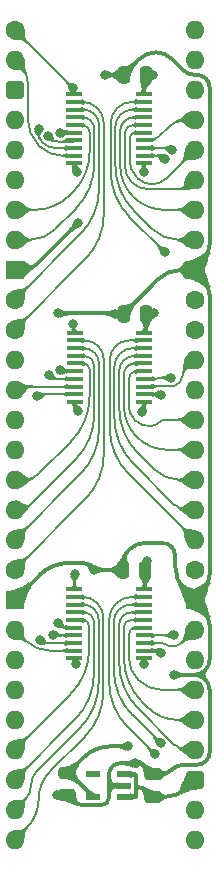
<source format=gtl>
%TF.GenerationSoftware,KiCad,Pcbnew,8.0.7*%
%TF.CreationDate,2025-01-15T15:39:16+02:00*%
%TF.ProjectId,D Flip Flop 24bit,4420466c-6970-4204-966c-6f7020323462,V0*%
%TF.SameCoordinates,Original*%
%TF.FileFunction,Copper,L1,Top*%
%TF.FilePolarity,Positive*%
%FSLAX46Y46*%
G04 Gerber Fmt 4.6, Leading zero omitted, Abs format (unit mm)*
G04 Created by KiCad (PCBNEW 8.0.7) date 2025-01-15 15:39:16*
%MOMM*%
%LPD*%
G01*
G04 APERTURE LIST*
G04 Aperture macros list*
%AMRoundRect*
0 Rectangle with rounded corners*
0 $1 Rounding radius*
0 $2 $3 $4 $5 $6 $7 $8 $9 X,Y pos of 4 corners*
0 Add a 4 corners polygon primitive as box body*
4,1,4,$2,$3,$4,$5,$6,$7,$8,$9,$2,$3,0*
0 Add four circle primitives for the rounded corners*
1,1,$1+$1,$2,$3*
1,1,$1+$1,$4,$5*
1,1,$1+$1,$6,$7*
1,1,$1+$1,$8,$9*
0 Add four rect primitives between the rounded corners*
20,1,$1+$1,$2,$3,$4,$5,0*
20,1,$1+$1,$4,$5,$6,$7,0*
20,1,$1+$1,$6,$7,$8,$9,0*
20,1,$1+$1,$8,$9,$2,$3,0*%
G04 Aperture macros list end*
%TA.AperFunction,SMDPad,CuDef*%
%ADD10R,1.475000X0.450000*%
%TD*%
%TA.AperFunction,SMDPad,CuDef*%
%ADD11RoundRect,0.250000X0.250000X0.475000X-0.250000X0.475000X-0.250000X-0.475000X0.250000X-0.475000X0*%
%TD*%
%TA.AperFunction,SMDPad,CuDef*%
%ADD12RoundRect,0.250000X-0.475000X0.250000X-0.475000X-0.250000X0.475000X-0.250000X0.475000X0.250000X0*%
%TD*%
%TA.AperFunction,SMDPad,CuDef*%
%ADD13RoundRect,0.250000X0.475000X-0.250000X0.475000X0.250000X-0.475000X0.250000X-0.475000X-0.250000X0*%
%TD*%
%TA.AperFunction,ComponentPad*%
%ADD14C,1.600000*%
%TD*%
%TA.AperFunction,ComponentPad*%
%ADD15O,1.600000X1.600000*%
%TD*%
%TA.AperFunction,ComponentPad*%
%ADD16RoundRect,0.400000X-0.400000X-0.400000X0.400000X-0.400000X0.400000X0.400000X-0.400000X0.400000X0*%
%TD*%
%TA.AperFunction,ComponentPad*%
%ADD17R,1.600000X1.600000*%
%TD*%
%TA.AperFunction,SMDPad,CuDef*%
%ADD18R,1.150000X0.600000*%
%TD*%
%TA.AperFunction,ViaPad*%
%ADD19C,0.800000*%
%TD*%
%TA.AperFunction,Conductor*%
%ADD20C,0.380000*%
%TD*%
%TA.AperFunction,Conductor*%
%ADD21C,0.200000*%
%TD*%
G04 APERTURE END LIST*
D10*
%TO.P,IC1,1,~{OE}*%
%TO.N,~{OE}*%
X5063000Y-47367000D03*
%TO.P,IC1,2,D0*%
%TO.N,C0*%
X5063000Y-48017000D03*
%TO.P,IC1,3,D1*%
%TO.N,C1*%
X5063000Y-48667000D03*
%TO.P,IC1,4,D2*%
%TO.N,C2*%
X5063000Y-49317000D03*
%TO.P,IC1,5,D3*%
%TO.N,C3*%
X5063000Y-49967000D03*
%TO.P,IC1,6,D4*%
%TO.N,C4*%
X5063000Y-50617000D03*
%TO.P,IC1,7,D5*%
%TO.N,C5*%
X5063000Y-51267000D03*
%TO.P,IC1,8,D6*%
%TO.N,C6*%
X5063000Y-51917000D03*
%TO.P,IC1,9,D7*%
%TO.N,C7*%
X5063000Y-52567000D03*
%TO.P,IC1,10,GND*%
%TO.N,GND*%
X5063000Y-53217000D03*
%TO.P,IC1,11,CP*%
%TO.N,CLK*%
X10939000Y-53217000D03*
%TO.P,IC1,12,Q7*%
%TO.N,VA7*%
X10939000Y-52567000D03*
%TO.P,IC1,13,Q6*%
%TO.N,VA6*%
X10939000Y-51917000D03*
%TO.P,IC1,14,Q5*%
%TO.N,VA5*%
X10939000Y-51267000D03*
%TO.P,IC1,15,Q4*%
%TO.N,VA4*%
X10939000Y-50617000D03*
%TO.P,IC1,16,Q3*%
%TO.N,VA3*%
X10939000Y-49967000D03*
%TO.P,IC1,17,Q2*%
%TO.N,VA2*%
X10939000Y-49317000D03*
%TO.P,IC1,18,Q1*%
%TO.N,VA1*%
X10939000Y-48667000D03*
%TO.P,IC1,19,Q0*%
%TO.N,VA0*%
X10939000Y-48017000D03*
%TO.P,IC1,20,3V*%
%TO.N,/3.3V*%
X10939000Y-47367000D03*
%TD*%
D11*
%TO.P,C3,1*%
%TO.N,/3.3V*%
X11130000Y-3810000D03*
%TO.P,C3,2*%
%TO.N,GND*%
X9230000Y-3810000D03*
%TD*%
%TO.P,C2,1*%
%TO.N,/3.3V*%
X11138800Y-24024400D03*
%TO.P,C2,2*%
%TO.N,GND*%
X9238800Y-24024400D03*
%TD*%
D10*
%TO.P,IC2,1,~{OE}*%
%TO.N,~{OE}*%
X5102000Y-25650000D03*
%TO.P,IC2,2,D0*%
%TO.N,C8*%
X5102000Y-26300000D03*
%TO.P,IC2,3,D1*%
%TO.N,C9*%
X5102000Y-26950000D03*
%TO.P,IC2,4,D2*%
%TO.N,C10*%
X5102000Y-27600000D03*
%TO.P,IC2,5,D3*%
%TO.N,C11*%
X5102000Y-28250000D03*
%TO.P,IC2,6,D4*%
%TO.N,C12*%
X5102000Y-28900000D03*
%TO.P,IC2,7,D5*%
%TO.N,C13*%
X5102000Y-29550000D03*
%TO.P,IC2,8,D6*%
%TO.N,C14*%
X5102000Y-30200000D03*
%TO.P,IC2,9,D7*%
%TO.N,C15*%
X5102000Y-30850000D03*
%TO.P,IC2,10,GND*%
%TO.N,GND*%
X5102000Y-31500000D03*
%TO.P,IC2,11,CP*%
%TO.N,CLK*%
X10978000Y-31500000D03*
%TO.P,IC2,12,Q7*%
%TO.N,VA15*%
X10978000Y-30850000D03*
%TO.P,IC2,13,Q6*%
%TO.N,VA14*%
X10978000Y-30200000D03*
%TO.P,IC2,14,Q5*%
%TO.N,VA13*%
X10978000Y-29550000D03*
%TO.P,IC2,15,Q4*%
%TO.N,VA12*%
X10978000Y-28900000D03*
%TO.P,IC2,16,Q3*%
%TO.N,VA11*%
X10978000Y-28250000D03*
%TO.P,IC2,17,Q2*%
%TO.N,VA10*%
X10978000Y-27600000D03*
%TO.P,IC2,18,Q1*%
%TO.N,VA9*%
X10978000Y-26950000D03*
%TO.P,IC2,19,Q0*%
%TO.N,VA8*%
X10978000Y-26300000D03*
%TO.P,IC2,20,3V*%
%TO.N,/3.3V*%
X10978000Y-25650000D03*
%TD*%
D11*
%TO.P,C1,1*%
%TO.N,/3.3V*%
X11055000Y-45720000D03*
%TO.P,C1,2*%
%TO.N,GND*%
X9155000Y-45720000D03*
%TD*%
D12*
%TO.P,C9,1*%
%TO.N,/3.3V*%
X4419600Y-62921600D03*
%TO.P,C9,2*%
%TO.N,GND*%
X4419600Y-64821600D03*
%TD*%
D13*
%TO.P,C8,1*%
%TO.N,5V*%
X11684000Y-64942000D03*
%TO.P,C8,2*%
%TO.N,GND*%
X11684000Y-63042000D03*
%TD*%
D10*
%TO.P,IC3,1,~{OE}*%
%TO.N,~{OE}*%
X5063000Y-5457000D03*
%TO.P,IC3,2,D0*%
%TO.N,C16*%
X5063000Y-6107000D03*
%TO.P,IC3,3,D1*%
%TO.N,C17*%
X5063000Y-6757000D03*
%TO.P,IC3,4,D2*%
%TO.N,C18*%
X5063000Y-7407000D03*
%TO.P,IC3,5,D3*%
%TO.N,C19*%
X5063000Y-8057000D03*
%TO.P,IC3,6,D4*%
%TO.N,C20*%
X5063000Y-8707000D03*
%TO.P,IC3,7,D5*%
%TO.N,C21*%
X5063000Y-9357000D03*
%TO.P,IC3,8,D6*%
%TO.N,C22*%
X5063000Y-10007000D03*
%TO.P,IC3,9,D7*%
%TO.N,C23*%
X5063000Y-10657000D03*
%TO.P,IC3,10,GND*%
%TO.N,GND*%
X5063000Y-11307000D03*
%TO.P,IC3,11,CP*%
%TO.N,CLK*%
X10939000Y-11307000D03*
%TO.P,IC3,12,Q7*%
%TO.N,VA23*%
X10939000Y-10657000D03*
%TO.P,IC3,13,Q6*%
%TO.N,VA22*%
X10939000Y-10007000D03*
%TO.P,IC3,14,Q5*%
%TO.N,VA21*%
X10939000Y-9357000D03*
%TO.P,IC3,15,Q4*%
%TO.N,VA20*%
X10939000Y-8707000D03*
%TO.P,IC3,16,Q3*%
%TO.N,VA19*%
X10939000Y-8057000D03*
%TO.P,IC3,17,Q2*%
%TO.N,VA18*%
X10939000Y-7407000D03*
%TO.P,IC3,18,Q1*%
%TO.N,VA17*%
X10939000Y-6757000D03*
%TO.P,IC3,19,Q0*%
%TO.N,VA16*%
X10939000Y-6107000D03*
%TO.P,IC3,20,3V*%
%TO.N,/3.3V*%
X10939000Y-5457000D03*
%TD*%
D14*
%TO.P,J2,1,Pin_1*%
%TO.N,~{OE}*%
X0Y0D03*
D15*
%TO.P,J2,2,Pin_2*%
%TO.N,C23*%
X0Y-2540000D03*
D16*
%TO.P,J2,3,Pin_3*%
%TO.N,5V*%
X0Y-5080000D03*
D15*
%TO.P,J2,4,Pin_4*%
%TO.N,C22*%
X0Y-7620000D03*
%TO.P,J2,5,Pin_5*%
%TO.N,C21*%
X0Y-10160000D03*
%TO.P,J2,6,Pin_6*%
%TO.N,C20*%
X0Y-12700000D03*
%TO.P,J2,7,Pin_7*%
%TO.N,C19*%
X0Y-15240000D03*
%TO.P,J2,8,Pin_8*%
%TO.N,C18*%
X0Y-17780000D03*
D17*
%TO.P,J2,9,Pin_9*%
%TO.N,GND*%
X0Y-20320000D03*
D14*
%TO.P,J2,10,Pin_10*%
%TO.N,C17*%
X0Y-22860000D03*
%TO.P,J2,11,Pin_11*%
%TO.N,C16*%
X0Y-25400000D03*
D15*
%TO.P,J2,12,Pin_12*%
%TO.N,C15*%
X0Y-27940000D03*
%TO.P,J2,13,Pin_13*%
%TO.N,C14*%
X0Y-30480000D03*
%TO.P,J2,14,Pin_14*%
%TO.N,C13*%
X0Y-33020000D03*
%TO.P,J2,15,Pin_15*%
%TO.N,C12*%
X0Y-35560000D03*
%TO.P,J2,16,Pin_16*%
%TO.N,C11*%
X0Y-38100000D03*
%TO.P,J2,17,Pin_17*%
%TO.N,C10*%
X0Y-40640000D03*
%TO.P,J2,18,Pin_18*%
%TO.N,C9*%
X0Y-43180000D03*
D14*
%TO.P,J2,19,Pin_19*%
%TO.N,C8*%
X0Y-45720000D03*
D17*
%TO.P,J2,20,Pin_20*%
%TO.N,GND*%
X0Y-48260000D03*
D15*
%TO.P,J2,21,Pin_21*%
%TO.N,C7*%
X0Y-50800000D03*
%TO.P,J2,22,Pin_22*%
%TO.N,C6*%
X0Y-53340000D03*
%TO.P,J2,23,Pin_23*%
%TO.N,C5*%
X0Y-55880000D03*
%TO.P,J2,24,Pin_24*%
%TO.N,C4*%
X0Y-58420000D03*
%TO.P,J2,25,Pin_25*%
%TO.N,C3*%
X0Y-60960000D03*
%TO.P,J2,26,Pin_26*%
%TO.N,C2*%
X0Y-63500000D03*
%TO.P,J2,27,Pin_27*%
%TO.N,C1*%
X0Y-66040000D03*
%TO.P,J2,28,Pin_28*%
%TO.N,C0*%
X0Y-68580000D03*
%TO.P,J2,29,Pin_29*%
%TO.N,VA0*%
X15240000Y-68580000D03*
%TO.P,J2,30,Pin_30*%
%TO.N,VA1*%
X15240000Y-66040000D03*
D16*
%TO.P,J2,31,Pin_31*%
%TO.N,5V*%
X15240000Y-63500000D03*
D15*
%TO.P,J2,32,Pin_32*%
%TO.N,VA2*%
X15240000Y-60960000D03*
%TO.P,J2,33,Pin_33*%
%TO.N,VA3*%
X15240000Y-58420000D03*
%TO.P,J2,34,Pin_34*%
%TO.N,VA4*%
X15240000Y-55880000D03*
%TO.P,J2,35,Pin_35*%
%TO.N,VA5*%
X15240000Y-53340000D03*
%TO.P,J2,36,Pin_36*%
%TO.N,VA6*%
X15240000Y-50800000D03*
D17*
%TO.P,J2,37,Pin_37*%
%TO.N,GND*%
X15240000Y-48260000D03*
D14*
%TO.P,J2,38,Pin_38*%
%TO.N,VA7*%
X15240000Y-45720000D03*
D15*
%TO.P,J2,39,Pin_39*%
%TO.N,VA8*%
X15240000Y-43180000D03*
%TO.P,J2,40,Pin_40*%
%TO.N,VA9*%
X15240000Y-40640000D03*
%TO.P,J2,41,Pin_41*%
%TO.N,VA10*%
X15240000Y-38100000D03*
%TO.P,J2,42,Pin_42*%
%TO.N,VA11*%
X15240000Y-35560000D03*
%TO.P,J2,43,Pin_43*%
%TO.N,VA12*%
X15240000Y-33020000D03*
%TO.P,J2,44,Pin_44*%
%TO.N,VA13*%
X15240000Y-30480000D03*
%TO.P,J2,45,Pin_45*%
%TO.N,VA14*%
X15240000Y-27940000D03*
D14*
%TO.P,J2,46,Pin_46*%
%TO.N,VA15*%
X15240000Y-25400000D03*
%TO.P,J2,47,Pin_47*%
%TO.N,VA16*%
X15240000Y-22860000D03*
D17*
%TO.P,J2,48,Pin_48*%
%TO.N,GND*%
X15240000Y-20320000D03*
D15*
%TO.P,J2,49,Pin_49*%
%TO.N,VA17*%
X15240000Y-17780000D03*
%TO.P,J2,50,Pin_50*%
%TO.N,VA18*%
X15240000Y-15240000D03*
%TO.P,J2,51,Pin_51*%
%TO.N,VA19*%
X15240000Y-12700000D03*
%TO.P,J2,52,Pin_52*%
%TO.N,VA20*%
X15240000Y-10160000D03*
%TO.P,J2,53,Pin_53*%
%TO.N,VA21*%
X15240000Y-7620000D03*
%TO.P,J2,54,Pin_54*%
%TO.N,VA22*%
X15240000Y-5080000D03*
%TO.P,J2,55,Pin_55*%
%TO.N,VA23*%
X15240000Y-2540000D03*
%TO.P,J2,56,Pin_56*%
%TO.N,CLK*%
X15240000Y0D03*
%TD*%
D18*
%TO.P,IC5,1,6VIn*%
%TO.N,5V*%
X9275600Y-64932600D03*
%TO.P,IC5,2,GND*%
%TO.N,GND*%
X9275600Y-63982600D03*
%TO.P,IC5,3,EN*%
%TO.N,5V*%
X9275600Y-63032600D03*
%TO.P,IC5,4,ADJ*%
%TO.N,unconnected-(IC5-ADJ-Pad4)*%
X6675600Y-63032600D03*
%TO.P,IC5,5,3.3VOut*%
%TO.N,/3.3V*%
X6675600Y-64932600D03*
%TD*%
D19*
%TO.N,GND*%
X8509000Y-24024400D03*
X10160000Y-62103000D03*
X6731000Y-45720000D03*
X5334000Y-32258000D03*
X5270500Y-12001500D03*
X7620000Y-3810000D03*
X5334000Y-16383000D03*
X3683000Y-24003000D03*
X3556000Y-64821600D03*
X13462000Y-54610000D03*
X5207002Y-53721008D03*
%TO.N,/3.3V*%
X11175995Y-44958005D03*
X11811003Y-24002997D03*
X9601385Y-60655385D03*
X11712000Y-3809990D03*
%TO.N,C5*%
X3229008Y-51206224D03*
%TO.N,VA1*%
X12360169Y-60410831D03*
%TO.N,C6*%
X2159000Y-51689000D03*
%TO.N,CLK*%
X10922000Y-53721000D03*
X10780010Y-32320000D03*
X10922000Y-12065000D03*
%TO.N,VA5*%
X13490000Y-51217000D03*
%TO.N,C4*%
X3703722Y-50219473D03*
%TO.N,VA7*%
X12397000Y-52726979D03*
%TO.N,~{OE}*%
X4953004Y-4953014D03*
X5080000Y-46101000D03*
X4953000Y-24892000D03*
%TO.N,VA0*%
X11871634Y-61340260D03*
%TO.N,VA13*%
X13208000Y-29464000D03*
%TO.N,C13*%
X2921004Y-29210004D03*
%TO.N,C15*%
X1905000Y-30988000D03*
%TO.N,C12*%
X3842952Y-28822686D03*
%TO.N,VA15*%
X12360010Y-30885404D03*
%TO.N,C22*%
X2032000Y-8382000D03*
%TO.N,VA16*%
X12700000Y-18796000D03*
%TO.N,C21*%
X2866578Y-8961639D03*
%TO.N,VA23*%
X12694814Y-10928223D03*
%TO.N,VA22*%
X13335000Y-10160000D03*
%TO.N,C20*%
X3845419Y-8757005D03*
%TD*%
D20*
%TO.N,/3.3V*%
X11138800Y-25375497D02*
G75*
G02*
X11058401Y-25569601I-274500J-3D01*
G01*
X11239497Y-45021507D02*
G75*
G02*
X11302992Y-45174816I-153297J-153293D01*
G01*
X11055000Y-47168975D02*
G75*
G02*
X10997007Y-47309007I-198000J-25D01*
G01*
X11711990Y-3810000D02*
X11711990Y-3809999D01*
X11711990Y-3809998D01*
X11711990Y-3809997D01*
X11711991Y-3809997D01*
X11711991Y-3809996D01*
X11711991Y-3809995D01*
X11711992Y-3809994D01*
X11711992Y-3809994D01*
X11711993Y-3809993D01*
X11711994Y-3809992D01*
X11711994Y-3809992D01*
X11711995Y-3809991D01*
X11711996Y-3809991D01*
X11711997Y-3809991D01*
X11711997Y-3809990D01*
X11711998Y-3809990D01*
X11711999Y-3809990D01*
X11712000Y-3809990D01*
X8191500Y-60655385D02*
G75*
G03*
X5784686Y-61652335I0J-3403715D01*
G01*
D21*
%TO.N,C16*%
X6991813Y-6610813D02*
G75*
G03*
X5775500Y-6106992I-1216313J-1216287D01*
G01*
X7549998Y-15596038D02*
G75*
G02*
X5956205Y-19443794I-5441559J4D01*
G01*
X7018999Y-6637999D02*
G75*
G02*
X7550001Y-7919943I-1281949J-1281951D01*
G01*
%TO.N,C19*%
X6350000Y-10362750D02*
G75*
G02*
X4966723Y-13702279I-4722810J0D01*
G01*
X4641334Y-14027665D02*
G75*
G02*
X1714500Y-15239999I-2926834J2926835D01*
G01*
X6175250Y-8231750D02*
G75*
G02*
X6349986Y-8653633I-421850J-421850D01*
G01*
X6175250Y-8231750D02*
G75*
G03*
X5753366Y-8057014I-421850J-421850D01*
G01*
%TO.N,C20*%
X3930782Y-8707000D02*
G75*
G03*
X3870423Y-8732004I18J-85400D01*
G01*
%TO.N,VA18*%
X9269500Y-7748500D02*
G75*
G03*
X8928022Y-8572953I824400J-824400D01*
G01*
X10093953Y-7407000D02*
G75*
G03*
X9269484Y-7748484I-53J-1165900D01*
G01*
X10036125Y-14131875D02*
G75*
G03*
X12711375Y-15240010I2675275J2675275D01*
G01*
X8928000Y-11456624D02*
G75*
G03*
X10036126Y-14131874I3783380J4D01*
G01*
%TO.N,VA20*%
X9728000Y-11031596D02*
G75*
G03*
X10328255Y-12480744I2049400J-4D01*
G01*
X10436901Y-12589388D02*
G75*
G03*
X11623756Y-13081021I1186899J1186888D01*
G01*
X9864750Y-8843750D02*
G75*
G03*
X9727997Y-9173893I330150J-330150D01*
G01*
X10194893Y-8707000D02*
G75*
G03*
X9864752Y-8843752I7J-466900D01*
G01*
X12810611Y-12589388D02*
G75*
G02*
X11623756Y-13080959I-1186811J1186888D01*
G01*
%TO.N,C23*%
X1100000Y-7522668D02*
G75*
G03*
X2018024Y-9738975I3134330J-2D01*
G01*
X550000Y-3090000D02*
G75*
G02*
X1100000Y-4417817I-1327821J-1327819D01*
G01*
X2184058Y-9905009D02*
G75*
G03*
X3999524Y-10657000I1815472J1815479D01*
G01*
%TO.N,VA19*%
X9916167Y-12911832D02*
G75*
G03*
X11336127Y-13499988I1419933J1419932D01*
G01*
X10002307Y-8057000D02*
G75*
G03*
X9525498Y-8254498I-7J-674300D01*
G01*
X9525500Y-8254500D02*
G75*
G03*
X9328003Y-8731307I476800J-476800D01*
G01*
X14840000Y-13099999D02*
G75*
G02*
X13874316Y-13500005I-965700J965699D01*
G01*
X9328000Y-11491871D02*
G75*
G03*
X9916169Y-12911830I2008120J1D01*
G01*
%TO.N,VA22*%
X13258500Y-10083500D02*
G75*
G03*
X13073812Y-10006995I-184700J-184700D01*
G01*
%TO.N,VA23*%
X12559202Y-10792611D02*
G75*
G03*
X12231807Y-10656993I-327402J-327389D01*
G01*
%TO.N,VA17*%
X8528000Y-11481036D02*
G75*
G03*
X10121790Y-15328794I5441550J-4D01*
G01*
X11630073Y-16837073D02*
G75*
G03*
X13906500Y-17780001I2276427J2276423D01*
G01*
X9968798Y-6757000D02*
G75*
G03*
X8950001Y-7179001I2J-1440800D01*
G01*
X8950000Y-7179000D02*
G75*
G03*
X8527999Y-8197798I1018800J-1018800D01*
G01*
%TO.N,C21*%
X3119922Y-9214983D02*
G75*
G03*
X3731548Y-9468329I611628J611623D01*
G01*
%TO.N,C18*%
X6453000Y-7704000D02*
G75*
G02*
X6749991Y-8421021I-717000J-717000D01*
G01*
X6750000Y-11316036D02*
G75*
G02*
X5156204Y-15163790I-5441550J6D01*
G01*
X3438025Y-16881974D02*
G75*
G02*
X1270000Y-17780000I-2168029J2168034D01*
G01*
X6453000Y-7704000D02*
G75*
G03*
X5735978Y-7407009I-717000J-717000D01*
G01*
%TO.N,C17*%
X7149999Y-13456037D02*
G75*
G02*
X5556205Y-17303792I-5441559J7D01*
G01*
X6762999Y-7143999D02*
G75*
G03*
X5828700Y-6757000I-934299J-934301D01*
G01*
X6762999Y-7143999D02*
G75*
G02*
X7150000Y-8078298I-934299J-934301D01*
G01*
%TO.N,VA16*%
X8128000Y-11970036D02*
G75*
G03*
X9721790Y-15817794I5441550J-4D01*
G01*
X9952043Y-6107000D02*
G75*
G03*
X8662249Y-6641249I-3J-1824040D01*
G01*
X8662250Y-6641250D02*
G75*
G03*
X8128018Y-7931043I1289750J-1289750D01*
G01*
%TO.N,C22*%
X2441867Y-9597133D02*
G75*
G03*
X3431373Y-10006999I989503J989503D01*
G01*
X2032000Y-8784633D02*
G75*
G03*
X2316706Y-9471968I972040J3D01*
G01*
%TO.N,VA21*%
X14426750Y-7620000D02*
G75*
G03*
X13038412Y-8195021I-50J-1963400D01*
G01*
X12207956Y-9025543D02*
G75*
G02*
X11407750Y-9357024I-800256J800243D01*
G01*
%TO.N,VA15*%
X12342308Y-30867702D02*
G75*
G03*
X12299571Y-30850009I-42708J-42698D01*
G01*
%TO.N,C10*%
X6507000Y-27843000D02*
G75*
G03*
X5920346Y-27599981I-586700J-586700D01*
G01*
X1203308Y-40325690D02*
G75*
G02*
X444500Y-40639998I-758808J758810D01*
G01*
X6750000Y-32525036D02*
G75*
G02*
X5156206Y-36372791I-5441560J6D01*
G01*
X6507000Y-27843000D02*
G75*
G02*
X6750019Y-28429653I-586700J-586700D01*
G01*
%TO.N,C11*%
X6194750Y-28405250D02*
G75*
G02*
X6350018Y-28780056I-374850J-374850D01*
G01*
X2062815Y-37561184D02*
G75*
G02*
X762000Y-38100000I-1300815J1300814D01*
G01*
X6350000Y-31020036D02*
G75*
G02*
X4756206Y-34867791I-5441560J6D01*
G01*
X6194750Y-28405250D02*
G75*
G03*
X5819943Y-28249982I-374850J-374850D01*
G01*
%TO.N,C12*%
X3881609Y-28861343D02*
G75*
G03*
X3974935Y-28899970I93291J93343D01*
G01*
%TO.N,VA8*%
X9680579Y-26300000D02*
G75*
G03*
X8529006Y-26777006I21J-1628600D01*
G01*
X8529000Y-26777000D02*
G75*
G03*
X8051992Y-27928579I1151600J-1151600D01*
G01*
X8052000Y-33738036D02*
G75*
G03*
X9645790Y-37585794I5441550J-4D01*
G01*
%TO.N,C15*%
X2140580Y-30850000D02*
G75*
G03*
X1974006Y-30919006I20J-235600D01*
G01*
%TO.N,VA10*%
X10147694Y-27600000D02*
G75*
G03*
X9231502Y-27979502I6J-1295700D01*
G01*
X9231500Y-27979500D02*
G75*
G03*
X8851998Y-28895694I916200J-916200D01*
G01*
X8852000Y-31998036D02*
G75*
G03*
X10445790Y-35845794I5441550J-4D01*
G01*
X11801974Y-37201974D02*
G75*
G03*
X13970000Y-38099986I2168026J2168074D01*
G01*
%TO.N,C8*%
X7082495Y-26767495D02*
G75*
G03*
X5953862Y-26300003I-1128625J-1128625D01*
G01*
X7549990Y-35916046D02*
G75*
G02*
X5956196Y-39763801I-5441560J6D01*
G01*
X7082495Y-26767495D02*
G75*
G02*
X7549981Y-27896127I-1128595J-1128605D01*
G01*
%TO.N,C13*%
X3091002Y-29380002D02*
G75*
G03*
X3501413Y-29549993I410398J410402D01*
G01*
%TO.N,VA14*%
X14224000Y-29273500D02*
G75*
G02*
X13999491Y-29815504I-766500J0D01*
G01*
X13926798Y-29888202D02*
G75*
G02*
X13209288Y-30185398I-717498J717502D01*
G01*
X14448506Y-28731493D02*
G75*
G03*
X14223996Y-29273500I541994J-542007D01*
G01*
%TO.N,C9*%
X6762997Y-27336997D02*
G75*
G03*
X5828702Y-26950000I-934297J-934303D01*
G01*
X6762997Y-27336997D02*
G75*
G02*
X7150000Y-28271292I-934297J-934303D01*
G01*
X7149995Y-33776041D02*
G75*
G02*
X5556202Y-37623797I-5441559J4D01*
G01*
%TO.N,VA13*%
X12211811Y-29464000D02*
G75*
G03*
X12107997Y-29506997I-11J-146800D01*
G01*
X12108000Y-29507000D02*
G75*
G02*
X12004188Y-29549995I-103800J103800D01*
G01*
%TO.N,VA12*%
X9652000Y-31793579D02*
G75*
G03*
X10160002Y-33019998I1734410J-1D01*
G01*
X9846250Y-29094250D02*
G75*
G03*
X9652005Y-29563210I468950J-468950D01*
G01*
X10315210Y-28900000D02*
G75*
G03*
X9846247Y-29094247I-10J-663200D01*
G01*
X12192000Y-33274000D02*
G75*
G02*
X11578789Y-33527996I-613200J613200D01*
G01*
X10218987Y-33078987D02*
G75*
G03*
X11303000Y-33528008I1084013J1083987D01*
G01*
X12805210Y-33020000D02*
G75*
G03*
X12191997Y-33273997I-10J-867200D01*
G01*
%TO.N,VA11*%
X10164448Y-28250000D02*
G75*
G03*
X9519236Y-28517236I-48J-912400D01*
G01*
X9519250Y-28517250D02*
G75*
G03*
X9252020Y-29162448I645150J-645150D01*
G01*
X9252000Y-31841921D02*
G75*
G03*
X10341002Y-34470998I3718070J1D01*
G01*
X10341000Y-34471000D02*
G75*
G03*
X12970078Y-35560009I2629100J2629100D01*
G01*
%TO.N,VA9*%
X8452000Y-32868036D02*
G75*
G03*
X10045790Y-36715794I5441550J-4D01*
G01*
X8912000Y-27410000D02*
G75*
G03*
X8452016Y-28520538I1110500J-1110500D01*
G01*
X13520987Y-40190987D02*
G75*
G03*
X14605000Y-40640008I1084013J1083987D01*
G01*
X10022538Y-26950000D02*
G75*
G03*
X8911989Y-27409989I-38J-1570500D01*
G01*
%TO.N,VA0*%
X9933444Y-48017000D02*
G75*
G03*
X8566999Y-48582999I-4J-1932440D01*
G01*
X8001000Y-55215662D02*
G75*
G03*
X9594793Y-59063417I5441550J2D01*
G01*
X8567000Y-48583000D02*
G75*
G03*
X8001019Y-49949444I1366400J-1366400D01*
G01*
%TO.N,~{OE}*%
X4953000Y-4953000D02*
X4953004Y-4953014D01*
X5071500Y-46109500D02*
G75*
G03*
X5063009Y-46130020I20500J-20500D01*
G01*
X4953000Y-25395641D02*
G75*
G03*
X5027533Y-25575467I254300J41D01*
G01*
%TO.N,VA7*%
X12317010Y-52646989D02*
G75*
G03*
X12123898Y-52567001I-193110J-193111D01*
G01*
%TO.N,C3*%
X6156250Y-50122750D02*
G75*
G03*
X5780236Y-49966985I-376050J-376050D01*
G01*
X6156250Y-50122750D02*
G75*
G02*
X6312015Y-50498763I-376050J-376050D01*
G01*
X6312000Y-52463250D02*
G75*
G02*
X4767148Y-56192851I-5274450J0D01*
G01*
%TO.N,C7*%
X883500Y-51683500D02*
G75*
G03*
X3016457Y-52566998I2132960J2132970D01*
G01*
%TO.N,C2*%
X6712000Y-54534036D02*
G75*
G02*
X5118206Y-58381791I-5441560J6D01*
G01*
X6488000Y-49541000D02*
G75*
G02*
X6712007Y-50081783I-540800J-540800D01*
G01*
X6488000Y-49541000D02*
G75*
G03*
X5947216Y-49316993I-540800J-540800D01*
G01*
%TO.N,VA6*%
X14157308Y-51882691D02*
G75*
G02*
X13398500Y-52197005I-758808J758791D01*
G01*
X12814000Y-52057000D02*
G75*
G03*
X12476010Y-51916996I-338000J-338000D01*
G01*
X12814000Y-52057000D02*
G75*
G03*
X13151989Y-52197004I338000J338000D01*
G01*
%TO.N,C4*%
X3902485Y-50418236D02*
G75*
G03*
X4382343Y-50617002I479865J479866D01*
G01*
%TO.N,VA2*%
X9168000Y-49633000D02*
G75*
G03*
X8851996Y-50395891I762900J-762900D01*
G01*
X8852000Y-53588036D02*
G75*
G03*
X10445790Y-57435794I5441550J-4D01*
G01*
X13520987Y-60510987D02*
G75*
G03*
X14605000Y-60960008I1084013J1083987D01*
G01*
X9930891Y-49317000D02*
G75*
G03*
X9168002Y-49633002I9J-1078900D01*
G01*
%TO.N,VA5*%
X13465000Y-51242000D02*
G75*
G02*
X13404644Y-51267018I-60400J60400D01*
G01*
%TO.N,C0*%
X3019828Y-62766171D02*
G75*
G03*
X2032000Y-65151000I2384832J-2384829D01*
G01*
X2032000Y-65151000D02*
G75*
G02*
X1044171Y-67535828I-3372664J4D01*
G01*
X7512000Y-56020036D02*
G75*
G02*
X5918206Y-59867791I-5441560J6D01*
G01*
X6991813Y-48520813D02*
G75*
G03*
X5775500Y-48016992I-1216313J-1216287D01*
G01*
X7000000Y-48529000D02*
G75*
G02*
X7512009Y-49765077I-1236100J-1236100D01*
G01*
%TO.N,C1*%
X1397000Y-63944500D02*
G75*
G02*
X903085Y-65136914I-1686338J5D01*
G01*
X6744000Y-49035000D02*
G75*
G02*
X7111987Y-49923430I-888400J-888400D01*
G01*
X6744000Y-49035000D02*
G75*
G03*
X5855569Y-48667013I-888400J-888400D01*
G01*
X1890914Y-62752085D02*
G75*
G03*
X1397000Y-63944500I1192416J-1192415D01*
G01*
X7112000Y-55277036D02*
G75*
G02*
X5518206Y-59124791I-5441560J6D01*
G01*
%TO.N,VA3*%
X9252000Y-53184303D02*
G75*
G03*
X10785501Y-56886499I5235700J3D01*
G01*
X11286270Y-57387270D02*
G75*
G03*
X13779500Y-58420000I2493230J2493230D01*
G01*
X9424000Y-50139000D02*
G75*
G03*
X9252019Y-50554244I415200J-415200D01*
G01*
X9839244Y-49967000D02*
G75*
G03*
X9423987Y-50138987I-44J-587200D01*
G01*
%TO.N,CLK*%
X10978000Y-31982009D02*
G75*
G02*
X10879002Y-32221002I-338000J9D01*
G01*
X10939000Y-53691979D02*
G75*
G02*
X10930506Y-53712506I-29000J-21D01*
G01*
X10939000Y-12035979D02*
G75*
G02*
X10930506Y-12056506I-29000J-21D01*
G01*
%TO.N,C6*%
X2273000Y-51803000D02*
G75*
G03*
X2548220Y-51916992I275200J275200D01*
G01*
%TO.N,VA4*%
X9652000Y-53061566D02*
G75*
G03*
X10477499Y-55054501I2818430J-4D01*
G01*
X10248633Y-50617000D02*
G75*
G03*
X9826740Y-50791740I-33J-596600D01*
G01*
X9826750Y-50791750D02*
G75*
G03*
X9652014Y-51213633I421850J-421850D01*
G01*
X10477500Y-55054500D02*
G75*
G03*
X12470433Y-55879996I1992930J1992940D01*
G01*
%TO.N,VA1*%
X9841798Y-48667000D02*
G75*
G03*
X8823001Y-49089001I2J-1440800D01*
G01*
X8401000Y-54197698D02*
G75*
G03*
X9994791Y-58045455I5441550J-2D01*
G01*
X8823000Y-49089000D02*
G75*
G03*
X8400999Y-50107798I1018800J-1018800D01*
G01*
%TO.N,C5*%
X3259396Y-51236612D02*
G75*
G03*
X3332759Y-51267015I73404J73412D01*
G01*
D20*
%TO.N,5V*%
X10235600Y-64927600D02*
G75*
G02*
X10223528Y-64932612I-12100J12100D01*
G01*
X14519000Y-64221000D02*
G75*
G02*
X12778352Y-64942001I-1740650J1740650D01*
G01*
X10235600Y-63037600D02*
G75*
G02*
X10240612Y-63049671I-12100J-12100D01*
G01*
X10235600Y-63037600D02*
G75*
G03*
X10223528Y-63032588I-12100J-12100D01*
G01*
X10240600Y-64915528D02*
G75*
G02*
X10235592Y-64927592I-17100J28D01*
G01*
X10558800Y-64135000D02*
G75*
G03*
X10240600Y-64453200I0J-318200D01*
G01*
X10240600Y-63816800D02*
G75*
G03*
X10558800Y-64135000I318200J0D01*
G01*
X11102001Y-64360001D02*
G75*
G03*
X10558800Y-64134999I-543201J-543199D01*
G01*
X10240600Y-64453200D02*
X10240600Y-63816800D01*
%TO.N,GND*%
X8498300Y-24013700D02*
G75*
G03*
X8472467Y-24003013I-25800J-25800D01*
G01*
X15875000Y-20955000D02*
G75*
G02*
X16509989Y-22488025I-1533000J-1533000D01*
G01*
X16510000Y-18151974D02*
G75*
G02*
X15875001Y-19685001I-2168040J4D01*
G01*
X14091600Y-20320000D02*
G75*
G03*
X12131155Y-21132038I0J-2772500D01*
G01*
X8001000Y-64981620D02*
G75*
G02*
X7802594Y-65460594I-677400J20D01*
G01*
X9155000Y-45143000D02*
G75*
G02*
X8578000Y-45720000I-577000J0D01*
G01*
X11948542Y-1905000D02*
G75*
G03*
X10559710Y-2480233I-42J-1964100D01*
G01*
X7802600Y-65460600D02*
G75*
G02*
X7323620Y-65659008I-479000J479000D01*
G01*
X5063000Y-11647275D02*
G75*
G03*
X5166743Y-11897757I354200J-25D01*
G01*
X4838300Y-65240300D02*
G75*
G03*
X5849131Y-65658999I1010830J1010830D01*
G01*
X15875000Y-47625000D02*
G75*
G03*
X15875000Y-48895000I635000J-635000D01*
G01*
X14605000Y-47625000D02*
G75*
G03*
X15875000Y-47625000I635000J635002D01*
G01*
X8938543Y-62103000D02*
G75*
G03*
X8275587Y-62377587I-43J-937500D01*
G01*
X16192500Y-4127500D02*
G75*
G03*
X15425987Y-3810005I-766500J-766500D01*
G01*
X1890914Y-19826085D02*
G75*
G02*
X698500Y-20320000I-1192419J1192423D01*
G01*
X14290170Y-62230000D02*
G75*
G03*
X13310009Y-62636009I30J-1386200D01*
G01*
X13271500Y-43751500D02*
G75*
G03*
X12504987Y-43434005I-766500J-766500D01*
G01*
X13310000Y-62636000D02*
G75*
G02*
X12329829Y-63042012I-980200J980200D01*
G01*
X10951828Y-62309828D02*
G75*
G03*
X10452500Y-62102983I-499328J-499272D01*
G01*
X16192500Y-4127500D02*
G75*
G02*
X16509995Y-4894012I-766500J-766500D01*
G01*
X16510000Y-61145987D02*
G75*
G02*
X16192504Y-61912504I-1084000J-13D01*
G01*
X8625600Y-64008000D02*
G75*
G03*
X8001000Y-64632600I0J-624600D01*
G01*
X8001000Y-63383400D02*
G75*
G03*
X8625600Y-64008000I624600J0D01*
G01*
X13589000Y-45441566D02*
G75*
G03*
X14414499Y-47434501I2818430J-4D01*
G01*
X5102000Y-31861951D02*
G75*
G03*
X5218000Y-32142000I396050J1D01*
G01*
X13271500Y-43751500D02*
G75*
G02*
X13588995Y-44518012I-766500J-766500D01*
G01*
X13337346Y-2480261D02*
G75*
G03*
X11948542Y-1904997I-1388806J-1388799D01*
G01*
X14240022Y-3382937D02*
G75*
G03*
X15271042Y-3809965I1030978J1031037D01*
G01*
X16129000Y-54991000D02*
G75*
G02*
X16509994Y-55910815I-919800J-919800D01*
G01*
X15209184Y-54610000D02*
G75*
G03*
X16129005Y-54229005I16J1300800D01*
G01*
X16129000Y-54991000D02*
G75*
G03*
X15209184Y-54610006I-919800J-919800D01*
G01*
X16129000Y-54229000D02*
G75*
G03*
X16129000Y-54991000I381000J-381000D01*
G01*
X9563000Y-44157999D02*
G75*
G03*
X9154999Y-45143000I985000J-985001D01*
G01*
X5063000Y-53475181D02*
G75*
G03*
X5134997Y-53649011I245800J-19D01*
G01*
X8275600Y-62377600D02*
G75*
G03*
X8001018Y-63040543I662900J-662900D01*
G01*
X11087444Y-43434000D02*
G75*
G03*
X9720999Y-43999999I-4J-1932440D01*
G01*
X15875000Y-48895000D02*
G75*
G02*
X16509989Y-50428025I-1533000J-1533000D01*
G01*
X16192500Y-61912500D02*
G75*
G02*
X15425987Y-62229995I-766500J766500D01*
G01*
X16510000Y-46091974D02*
G75*
G02*
X15875001Y-47625001I-2168040J4D01*
G01*
X4635500Y-45134000D02*
G75*
G03*
X2058624Y-46201379I0J-3644250D01*
G01*
X6438000Y-45427000D02*
G75*
G03*
X5730635Y-45133985I-707400J-707400D01*
G01*
X16510000Y-53309184D02*
G75*
G02*
X16129005Y-54229005I-1300800J-16D01*
G01*
X15875000Y-48895000D02*
X14605000Y-47625000D01*
X8001000Y-64632600D02*
X8001000Y-63383400D01*
X13462000Y-54610000D02*
X15209184Y-54610000D01*
X16510000Y-50428025D02*
X16510000Y-53309184D01*
X16510000Y-61145987D02*
X16510000Y-55910815D01*
X14290170Y-62230000D02*
X15425987Y-62230000D01*
X12329829Y-63042000D02*
X11684000Y-63042000D01*
X10160000Y-62103000D02*
X10452500Y-62103000D01*
X10951828Y-62309828D02*
X11684000Y-63042000D01*
D21*
%TO.N,~{OE}*%
X4953000Y-4953018D02*
X4953004Y-4953014D01*
X4953000Y-4953000D02*
X0Y0D01*
X4953000Y-4953018D02*
X4953000Y-5347000D01*
D20*
%TO.N,GND*%
X15875000Y-19685000D02*
X15240000Y-20320000D01*
X16510000Y-18151974D02*
X16510000Y-4894012D01*
X15425987Y-3810000D02*
X15271042Y-3810000D01*
X13337346Y-2480261D02*
X14240022Y-3382937D01*
X10559738Y-2480261D02*
X9230000Y-3810000D01*
X8625600Y-64008000D02*
X9250200Y-64008000D01*
X8001000Y-64981620D02*
X8001000Y-64632600D01*
X8001000Y-63383400D02*
X8001000Y-63040543D01*
X4838300Y-65240300D02*
X4419600Y-64821600D01*
X7323620Y-65659000D02*
X5849131Y-65659000D01*
X8938543Y-62103000D02*
X10160000Y-62103000D01*
D21*
%TO.N,VA6*%
X14157308Y-51882691D02*
X15240000Y-50800000D01*
X13398500Y-52197000D02*
X13151989Y-52197000D01*
X12476010Y-51917000D02*
X10939000Y-51917000D01*
%TO.N,VA4*%
X12470433Y-55880000D02*
X15240000Y-55880000D01*
X9652000Y-53061566D02*
X9652000Y-51213633D01*
X10248633Y-50617000D02*
X10939000Y-50617000D01*
%TO.N,CLK*%
X10939000Y-53691979D02*
X10939000Y-53217000D01*
X10930500Y-53712500D02*
X10922000Y-53721000D01*
D20*
%TO.N,/3.3V*%
X11303000Y-45174816D02*
X11303000Y-45472000D01*
X11239497Y-45021507D02*
X11175995Y-44958005D01*
D21*
%TO.N,VA7*%
X12397000Y-52726979D02*
X12317010Y-52646989D01*
X12123898Y-52567000D02*
X10939000Y-52567000D01*
%TO.N,VA3*%
X10785500Y-56886500D02*
X11286270Y-57387270D01*
X13779500Y-58420000D02*
X15240000Y-58420000D01*
X9839244Y-49967000D02*
X10939000Y-49967000D01*
X9252000Y-53184303D02*
X9252000Y-50554244D01*
%TO.N,VA2*%
X10445792Y-57435792D02*
X13520987Y-60510987D01*
%TO.N,VA0*%
X11871634Y-61340260D02*
X9594792Y-59063418D01*
X8001000Y-55215662D02*
X8001000Y-49949444D01*
X9933444Y-48017000D02*
X10939000Y-48017000D01*
%TO.N,VA2*%
X9930891Y-49317000D02*
X10939000Y-49317000D01*
%TO.N,VA1*%
X9994792Y-58045454D02*
X12360169Y-60410831D01*
X9841798Y-48667000D02*
X10939000Y-48667000D01*
X8401000Y-54197698D02*
X8401000Y-50107798D01*
%TO.N,VA2*%
X8852000Y-50395891D02*
X8852000Y-53588036D01*
%TO.N,C2*%
X5118207Y-58381792D02*
X0Y-63500000D01*
X6712000Y-54534036D02*
X6712000Y-50081783D01*
X5947216Y-49317000D02*
X5063000Y-49317000D01*
%TO.N,C1*%
X7112000Y-49923430D02*
X7112000Y-55277036D01*
X1890914Y-62752085D02*
X5518207Y-59124792D01*
X5855569Y-48667000D02*
X5063000Y-48667000D01*
X903085Y-65136914D02*
X0Y-66040000D01*
%TO.N,C0*%
X1044171Y-67535828D02*
X0Y-68580000D01*
X3019828Y-62766171D02*
X5918207Y-59867792D01*
X6991813Y-48520813D02*
X7000000Y-48529000D01*
X7512000Y-56020036D02*
X7512000Y-49765077D01*
X5775500Y-48017000D02*
X5063000Y-48017000D01*
%TO.N,C3*%
X4767148Y-56192851D02*
X0Y-60960000D01*
X5780236Y-49967000D02*
X5063000Y-49967000D01*
X6312000Y-50498763D02*
X6312000Y-52463250D01*
%TO.N,VA13*%
X12211811Y-29464000D02*
X13208000Y-29464000D01*
X12004188Y-29550000D02*
X10978000Y-29550000D01*
%TO.N,VA14*%
X13209288Y-30185404D02*
X10992596Y-30185404D01*
X13999493Y-29815506D02*
X13926798Y-29888202D01*
X14448506Y-28731493D02*
X15240000Y-27940000D01*
%TO.N,C10*%
X1203308Y-40325690D02*
X5156207Y-36372792D01*
X6750000Y-32525036D02*
X6750000Y-28429653D01*
X5920346Y-27600000D02*
X5102000Y-27600000D01*
%TO.N,C11*%
X2062815Y-37561184D02*
X4756207Y-34867792D01*
X6350000Y-28780056D02*
X6350000Y-31020036D01*
X5819943Y-28250000D02*
X5102000Y-28250000D01*
X762000Y-38100000D02*
X0Y-38100000D01*
%TO.N,VA12*%
X11578789Y-33528000D02*
X11303000Y-33528000D01*
X12805210Y-33020000D02*
X15240000Y-33020000D01*
X10160000Y-33020000D02*
X10218987Y-33078987D01*
X9652000Y-31793579D02*
X9652000Y-29563210D01*
X10315210Y-28900000D02*
X10978000Y-28900000D01*
%TO.N,C9*%
X5556202Y-37623797D02*
X0Y-43180000D01*
X7149995Y-28271292D02*
X7149995Y-33776041D01*
X5828702Y-26950000D02*
X5102000Y-26950000D01*
%TO.N,VA11*%
X12970078Y-35560000D02*
X15240000Y-35560000D01*
X9252000Y-29162448D02*
X9252000Y-31841921D01*
X10164448Y-28250000D02*
X10978000Y-28250000D01*
%TO.N,VA10*%
X10445792Y-35845792D02*
X11801974Y-37201974D01*
X8852000Y-28895694D02*
X8852000Y-31998036D01*
X13970000Y-38100000D02*
X15240000Y-38100000D01*
X10147694Y-27600000D02*
X10978000Y-27600000D01*
%TO.N,VA9*%
X10045792Y-36715792D02*
X13520987Y-40190987D01*
X8452000Y-32868036D02*
X8452000Y-28520538D01*
X10022538Y-26950000D02*
X10978000Y-26950000D01*
%TO.N,VA8*%
X8052000Y-27928579D02*
X8052000Y-33738036D01*
X9645792Y-37585792D02*
X15240000Y-43180000D01*
X9680579Y-26300000D02*
X10978000Y-26300000D01*
%TO.N,C8*%
X5956197Y-39763802D02*
X0Y-45720000D01*
X7549990Y-35916046D02*
X7549990Y-27896127D01*
X5953862Y-26300000D02*
X5102000Y-26300000D01*
%TO.N,VA19*%
X11336127Y-13499999D02*
X13874316Y-13499999D01*
X10002307Y-8057000D02*
X10939000Y-8057000D01*
X9328000Y-8731307D02*
X9328000Y-11491871D01*
%TO.N,VA18*%
X8928000Y-8572953D02*
X8928000Y-11456624D01*
X12711375Y-15240000D02*
X15240000Y-15240000D01*
X10093953Y-7407000D02*
X10939000Y-7407000D01*
%TO.N,VA17*%
X10121792Y-15328792D02*
X11630073Y-16837073D01*
X8528000Y-11481036D02*
X8528000Y-8197798D01*
X9968798Y-6757000D02*
X10939000Y-6757000D01*
X13906500Y-17780000D02*
X15240000Y-17780000D01*
%TO.N,VA20*%
X10328256Y-12480743D02*
X10436901Y-12589388D01*
X9728000Y-11031596D02*
X9728000Y-9173893D01*
X10194893Y-8707000D02*
X10939000Y-8707000D01*
X12810611Y-12589388D02*
X15240000Y-10160000D01*
%TO.N,VA16*%
X9952043Y-6107000D02*
X10939000Y-6107000D01*
X8128000Y-11970036D02*
X8128000Y-7931043D01*
X12700000Y-18796000D02*
X9721792Y-15817792D01*
%TO.N,C16*%
X5956205Y-19443794D02*
X0Y-25400000D01*
X7549998Y-15596038D02*
X7549998Y-7919943D01*
X6991813Y-6610813D02*
X7018999Y-6637999D01*
X5775500Y-6107000D02*
X5063000Y-6107000D01*
%TO.N,C17*%
X7149999Y-13456037D02*
X7149999Y-8078298D01*
X5828700Y-6757000D02*
X5063000Y-6757000D01*
X5556206Y-17303793D02*
X0Y-22860000D01*
%TO.N,C18*%
X1270000Y-17780000D02*
X0Y-17780000D01*
X5156206Y-15163792D02*
X3438025Y-16881974D01*
X6750000Y-8421021D02*
X6750000Y-11316036D01*
X5735978Y-7407000D02*
X5063000Y-7407000D01*
D20*
%TO.N,GND*%
X8578000Y-45720000D02*
X6731000Y-45720000D01*
X8509000Y-24024400D02*
X9238800Y-24024400D01*
X5102000Y-31861951D02*
X5102000Y-31500000D01*
X2058622Y-46201377D02*
X0Y-48260000D01*
X5063000Y-11647275D02*
X5063000Y-11307000D01*
X12504987Y-43434000D02*
X11087444Y-43434000D01*
X13589000Y-45441566D02*
X13589000Y-44518012D01*
X14091600Y-20320000D02*
X15240000Y-20320000D01*
X698500Y-20320000D02*
X0Y-20320000D01*
X4635500Y-45134000D02*
X5730635Y-45134000D01*
X1890914Y-19826085D02*
X5334000Y-16383000D01*
X16510000Y-22488025D02*
X16510000Y-46091974D01*
X5207002Y-53721008D02*
X5135001Y-53649007D01*
X14605000Y-47625000D02*
X14414500Y-47434500D01*
X3556000Y-64821600D02*
X4419600Y-64821600D01*
X5166750Y-11897750D02*
X5270500Y-12001500D01*
X15875000Y-20955000D02*
X15240000Y-20320000D01*
X9563000Y-44157999D02*
X9721000Y-44000000D01*
X12131158Y-21132041D02*
X9238800Y-24024400D01*
X9230000Y-3810000D02*
X7620000Y-3810000D01*
X8498300Y-24013700D02*
X8509000Y-24024400D01*
X5063000Y-53475181D02*
X5063000Y-53217000D01*
X6438000Y-45427000D02*
X6731000Y-45720000D01*
X5218000Y-32142000D02*
X5334000Y-32258000D01*
X8472467Y-24003000D02*
X3683000Y-24003000D01*
%TO.N,5V*%
X10240600Y-63049671D02*
X10240600Y-63816800D01*
X10223528Y-64932600D02*
X9275600Y-64932600D01*
X11684000Y-64942000D02*
X12778352Y-64942000D01*
X10223528Y-63032600D02*
X9275600Y-63032600D01*
X14519000Y-64221000D02*
X15240000Y-63500000D01*
X11684000Y-64942000D02*
X11102001Y-64360001D01*
X10240600Y-64915528D02*
X10240600Y-64453200D01*
%TO.N,/3.3V*%
X10997000Y-47309000D02*
X10939000Y-47367000D01*
X10939000Y-5457000D02*
X10939000Y-4001000D01*
X11811000Y-24003000D02*
X11160200Y-24003000D01*
X9601385Y-60655385D02*
X8191500Y-60655385D01*
X11811000Y-24003000D02*
X11811003Y-24002997D01*
X4664600Y-62921600D02*
X6675600Y-64932600D01*
X5784675Y-61652324D02*
X4515400Y-62921600D01*
X11711982Y-3810000D02*
X11130000Y-3810000D01*
X11058400Y-25569600D02*
X10978000Y-25650000D01*
X11055000Y-47168975D02*
X11055000Y-45720000D01*
X11138800Y-25375497D02*
X11138800Y-24024400D01*
D21*
%TO.N,C5*%
X3332759Y-51267000D02*
X5063000Y-51267000D01*
X3229008Y-51206224D02*
X3259396Y-51236612D01*
%TO.N,C6*%
X2273000Y-51803000D02*
X2159000Y-51689000D01*
X2548220Y-51917000D02*
X5063000Y-51917000D01*
%TO.N,CLK*%
X10922000Y-12065000D02*
X10930500Y-12056500D01*
X10978000Y-31982009D02*
X10978000Y-31500000D01*
X10879005Y-32221005D02*
X10780010Y-32320000D01*
X10939000Y-12035979D02*
X10939000Y-11307000D01*
%TO.N,VA5*%
X13465000Y-51242000D02*
X13490000Y-51217000D01*
X13404644Y-51267000D02*
X10939000Y-51267000D01*
%TO.N,C4*%
X3703722Y-50219473D02*
X3902485Y-50418236D01*
X4382343Y-50617000D02*
X5063000Y-50617000D01*
%TO.N,C7*%
X3016457Y-52567000D02*
X5063000Y-52567000D01*
X883500Y-51683500D02*
X0Y-50800000D01*
%TO.N,~{OE}*%
X5071500Y-46109500D02*
X5080000Y-46101000D01*
X4953000Y-24892000D02*
X4953000Y-25395641D01*
X5063000Y-46130020D02*
X5063000Y-47367000D01*
%TO.N,C13*%
X3501413Y-29550000D02*
X5102000Y-29550000D01*
X2921004Y-29210004D02*
X3091002Y-29380002D01*
%TO.N,C15*%
X1974000Y-30919000D02*
X1905000Y-30988000D01*
X2140580Y-30850000D02*
X5102000Y-30850000D01*
%TO.N,C14*%
X5102000Y-30200000D02*
X280000Y-30200000D01*
%TO.N,C12*%
X3881609Y-28861343D02*
X3842952Y-28822686D01*
X3974935Y-28900000D02*
X5102000Y-28900000D01*
%TO.N,VA15*%
X12342308Y-30867702D02*
X12360010Y-30885404D01*
X12299571Y-30850000D02*
X10978000Y-30850000D01*
%TO.N,VA21*%
X13038445Y-8195054D02*
X12207956Y-9025543D01*
X14426750Y-7620000D02*
X15240000Y-7620000D01*
%TO.N,C22*%
X3431373Y-10007000D02*
X5063000Y-10007000D01*
X2441867Y-9597133D02*
X2316704Y-9471970D01*
X2032000Y-8382000D02*
X2032000Y-8784633D01*
%TO.N,C21*%
X2866578Y-8961639D02*
X3119922Y-9214983D01*
X3731548Y-9468327D02*
X4951673Y-9468327D01*
%TO.N,VA23*%
X12231807Y-10657000D02*
X10939000Y-10657000D01*
X12694814Y-10928223D02*
X12559202Y-10792611D01*
%TO.N,VA22*%
X13073812Y-10007000D02*
X10939000Y-10007000D01*
X13335000Y-10160000D02*
X13258500Y-10083500D01*
%TO.N,C23*%
X550000Y-3090000D02*
X0Y-2540000D01*
X3999524Y-10657000D02*
X5063000Y-10657000D01*
X2018024Y-9738975D02*
X2184058Y-9905009D01*
X1100000Y-7522668D02*
X1100000Y-4417817D01*
%TO.N,C20*%
X3870421Y-8732002D02*
X3845419Y-8757005D01*
X3930782Y-8707000D02*
X5063000Y-8707000D01*
%TO.N,C19*%
X4966721Y-13702277D02*
X4641334Y-14027665D01*
X5753366Y-8057000D02*
X5063000Y-8057000D01*
X1714500Y-15240000D02*
X0Y-15240000D01*
X6350000Y-10362750D02*
X6350000Y-8653633D01*
%TD*%
%TA.AperFunction,Conductor*%
%TO.N,/3.3V*%
G36*
X11323439Y-25203570D02*
G01*
X11326866Y-25211843D01*
X11326730Y-25213620D01*
X11322530Y-25240957D01*
X11316268Y-25283823D01*
X11310015Y-25328721D01*
X11310016Y-25328722D01*
X11303744Y-25375860D01*
X11298135Y-25419896D01*
X11293691Y-25427670D01*
X11293286Y-25427970D01*
X10987596Y-25644211D01*
X10978863Y-25646191D01*
X10971288Y-25641417D01*
X10824192Y-25431383D01*
X10822254Y-25422642D01*
X10823889Y-25418417D01*
X10845537Y-25384228D01*
X10871353Y-25341357D01*
X10897168Y-25296385D01*
X10904079Y-25283785D01*
X10922969Y-25249341D01*
X10922984Y-25249314D01*
X10945513Y-25206404D01*
X10952393Y-25200672D01*
X10955872Y-25200143D01*
X11315166Y-25200143D01*
X11323439Y-25203570D01*
G37*
%TD.AperFunction*%
%TD*%
%TA.AperFunction,Conductor*%
%TO.N,C16*%
G36*
X5803336Y-5900259D02*
G01*
X5805269Y-5901610D01*
X5848338Y-5938706D01*
X5848340Y-5938708D01*
X5848342Y-5938709D01*
X5896185Y-5972417D01*
X5944028Y-5998624D01*
X5991871Y-6017332D01*
X6029125Y-6026059D01*
X6036398Y-6031283D01*
X6038012Y-6039281D01*
X6009736Y-6217803D01*
X6005057Y-6225439D01*
X6000172Y-6227502D01*
X5966842Y-6233260D01*
X5925258Y-6247444D01*
X5925254Y-6247445D01*
X5883670Y-6268628D01*
X5842094Y-6296807D01*
X5842079Y-6296819D01*
X5805368Y-6327880D01*
X5796839Y-6330608D01*
X5794399Y-6330139D01*
X5100058Y-6118443D01*
X5093144Y-6112753D01*
X5092279Y-6103840D01*
X5097969Y-6096926D01*
X5100274Y-6095997D01*
X5794442Y-5899219D01*
X5803336Y-5900259D01*
G37*
%TD.AperFunction*%
%TD*%
%TA.AperFunction,Conductor*%
%TO.N,C19*%
G36*
X5803526Y-7881714D02*
G01*
X5805039Y-7882816D01*
X5853548Y-7924473D01*
X5853561Y-7924484D01*
X5906623Y-7962551D01*
X5906627Y-7962553D01*
X5906632Y-7962557D01*
X5959672Y-7993112D01*
X5959694Y-7993123D01*
X5988125Y-8005482D01*
X6012746Y-8016185D01*
X6051529Y-8027562D01*
X6058501Y-8033179D01*
X6059461Y-8042083D01*
X6058367Y-8044639D01*
X5968685Y-8199982D01*
X5961580Y-8205433D01*
X5960118Y-8205727D01*
X5932747Y-8209423D01*
X5899683Y-8219362D01*
X5866631Y-8234765D01*
X5866622Y-8234770D01*
X5847243Y-8247008D01*
X5833562Y-8255648D01*
X5817674Y-8268311D01*
X5805317Y-8278160D01*
X5796712Y-8280636D01*
X5794608Y-8280200D01*
X5103170Y-8069033D01*
X5096258Y-8063339D01*
X5095397Y-8054426D01*
X5101091Y-8047514D01*
X5103846Y-8046468D01*
X5794682Y-7880316D01*
X5803526Y-7881714D01*
G37*
%TD.AperFunction*%
%TD*%
%TA.AperFunction,Conductor*%
%TO.N,C23*%
G36*
X736460Y-2238651D02*
G01*
X742784Y-2244991D01*
X743069Y-2245758D01*
X859548Y-2595463D01*
X860009Y-2597362D01*
X901943Y-2867020D01*
X902056Y-2868044D01*
X917985Y-3108174D01*
X917988Y-3108199D01*
X960148Y-3379315D01*
X1077462Y-3731522D01*
X1076826Y-3740454D01*
X1070839Y-3746028D01*
X905345Y-3814577D01*
X896391Y-3814577D01*
X890903Y-3809899D01*
X732710Y-3552774D01*
X539312Y-3438221D01*
X539310Y-3438220D01*
X539309Y-3438220D01*
X307402Y-3402550D01*
X307363Y-3402545D01*
X29427Y-3373677D01*
X27457Y-3373300D01*
X-293491Y-3282677D01*
X-300522Y-3277131D01*
X-301572Y-3268238D01*
X-301125Y-3266949D01*
X-2237Y-2543567D01*
X4086Y-2537232D01*
X727506Y-2238640D01*
X736460Y-2238651D01*
G37*
%TD.AperFunction*%
%TD*%
%TA.AperFunction,Conductor*%
%TO.N,VA19*%
G36*
X14512893Y-12398815D02*
G01*
X15233761Y-12696988D01*
X15240096Y-12703317D01*
X15240989Y-12707815D01*
X15240014Y-13488634D01*
X15236577Y-13496902D01*
X15228638Y-13500315D01*
X14909271Y-13509174D01*
X14675226Y-13531498D01*
X14473534Y-13559154D01*
X14473199Y-13559195D01*
X14239680Y-13584369D01*
X14238956Y-13584424D01*
X13920673Y-13598847D01*
X13912253Y-13595798D01*
X13908455Y-13587689D01*
X13908445Y-13587371D01*
X13906866Y-13500315D01*
X13905211Y-13409055D01*
X13908487Y-13400723D01*
X13914452Y-13397406D01*
X14169918Y-13342612D01*
X14302798Y-13196390D01*
X14362823Y-12978017D01*
X14409024Y-12705433D01*
X14409337Y-12704083D01*
X14409564Y-12703317D01*
X14497216Y-12406320D01*
X14502844Y-12399356D01*
X14511749Y-12398412D01*
X14512893Y-12398815D01*
G37*
%TD.AperFunction*%
%TD*%
%TA.AperFunction,Conductor*%
%TO.N,VA23*%
G36*
X12691274Y-10531710D02*
G01*
X12694841Y-10539923D01*
X12694843Y-10540094D01*
X12695801Y-10923347D01*
X12692395Y-10931628D01*
X12692360Y-10931664D01*
X12421515Y-11201554D01*
X12413235Y-11204966D01*
X12404968Y-11201525D01*
X12403892Y-11200280D01*
X12314240Y-11080587D01*
X12312956Y-11078419D01*
X12257576Y-10956429D01*
X12244138Y-10928223D01*
X12208601Y-10853633D01*
X12208595Y-10853625D01*
X12130879Y-10783154D01*
X11998336Y-10758763D01*
X11990820Y-10753895D01*
X11988754Y-10747256D01*
X11988754Y-10568501D01*
X11992181Y-10560228D01*
X12000252Y-10556803D01*
X12163941Y-10554007D01*
X12288165Y-10546870D01*
X12395266Y-10538362D01*
X12395493Y-10538346D01*
X12519439Y-10531225D01*
X12519835Y-10531211D01*
X12682944Y-10528425D01*
X12691274Y-10531710D01*
G37*
%TD.AperFunction*%
%TD*%
%TA.AperFunction,Conductor*%
%TO.N,C21*%
G36*
X3233015Y-8813558D02*
G01*
X3239339Y-8819899D01*
X3239761Y-8821107D01*
X3254945Y-8873547D01*
X3255307Y-8875274D01*
X3260374Y-8913764D01*
X3260377Y-8913773D01*
X3280709Y-8962860D01*
X3281484Y-8965697D01*
X3300273Y-9098390D01*
X3300276Y-9098404D01*
X3324815Y-9207039D01*
X3386879Y-9288143D01*
X3386879Y-9288144D01*
X3426570Y-9303552D01*
X3509215Y-9335635D01*
X3515686Y-9341823D01*
X3516455Y-9348824D01*
X3481611Y-9523995D01*
X3476636Y-9531440D01*
X3467978Y-9533211D01*
X3285630Y-9498988D01*
X3147600Y-9473813D01*
X3147047Y-9473699D01*
X3029787Y-9446411D01*
X3028832Y-9446145D01*
X2896774Y-9403346D01*
X2896094Y-9403102D01*
X2724556Y-9335543D01*
X2718114Y-9329323D01*
X2717957Y-9320370D01*
X2717995Y-9320274D01*
X2863744Y-8965949D01*
X2870060Y-8959603D01*
X2870058Y-8959603D01*
X3224062Y-8813545D01*
X3233015Y-8813558D01*
G37*
%TD.AperFunction*%
%TD*%
%TA.AperFunction,Conductor*%
%TO.N,C18*%
G36*
X5803354Y-7214606D02*
G01*
X5805179Y-7215918D01*
X5848670Y-7254048D01*
X5848674Y-7254051D01*
X5848679Y-7254055D01*
X5896834Y-7288775D01*
X5896841Y-7288780D01*
X5945011Y-7316012D01*
X5993182Y-7335744D01*
X6030592Y-7345244D01*
X6037767Y-7350602D01*
X6039187Y-7358866D01*
X6004014Y-7535707D01*
X5999039Y-7543153D01*
X5993797Y-7545057D01*
X5961972Y-7548498D01*
X5936664Y-7555375D01*
X5921602Y-7559468D01*
X5881233Y-7577043D01*
X5840869Y-7601218D01*
X5840864Y-7601221D01*
X5805269Y-7628363D01*
X5796613Y-7630654D01*
X5794762Y-7630250D01*
X5101371Y-7418805D01*
X5094457Y-7413114D01*
X5093593Y-7404201D01*
X5099284Y-7397287D01*
X5101795Y-7396302D01*
X5794481Y-7213405D01*
X5803354Y-7214606D01*
G37*
%TD.AperFunction*%
%TD*%
%TA.AperFunction,Conductor*%
%TO.N,VA21*%
G36*
X11680485Y-9133766D02*
G01*
X11687830Y-9137020D01*
X11711122Y-9147341D01*
X11745745Y-9157439D01*
X11780367Y-9162293D01*
X11814990Y-9161903D01*
X11840471Y-9157756D01*
X11849186Y-9159809D01*
X11853158Y-9164826D01*
X11921347Y-9329439D01*
X11921347Y-9338394D01*
X11915016Y-9344726D01*
X11914240Y-9345016D01*
X11876220Y-9357698D01*
X11826298Y-9381850D01*
X11826280Y-9381860D01*
X11776367Y-9413505D01*
X11726442Y-9452656D01*
X11726429Y-9452667D01*
X11680850Y-9495257D01*
X11672465Y-9498401D01*
X11670653Y-9498198D01*
X10984410Y-9366288D01*
X10976933Y-9361361D01*
X10975129Y-9352589D01*
X10980056Y-9345112D01*
X10983199Y-9343609D01*
X11672329Y-9133273D01*
X11680485Y-9133766D01*
G37*
%TD.AperFunction*%
%TD*%
%TA.AperFunction,Conductor*%
%TO.N,C10*%
G36*
X13833Y-39842582D02*
G01*
X355127Y-39906307D01*
X358308Y-39907392D01*
X632266Y-40047574D01*
X632546Y-40047723D01*
X864894Y-40174788D01*
X1092437Y-40199809D01*
X1345230Y-40039453D01*
X1354050Y-40037916D01*
X1359768Y-40041061D01*
X1486466Y-40167759D01*
X1489893Y-40176032D01*
X1486643Y-40184125D01*
X1256744Y-40424173D01*
X1096981Y-40608971D01*
X963366Y-40772441D01*
X963158Y-40772689D01*
X803700Y-40957138D01*
X803299Y-40957579D01*
X573943Y-41197061D01*
X565746Y-41200665D01*
X557400Y-41197418D01*
X557230Y-41197251D01*
X2734Y-40644139D01*
X-703Y-40635871D01*
X-703Y-40635846D01*
X-296Y-40174788D01*
X-12Y-39854072D01*
X3421Y-39845804D01*
X11697Y-39842384D01*
X13833Y-39842582D01*
G37*
%TD.AperFunction*%
%TD*%
%TA.AperFunction,Conductor*%
%TO.N,C11*%
G36*
X316362Y-37366803D02*
G01*
X317647Y-37367432D01*
X607955Y-37532429D01*
X609642Y-37533594D01*
X829115Y-37715610D01*
X1020180Y-37858151D01*
X1235295Y-37909807D01*
X1235295Y-37909806D01*
X1235296Y-37909807D01*
X1518305Y-37822714D01*
X1527220Y-37823555D01*
X1532171Y-37828584D01*
X1613484Y-37988170D01*
X1614186Y-37997098D01*
X1608951Y-38003590D01*
X1284486Y-38192730D01*
X1063944Y-38361031D01*
X879608Y-38515725D01*
X878690Y-38516422D01*
X653176Y-38670582D01*
X651680Y-38671449D01*
X317299Y-38833692D01*
X308360Y-38834221D01*
X301666Y-38828273D01*
X301397Y-38827678D01*
X973Y-38104939D01*
X963Y-38095987D01*
X301071Y-37373121D01*
X307407Y-37366796D01*
X316362Y-37366803D01*
G37*
%TD.AperFunction*%
%TD*%
%TA.AperFunction,Conductor*%
%TO.N,C11*%
G36*
X5842536Y-28070828D02*
G01*
X5844059Y-28071926D01*
X5865854Y-28090476D01*
X5892762Y-28113379D01*
X5946024Y-28151213D01*
X5990010Y-28176265D01*
X5999291Y-28181551D01*
X6052543Y-28204380D01*
X6052548Y-28204382D01*
X6091436Y-28215578D01*
X6098438Y-28221160D01*
X6099442Y-28230058D01*
X6098331Y-28232671D01*
X6008595Y-28388088D01*
X6001491Y-28393539D01*
X6000301Y-28393793D01*
X5986587Y-28395974D01*
X5972545Y-28398207D01*
X5972542Y-28398208D01*
X5939284Y-28409058D01*
X5939282Y-28409059D01*
X5906024Y-28425474D01*
X5906016Y-28425479D01*
X5872765Y-28447453D01*
X5872740Y-28447472D01*
X5844353Y-28470980D01*
X5835796Y-28473618D01*
X5833474Y-28473159D01*
X5141772Y-28261911D01*
X5134860Y-28256217D01*
X5133999Y-28247304D01*
X5139693Y-28240392D01*
X5142393Y-28239360D01*
X5833684Y-28069474D01*
X5842536Y-28070828D01*
G37*
%TD.AperFunction*%
%TD*%
%TA.AperFunction,Conductor*%
%TO.N,C13*%
G36*
X3210488Y-28937061D02*
G01*
X3211815Y-28938654D01*
X3283627Y-29042234D01*
X3284821Y-29044423D01*
X3318411Y-29125518D01*
X3318419Y-29125532D01*
X3323844Y-29132603D01*
X3325642Y-29135968D01*
X3351377Y-29211891D01*
X3351457Y-29212135D01*
X3389538Y-29333168D01*
X3389539Y-29333169D01*
X3389538Y-29333169D01*
X3460481Y-29418025D01*
X3460483Y-29418027D01*
X3597506Y-29447988D01*
X3604856Y-29453103D01*
X3606707Y-29459418D01*
X3606707Y-29638010D01*
X3603280Y-29646283D01*
X3595007Y-29649710D01*
X3594721Y-29649707D01*
X3436818Y-29645848D01*
X3436145Y-29645812D01*
X3316056Y-29635935D01*
X3315692Y-29635899D01*
X3211835Y-29624082D01*
X3091227Y-29614163D01*
X2932389Y-29610282D01*
X2924202Y-29606654D01*
X2920975Y-29598615D01*
X2920016Y-29214878D01*
X2923422Y-29206598D01*
X3193941Y-28937031D01*
X3202221Y-28933620D01*
X3210488Y-28937061D01*
G37*
%TD.AperFunction*%
%TD*%
%TA.AperFunction,Conductor*%
%TO.N,C9*%
G36*
X5842335Y-26744957D02*
G01*
X5844256Y-26746306D01*
X5887300Y-26783506D01*
X5935101Y-26817318D01*
X5978073Y-26840973D01*
X5982899Y-26843630D01*
X5982908Y-26843634D01*
X5996163Y-26848850D01*
X6030702Y-26862443D01*
X6067945Y-26871256D01*
X6075205Y-26876495D01*
X6076805Y-26884471D01*
X6048539Y-27062943D01*
X6043860Y-27070578D01*
X6038876Y-27072659D01*
X6005666Y-27078104D01*
X5964132Y-27091878D01*
X5922587Y-27112621D01*
X5881044Y-27140327D01*
X5844356Y-27170946D01*
X5835808Y-27173616D01*
X5833447Y-27173154D01*
X5139208Y-26961489D01*
X5132294Y-26955799D01*
X5131429Y-26946886D01*
X5137119Y-26939972D01*
X5139449Y-26939036D01*
X5833443Y-26743898D01*
X5842335Y-26744957D01*
G37*
%TD.AperFunction*%
%TD*%
%TA.AperFunction,Conductor*%
%TO.N,VA12*%
G36*
X10246321Y-28727346D02*
G01*
X10936664Y-28889583D01*
X10943933Y-28894812D01*
X10945377Y-28903650D01*
X10940148Y-28910919D01*
X10937404Y-28912163D01*
X10246248Y-29123244D01*
X10237335Y-29122383D01*
X10235725Y-29121349D01*
X10207663Y-29099893D01*
X10174828Y-29080165D01*
X10174820Y-29080161D01*
X10142006Y-29065817D01*
X10141993Y-29065812D01*
X10109153Y-29056833D01*
X10082218Y-29053878D01*
X10074368Y-29049569D01*
X10073361Y-29048098D01*
X9983726Y-28892843D01*
X9982558Y-28883965D01*
X9988009Y-28876860D01*
X9990502Y-28875785D01*
X10029161Y-28864217D01*
X10081996Y-28840907D01*
X10134830Y-28810097D01*
X10187665Y-28771787D01*
X10235982Y-28729894D01*
X10244475Y-28727066D01*
X10246321Y-28727346D01*
G37*
%TD.AperFunction*%
%TD*%
%TA.AperFunction,Conductor*%
%TO.N,VA9*%
G36*
X14938300Y-39911809D02*
G01*
X14938879Y-39913008D01*
X15237806Y-40633351D01*
X15237812Y-40642305D01*
X15235263Y-40646118D01*
X14682368Y-41197651D01*
X14674091Y-41201068D01*
X14666058Y-41197861D01*
X14441442Y-40985043D01*
X14441434Y-40985036D01*
X14441431Y-40985033D01*
X14441423Y-40985026D01*
X14264049Y-40842113D01*
X14099901Y-40731296D01*
X14099897Y-40731293D01*
X13947739Y-40633351D01*
X13906848Y-40607030D01*
X13906541Y-40606825D01*
X13651943Y-40430173D01*
X13647101Y-40422642D01*
X13649001Y-40413891D01*
X13649106Y-40413743D01*
X13753953Y-40269436D01*
X13761586Y-40264759D01*
X13768465Y-40265760D01*
X14018116Y-40385232D01*
X14202830Y-40361042D01*
X14224219Y-40358242D01*
X14224219Y-40358241D01*
X14418519Y-40233347D01*
X14640888Y-40063816D01*
X14642280Y-40062906D01*
X14922390Y-39907264D01*
X14931287Y-39906242D01*
X14938300Y-39911809D01*
G37*
%TD.AperFunction*%
%TD*%
%TA.AperFunction,Conductor*%
%TO.N,~{OE}*%
G36*
X5055204Y-25203432D02*
G01*
X5056488Y-25204958D01*
X5095259Y-25260003D01*
X5137518Y-25312502D01*
X5137521Y-25312505D01*
X5137524Y-25312509D01*
X5179775Y-25357502D01*
X5179790Y-25357516D01*
X5222028Y-25394995D01*
X5222035Y-25395001D01*
X5254702Y-25418191D01*
X5259464Y-25425774D01*
X5257469Y-25434504D01*
X5257432Y-25434556D01*
X5108856Y-25641452D01*
X5101247Y-25646173D01*
X5092528Y-25644130D01*
X5092484Y-25644098D01*
X4797780Y-25430371D01*
X4793095Y-25422740D01*
X4793801Y-25416517D01*
X4802898Y-25394013D01*
X4815423Y-25356021D01*
X4827949Y-25311021D01*
X4840474Y-25259016D01*
X4851032Y-25209275D01*
X4856102Y-25201894D01*
X4862477Y-25200005D01*
X5046931Y-25200005D01*
X5055204Y-25203432D01*
G37*
%TD.AperFunction*%
%TD*%
%TA.AperFunction,Conductor*%
%TO.N,C3*%
G36*
X5803536Y-49787931D02*
G01*
X5805056Y-49789028D01*
X5853757Y-49830489D01*
X5907014Y-49868330D01*
X5960270Y-49898670D01*
X6013527Y-49921511D01*
X6052413Y-49932712D01*
X6059414Y-49938295D01*
X6060417Y-49947194D01*
X6059306Y-49949805D01*
X5969571Y-50105219D01*
X5962467Y-50110670D01*
X5961269Y-50110925D01*
X5933529Y-50115317D01*
X5933520Y-50115320D01*
X5900267Y-50126148D01*
X5867010Y-50142538D01*
X5867002Y-50142543D01*
X5833762Y-50164483D01*
X5833745Y-50164495D01*
X5805352Y-50187985D01*
X5796793Y-50190618D01*
X5794477Y-50190160D01*
X5102783Y-49978914D01*
X5095871Y-49973220D01*
X5095010Y-49964307D01*
X5100704Y-49957395D01*
X5103406Y-49956363D01*
X5794685Y-49786577D01*
X5803536Y-49787931D01*
G37*
%TD.AperFunction*%
%TD*%
%TA.AperFunction,Conductor*%
%TO.N,C4*%
G36*
X4331503Y-50393833D02*
G01*
X5023232Y-50605090D01*
X5030144Y-50610784D01*
X5031005Y-50619697D01*
X5025311Y-50626609D01*
X5022608Y-50627642D01*
X4331299Y-50797585D01*
X4322447Y-50796232D01*
X4320942Y-50795149D01*
X4271983Y-50753665D01*
X4218466Y-50715820D01*
X4218463Y-50715818D01*
X4218462Y-50715817D01*
X4164949Y-50685474D01*
X4164940Y-50685470D01*
X4145653Y-50677237D01*
X4111432Y-50662629D01*
X4110872Y-50662468D01*
X4072310Y-50651411D01*
X4065302Y-50645836D01*
X4064288Y-50636939D01*
X4065403Y-50634314D01*
X4155115Y-50478929D01*
X4162219Y-50473478D01*
X4163439Y-50473219D01*
X4191432Y-50468860D01*
X4224949Y-50458042D01*
X4242307Y-50449540D01*
X4258460Y-50441629D01*
X4258465Y-50441626D01*
X4291982Y-50419612D01*
X4320652Y-50395993D01*
X4329214Y-50393378D01*
X4331503Y-50393833D01*
G37*
%TD.AperFunction*%
%TD*%
%TA.AperFunction,Conductor*%
%TO.N,C4*%
G36*
X4070443Y-50071276D02*
G01*
X4076769Y-50077615D01*
X4077112Y-50078559D01*
X4117922Y-50207832D01*
X4118187Y-50208818D01*
X4145205Y-50330520D01*
X4145207Y-50330528D01*
X4179775Y-50426795D01*
X4246894Y-50490912D01*
X4362077Y-50514684D01*
X4369487Y-50519713D01*
X4371407Y-50526468D01*
X4366469Y-50704234D01*
X4362814Y-50712409D01*
X4354449Y-50715604D01*
X4353809Y-50715569D01*
X4201612Y-50702977D01*
X4200158Y-50702764D01*
X4085154Y-50678459D01*
X4084471Y-50678293D01*
X3985121Y-50650977D01*
X3869030Y-50628680D01*
X3714743Y-50620086D01*
X3706674Y-50616204D01*
X3703694Y-50608433D01*
X3702742Y-50227291D01*
X3706148Y-50219012D01*
X3709974Y-50216450D01*
X4061490Y-50071267D01*
X4070443Y-50071276D01*
G37*
%TD.AperFunction*%
%TD*%
%TA.AperFunction,Conductor*%
%TO.N,VA2*%
G36*
X14938300Y-60231809D02*
G01*
X14938879Y-60233008D01*
X15237806Y-60953351D01*
X15237812Y-60962305D01*
X15235263Y-60966118D01*
X14682368Y-61517651D01*
X14674091Y-61521068D01*
X14666058Y-61517861D01*
X14441442Y-61305043D01*
X14441434Y-61305036D01*
X14441431Y-61305033D01*
X14441423Y-61305026D01*
X14264049Y-61162113D01*
X14099901Y-61051296D01*
X14099897Y-61051293D01*
X13947739Y-60953351D01*
X13906848Y-60927030D01*
X13906541Y-60926825D01*
X13651943Y-60750173D01*
X13647101Y-60742642D01*
X13649001Y-60733891D01*
X13649106Y-60733743D01*
X13753953Y-60589436D01*
X13761586Y-60584759D01*
X13768465Y-60585760D01*
X14018116Y-60705232D01*
X14202830Y-60681042D01*
X14224219Y-60678242D01*
X14224219Y-60678241D01*
X14418519Y-60553347D01*
X14640888Y-60383816D01*
X14642280Y-60382906D01*
X14922390Y-60227264D01*
X14931287Y-60226242D01*
X14938300Y-60231809D01*
G37*
%TD.AperFunction*%
%TD*%
%TA.AperFunction,Conductor*%
%TO.N,C0*%
G36*
X5803336Y-47810259D02*
G01*
X5805269Y-47811610D01*
X5848338Y-47848706D01*
X5848340Y-47848708D01*
X5848342Y-47848709D01*
X5896185Y-47882417D01*
X5944028Y-47908624D01*
X5991871Y-47927332D01*
X6029125Y-47936059D01*
X6036398Y-47941283D01*
X6038012Y-47949281D01*
X6009736Y-48127803D01*
X6005057Y-48135439D01*
X6000172Y-48137502D01*
X5966842Y-48143260D01*
X5925258Y-48157444D01*
X5925254Y-48157445D01*
X5883670Y-48178628D01*
X5842094Y-48206807D01*
X5842079Y-48206819D01*
X5805368Y-48237880D01*
X5796839Y-48240608D01*
X5794399Y-48240139D01*
X5100058Y-48028443D01*
X5093144Y-48022753D01*
X5092279Y-48013840D01*
X5097969Y-48006926D01*
X5100274Y-48005997D01*
X5794442Y-47809219D01*
X5803336Y-47810259D01*
G37*
%TD.AperFunction*%
%TD*%
%TA.AperFunction,Conductor*%
%TO.N,C6*%
G36*
X2449101Y-51415441D02*
G01*
X2449984Y-51416435D01*
X2539801Y-51529826D01*
X2540887Y-51531462D01*
X2601935Y-51642704D01*
X2601944Y-51642718D01*
X2601947Y-51642724D01*
X2628443Y-51685594D01*
X2658158Y-51733670D01*
X2740834Y-51794701D01*
X2871847Y-51815437D01*
X2879482Y-51820115D01*
X2881717Y-51826993D01*
X2881717Y-52005777D01*
X2878290Y-52014050D01*
X2870504Y-52017467D01*
X2701969Y-52024487D01*
X2701967Y-52024488D01*
X2575034Y-52042343D01*
X2575027Y-52042344D01*
X2552417Y-52046751D01*
X2465992Y-52063596D01*
X2465384Y-52063698D01*
X2339317Y-52081431D01*
X2338174Y-52081535D01*
X2171156Y-52088493D01*
X2162747Y-52085413D01*
X2158979Y-52077290D01*
X2158969Y-52076861D01*
X2158012Y-51693874D01*
X2161418Y-51685594D01*
X2432556Y-51415411D01*
X2440834Y-51412000D01*
X2449101Y-51415441D01*
G37*
%TD.AperFunction*%
%TD*%
%TA.AperFunction,Conductor*%
%TO.N,VA4*%
G36*
X10207316Y-50440315D02*
G01*
X10898148Y-50606467D01*
X10905390Y-50611734D01*
X10906788Y-50620579D01*
X10901521Y-50627821D01*
X10898829Y-50629033D01*
X10207391Y-50840200D01*
X10198478Y-50839339D01*
X10196682Y-50838160D01*
X10168437Y-50815648D01*
X10168427Y-50815642D01*
X10168425Y-50815640D01*
X10135377Y-50794768D01*
X10135374Y-50794767D01*
X10102316Y-50779361D01*
X10069252Y-50769423D01*
X10041883Y-50765726D01*
X10034143Y-50761222D01*
X10033316Y-50759981D01*
X9943633Y-50604638D01*
X9942465Y-50595760D01*
X9947916Y-50588655D01*
X9950465Y-50587563D01*
X9989254Y-50576184D01*
X10027538Y-50559540D01*
X10042304Y-50553122D01*
X10042307Y-50553120D01*
X10042315Y-50553117D01*
X10042321Y-50553113D01*
X10042326Y-50553111D01*
X10095367Y-50522556D01*
X10095368Y-50522554D01*
X10095377Y-50522550D01*
X10148438Y-50484483D01*
X10196960Y-50442815D01*
X10205467Y-50440026D01*
X10207316Y-50440315D01*
G37*
%TD.AperFunction*%
%TD*%
%TA.AperFunction,Conductor*%
%TO.N,GND*%
G36*
X16037027Y-20049954D02*
G01*
X16042947Y-20056673D01*
X16043194Y-20057489D01*
X16149850Y-20463863D01*
X16259685Y-20845755D01*
X16259690Y-20845772D01*
X16259693Y-20845781D01*
X16369540Y-21191113D01*
X16369545Y-21191128D01*
X16369546Y-21191130D01*
X16479391Y-21499858D01*
X16584285Y-21759720D01*
X16584204Y-21768674D01*
X16577815Y-21774948D01*
X16576464Y-21775400D01*
X16227953Y-21868779D01*
X16219075Y-21867610D01*
X16217545Y-21866557D01*
X16104836Y-21774948D01*
X15947493Y-21647060D01*
X15730877Y-21499858D01*
X15672804Y-21460394D01*
X15398121Y-21310332D01*
X15398112Y-21310328D01*
X15123433Y-21196867D01*
X15123425Y-21196864D01*
X14862260Y-21123783D01*
X14855216Y-21118254D01*
X14854146Y-21109363D01*
X14854899Y-21107383D01*
X15237612Y-20323397D01*
X15244317Y-20317469D01*
X16028091Y-20049389D01*
X16037027Y-20049954D01*
G37*
%TD.AperFunction*%
%TD*%
%TA.AperFunction,Conductor*%
%TO.N,GND*%
G36*
X16227934Y-18771285D02*
G01*
X16576446Y-18864664D01*
X16583550Y-18870115D01*
X16584719Y-18878993D01*
X16584267Y-18880344D01*
X16479376Y-19140193D01*
X16371585Y-19443148D01*
X16369529Y-19448927D01*
X16345751Y-19523679D01*
X16259678Y-19794272D01*
X16149847Y-20176152D01*
X16043194Y-20582515D01*
X16037779Y-20589647D01*
X16028907Y-20590862D01*
X16028090Y-20590615D01*
X15244338Y-20322537D01*
X15237620Y-20316617D01*
X15237611Y-20316600D01*
X14854907Y-19532617D01*
X14854357Y-19523679D01*
X14860288Y-19516970D01*
X14862269Y-19516217D01*
X15102772Y-19448927D01*
X15123431Y-19443147D01*
X15398114Y-19329695D01*
X15672797Y-19179643D01*
X15947480Y-18992991D01*
X16217528Y-18773506D01*
X16226108Y-18770948D01*
X16227934Y-18771285D01*
G37*
%TD.AperFunction*%
%TD*%
%TA.AperFunction,Conductor*%
%TO.N,GND*%
G36*
X8668104Y-45228196D02*
G01*
X9147825Y-45711760D01*
X9151219Y-45720047D01*
X9147825Y-45728240D01*
X8668104Y-46211803D01*
X8659845Y-46215263D01*
X8651669Y-46211978D01*
X8559003Y-46122458D01*
X8558998Y-46122453D01*
X8458024Y-46042679D01*
X8458012Y-46042671D01*
X8357059Y-45980683D01*
X8357053Y-45980681D01*
X8357050Y-45980679D01*
X8301547Y-45956369D01*
X8256075Y-45936452D01*
X8163837Y-45912288D01*
X8156702Y-45906876D01*
X8155102Y-45900970D01*
X8155102Y-45539029D01*
X8158529Y-45530756D01*
X8163835Y-45527711D01*
X8256076Y-45503546D01*
X8357050Y-45459320D01*
X8357057Y-45459315D01*
X8357059Y-45459315D01*
X8416449Y-45422847D01*
X8458024Y-45397320D01*
X8558998Y-45317546D01*
X8651670Y-45228020D01*
X8660000Y-45224738D01*
X8668104Y-45228196D01*
G37*
%TD.AperFunction*%
%TD*%
%TA.AperFunction,Conductor*%
%TO.N,GND*%
G36*
X5250821Y-11310427D02*
G01*
X5254174Y-11317386D01*
X5266940Y-11430353D01*
X5266940Y-11430356D01*
X5306832Y-11510084D01*
X5369785Y-11569296D01*
X5369788Y-11569298D01*
X5369791Y-11569301D01*
X5413033Y-11601457D01*
X5452561Y-11630851D01*
X5453267Y-11631420D01*
X5543914Y-11710438D01*
X5547899Y-11718457D01*
X5545046Y-11726945D01*
X5544514Y-11727516D01*
X5273941Y-11999046D01*
X5265674Y-12002487D01*
X5265624Y-12002487D01*
X4882188Y-12001529D01*
X4873923Y-11998081D01*
X4870517Y-11989812D01*
X4870760Y-11829263D01*
X4871380Y-11707031D01*
X4872120Y-11601468D01*
X4872740Y-11479236D01*
X4872982Y-11318681D01*
X4876421Y-11310414D01*
X4884682Y-11307000D01*
X5242548Y-11307000D01*
X5250821Y-11310427D01*
G37*
%TD.AperFunction*%
%TD*%
%TA.AperFunction,Conductor*%
%TO.N,GND*%
G36*
X5143905Y-64766499D02*
G01*
X5147450Y-64771801D01*
X5163653Y-64821798D01*
X5197122Y-64925067D01*
X5249646Y-65068535D01*
X5302169Y-65193401D01*
X5336530Y-65262918D01*
X5354693Y-65299666D01*
X5354696Y-65299671D01*
X5354701Y-65299682D01*
X5404481Y-65382765D01*
X5405794Y-65391623D01*
X5405572Y-65392393D01*
X5294285Y-65734900D01*
X5288470Y-65741710D01*
X5279543Y-65742412D01*
X5277244Y-65741380D01*
X5080464Y-65626108D01*
X5080462Y-65626107D01*
X5080457Y-65626104D01*
X4871122Y-65522078D01*
X4661787Y-65436652D01*
X4452452Y-65369826D01*
X4452445Y-65369824D01*
X4452446Y-65369824D01*
X4255859Y-65324535D01*
X4248567Y-65319339D01*
X4247085Y-65310507D01*
X4247440Y-65309278D01*
X4416130Y-64828469D01*
X4422101Y-64821798D01*
X4426232Y-64820682D01*
X5135386Y-64763746D01*
X5143905Y-64766499D01*
G37*
%TD.AperFunction*%
%TD*%
%TA.AperFunction,Conductor*%
%TO.N,GND*%
G36*
X808260Y-19527724D02*
G01*
X934709Y-19645974D01*
X1069418Y-19748516D01*
X1204127Y-19827625D01*
X1338836Y-19883301D01*
X1468296Y-19914288D01*
X1475544Y-19919547D01*
X1475997Y-19920355D01*
X1640666Y-20243535D01*
X1641368Y-20252462D01*
X1635553Y-20259272D01*
X1635388Y-20259354D01*
X1510166Y-20320688D01*
X1476850Y-20337006D01*
X1438666Y-20363382D01*
X1307638Y-20453892D01*
X1307631Y-20453898D01*
X1138429Y-20604786D01*
X1138425Y-20604789D01*
X969222Y-20789683D01*
X969202Y-20789707D01*
X807535Y-20998858D01*
X799764Y-21003308D01*
X791123Y-21000960D01*
X790653Y-21000577D01*
X8681Y-20328678D01*
X4640Y-20320688D01*
X7433Y-20312180D01*
X8024Y-20311542D01*
X792000Y-19527995D01*
X800273Y-19524571D01*
X808260Y-19527724D01*
G37*
%TD.AperFunction*%
%TD*%
%TA.AperFunction,Conductor*%
%TO.N,GND*%
G36*
X12261974Y-62565884D02*
G01*
X12365221Y-62634509D01*
X12475771Y-62690436D01*
X12586322Y-62728810D01*
X12696872Y-62749631D01*
X12800491Y-62752694D01*
X12808659Y-62756364D01*
X12810570Y-62759077D01*
X12973625Y-63079081D01*
X12974327Y-63088008D01*
X12968512Y-63094818D01*
X12966645Y-63095574D01*
X12847149Y-63132387D01*
X12847135Y-63132392D01*
X12714328Y-63191906D01*
X12581528Y-63270017D01*
X12448710Y-63366740D01*
X12448700Y-63366747D01*
X12322784Y-63476081D01*
X12314290Y-63478918D01*
X12308438Y-63476856D01*
X11695655Y-63051169D01*
X11690815Y-63043635D01*
X11692721Y-63034885D01*
X11694786Y-63032617D01*
X12247963Y-62566679D01*
X12256497Y-62563972D01*
X12261974Y-62565884D01*
G37*
%TD.AperFunction*%
%TD*%
%TA.AperFunction,Conductor*%
%TO.N,GND*%
G36*
X10510631Y-61809837D02*
G01*
X10510663Y-61809848D01*
X10510674Y-61809853D01*
X10550474Y-61824464D01*
X10653930Y-61862444D01*
X10654824Y-61862816D01*
X10772389Y-61917683D01*
X10774053Y-61918634D01*
X10895568Y-62002165D01*
X10896751Y-62003096D01*
X11004932Y-62100133D01*
X11043036Y-62134311D01*
X11046907Y-62142387D01*
X11043934Y-62150833D01*
X11043629Y-62151160D01*
X10794277Y-62408641D01*
X10786060Y-62412200D01*
X10779722Y-62410455D01*
X10665452Y-62339854D01*
X10665451Y-62339854D01*
X10612571Y-62345425D01*
X10559691Y-62350996D01*
X10452404Y-62408614D01*
X10452131Y-62408755D01*
X10326622Y-62471968D01*
X10323469Y-62473027D01*
X10173784Y-62500472D01*
X10165029Y-62498594D01*
X10160166Y-62491074D01*
X10159974Y-62488994D01*
X10159286Y-62104655D01*
X10160186Y-62100135D01*
X10308686Y-61743968D01*
X10315033Y-61737652D01*
X10323705Y-61737559D01*
X10510631Y-61809837D01*
G37*
%TD.AperFunction*%
%TD*%
%TA.AperFunction,Conductor*%
%TO.N,GND*%
G36*
X5289850Y-31540301D02*
G01*
X5293199Y-31547228D01*
X5293372Y-31548724D01*
X5307267Y-31668682D01*
X5350795Y-31753437D01*
X5419174Y-31816115D01*
X5508602Y-31881409D01*
X5509359Y-31882012D01*
X5607362Y-31966941D01*
X5611370Y-31974949D01*
X5608542Y-31983445D01*
X5607988Y-31984042D01*
X5337441Y-32255546D01*
X5329174Y-32258987D01*
X5329124Y-32258987D01*
X4945522Y-32258028D01*
X4937257Y-32254580D01*
X4933852Y-32246479D01*
X4931712Y-32079112D01*
X4926256Y-31952218D01*
X4919744Y-31842655D01*
X4914293Y-31715888D01*
X4914286Y-31715640D01*
X4912152Y-31548724D01*
X4915473Y-31540407D01*
X4923701Y-31536875D01*
X4923851Y-31536874D01*
X5281577Y-31536874D01*
X5289850Y-31540301D01*
G37*
%TD.AperFunction*%
%TD*%
%TA.AperFunction,Conductor*%
%TO.N,GND*%
G36*
X9146197Y-44436912D02*
G01*
X9146327Y-44436976D01*
X9469463Y-44601623D01*
X9475278Y-44608433D01*
X9475564Y-44609471D01*
X9506677Y-44747275D01*
X9539001Y-44873379D01*
X9571330Y-44982446D01*
X9603638Y-45074383D01*
X9603646Y-45074405D01*
X9633105Y-45142688D01*
X9633236Y-45151642D01*
X9631311Y-45154860D01*
X9164758Y-45708767D01*
X9156807Y-45712887D01*
X9148272Y-45710179D01*
X9145970Y-45707561D01*
X8737516Y-45072762D01*
X8735921Y-45063950D01*
X8738659Y-45058603D01*
X8813297Y-44975715D01*
X8893916Y-44867586D01*
X8974535Y-44740857D01*
X9055154Y-44595528D01*
X9130536Y-44442246D01*
X9137261Y-44436336D01*
X9146197Y-44436912D01*
G37*
%TD.AperFunction*%
%TD*%
%TA.AperFunction,Conductor*%
%TO.N,GND*%
G36*
X16037027Y-47989954D02*
G01*
X16042947Y-47996673D01*
X16043194Y-47997489D01*
X16149850Y-48403863D01*
X16259685Y-48785755D01*
X16259690Y-48785772D01*
X16259693Y-48785781D01*
X16369540Y-49131113D01*
X16369545Y-49131128D01*
X16369546Y-49131130D01*
X16479391Y-49439858D01*
X16584285Y-49699720D01*
X16584204Y-49708674D01*
X16577815Y-49714948D01*
X16576464Y-49715400D01*
X16227953Y-49808779D01*
X16219075Y-49807610D01*
X16217545Y-49806557D01*
X16104836Y-49714948D01*
X15947493Y-49587060D01*
X15730877Y-49439858D01*
X15672804Y-49400394D01*
X15398121Y-49250332D01*
X15398112Y-49250328D01*
X15123433Y-49136867D01*
X15123425Y-49136864D01*
X14862260Y-49063783D01*
X14855216Y-49058254D01*
X14854146Y-49049363D01*
X14854899Y-49047383D01*
X15237612Y-48263397D01*
X15244317Y-48257469D01*
X16028091Y-47989389D01*
X16037027Y-47989954D01*
G37*
%TD.AperFunction*%
%TD*%
%TA.AperFunction,Conductor*%
%TO.N,GND*%
G36*
X16227934Y-46711285D02*
G01*
X16576446Y-46804664D01*
X16583550Y-46810115D01*
X16584719Y-46818993D01*
X16584267Y-46820344D01*
X16479376Y-47080193D01*
X16371585Y-47383148D01*
X16369529Y-47388927D01*
X16345751Y-47463679D01*
X16259678Y-47734272D01*
X16149847Y-48116152D01*
X16043194Y-48522515D01*
X16037779Y-48529647D01*
X16028907Y-48530862D01*
X16028090Y-48530615D01*
X15244338Y-48262537D01*
X15237620Y-48256617D01*
X15237611Y-48256600D01*
X14854907Y-47472617D01*
X14854357Y-47463679D01*
X14860288Y-47456970D01*
X14862269Y-47456217D01*
X15102772Y-47388927D01*
X15123431Y-47383147D01*
X15398114Y-47269695D01*
X15672797Y-47119643D01*
X15947480Y-46932991D01*
X16217528Y-46713506D01*
X16226108Y-46710948D01*
X16227934Y-46711285D01*
G37*
%TD.AperFunction*%
%TD*%
%TA.AperFunction,Conductor*%
%TO.N,GND*%
G36*
X13625778Y-54245173D02*
G01*
X13625954Y-54245248D01*
X13769219Y-54308450D01*
X13805212Y-54324907D01*
X13880076Y-54359139D01*
X13880087Y-54359143D01*
X13880091Y-54359145D01*
X13978582Y-54393794D01*
X13978585Y-54393795D01*
X14095580Y-54413657D01*
X14095581Y-54413657D01*
X14095587Y-54413658D01*
X14250746Y-54419571D01*
X14258882Y-54423311D01*
X14262000Y-54431263D01*
X14262000Y-54788736D01*
X14258573Y-54797009D01*
X14250746Y-54800428D01*
X14095580Y-54806340D01*
X13978585Y-54826202D01*
X13880089Y-54860853D01*
X13880076Y-54860858D01*
X13769337Y-54911493D01*
X13769195Y-54911558D01*
X13625999Y-54974732D01*
X13617046Y-54974936D01*
X13610571Y-54968750D01*
X13610477Y-54968529D01*
X13586725Y-54911558D01*
X13462875Y-54614499D01*
X13462855Y-54605550D01*
X13610478Y-54251468D01*
X13616824Y-54245152D01*
X13625778Y-54245173D01*
G37*
%TD.AperFunction*%
%TD*%
%TA.AperFunction,Conductor*%
%TO.N,GND*%
G36*
X11017068Y-62110283D02*
G01*
X11017305Y-62110447D01*
X11184217Y-62228419D01*
X11360922Y-62334714D01*
X11360929Y-62334717D01*
X11360935Y-62334721D01*
X11537607Y-62422400D01*
X11537621Y-62422406D01*
X11537628Y-62422410D01*
X11714333Y-62491505D01*
X11878448Y-62538402D01*
X11885460Y-62543969D01*
X11886482Y-62552866D01*
X11886050Y-62554108D01*
X11687894Y-63035118D01*
X11681574Y-63041462D01*
X11676788Y-63042357D01*
X10968299Y-63024928D01*
X10960113Y-63021299D01*
X10957127Y-63015587D01*
X10926480Y-62866473D01*
X10893951Y-62726802D01*
X10861435Y-62605783D01*
X10861434Y-62605782D01*
X10861430Y-62605765D01*
X10828907Y-62503320D01*
X10798584Y-62425146D01*
X10798787Y-62416196D01*
X10799761Y-62414420D01*
X11000840Y-62113509D01*
X11008285Y-62108536D01*
X11017068Y-62110283D01*
G37*
%TD.AperFunction*%
%TD*%
%TA.AperFunction,Conductor*%
%TO.N,~{OE}*%
G36*
X736118Y301206D02*
G01*
X742443Y294867D01*
X742831Y293777D01*
X843995Y-41979D01*
X844421Y-44071D01*
X874416Y-316008D01*
X874427Y-316112D01*
X898223Y-551112D01*
X898224Y-551115D01*
X898224Y-551117D01*
X898225Y-551119D01*
X984518Y-786586D01*
X1195595Y-1052488D01*
X1198054Y-1061098D01*
X1194704Y-1068035D01*
X1068035Y-1194704D01*
X1059762Y-1198131D01*
X1052488Y-1195595D01*
X1051366Y-1194704D01*
X786586Y-984518D01*
X551119Y-898225D01*
X551117Y-898224D01*
X551115Y-898224D01*
X551112Y-898223D01*
X316060Y-874421D01*
X315956Y-874410D01*
X44071Y-844421D01*
X41979Y-843995D01*
X-293777Y-742831D01*
X-300710Y-737163D01*
X-301605Y-728253D01*
X-301217Y-727163D01*
X-228535Y-551119D01*
X-2561Y-3785D01*
X3762Y2552D01*
X3764Y2553D01*
X727163Y301217D01*
X736118Y301206D01*
G37*
%TD.AperFunction*%
%TD*%
%TA.AperFunction,Conductor*%
%TO.N,~{OE}*%
G36*
X4466245Y-4323486D02*
G01*
X4589495Y-4426637D01*
X4589498Y-4426640D01*
X4699944Y-4478963D01*
X4699949Y-4478965D01*
X4809470Y-4502961D01*
X4937430Y-4527862D01*
X4938849Y-4528233D01*
X5094144Y-4579521D01*
X5100924Y-4585369D01*
X5101584Y-4594299D01*
X5101294Y-4595082D01*
X4955567Y-4949209D01*
X4949249Y-4955556D01*
X4949199Y-4955577D01*
X4595073Y-5101304D01*
X4586119Y-5101283D01*
X4579801Y-5094936D01*
X4579511Y-5094153D01*
X4562840Y-5043677D01*
X4528224Y-4938857D01*
X4527853Y-4937439D01*
X4502955Y-4809475D01*
X4478962Y-4699952D01*
X4426640Y-4589501D01*
X4426638Y-4589499D01*
X4426638Y-4589498D01*
X4426637Y-4589496D01*
X4354210Y-4502957D01*
X4323484Y-4466244D01*
X4320803Y-4457702D01*
X4324183Y-4450465D01*
X4450464Y-4324184D01*
X4458736Y-4320758D01*
X4466245Y-4323486D01*
G37*
%TD.AperFunction*%
%TD*%
%TA.AperFunction,Conductor*%
%TO.N,~{OE}*%
G36*
X5054770Y-5010427D02*
G01*
X5056431Y-5012521D01*
X5083930Y-5056762D01*
X5090297Y-5067005D01*
X5127584Y-5119493D01*
X5127594Y-5119506D01*
X5164883Y-5164499D01*
X5164884Y-5164500D01*
X5202177Y-5201998D01*
X5202188Y-5202007D01*
X5230487Y-5224771D01*
X5234786Y-5232627D01*
X5232376Y-5241089D01*
X5070233Y-5448735D01*
X5062440Y-5453146D01*
X5053810Y-5450756D01*
X5053768Y-5450723D01*
X5022556Y-5426121D01*
X4783758Y-5237893D01*
X4779383Y-5230081D01*
X4780533Y-5223482D01*
X4791625Y-5201262D01*
X4806969Y-5163394D01*
X4822312Y-5118394D01*
X4837656Y-5066262D01*
X4841072Y-5053067D01*
X4850731Y-5015767D01*
X4856122Y-5008617D01*
X4862057Y-5007000D01*
X5046497Y-5007000D01*
X5054770Y-5010427D01*
G37*
%TD.AperFunction*%
%TD*%
%TA.AperFunction,Conductor*%
%TO.N,GND*%
G36*
X9951699Y-2832888D02*
G01*
X10207018Y-3088207D01*
X10210445Y-3096480D01*
X10208523Y-3102905D01*
X10117001Y-3242178D01*
X10020243Y-3408023D01*
X9927529Y-3584762D01*
X9923502Y-3592441D01*
X9826751Y-3795473D01*
X9821521Y-3807454D01*
X9734585Y-4006601D01*
X9728134Y-4012812D01*
X9719403Y-4012737D01*
X9236736Y-3813775D01*
X9230393Y-3807454D01*
X9229499Y-3802658D01*
X9229683Y-3795473D01*
X9247629Y-3095268D01*
X9251267Y-3087088D01*
X9258109Y-3083933D01*
X9387325Y-3070448D01*
X9526757Y-3037297D01*
X9666190Y-2985546D01*
X9805622Y-2915195D01*
X9937134Y-2831296D01*
X9945951Y-2829737D01*
X9951699Y-2832888D01*
G37*
%TD.AperFunction*%
%TD*%
%TA.AperFunction,Conductor*%
%TO.N,GND*%
G36*
X8707968Y-63686443D02*
G01*
X8934046Y-63804383D01*
X9256434Y-63972565D01*
X9262184Y-63979429D01*
X9261395Y-63988350D01*
X9256356Y-63993351D01*
X8706082Y-64275225D01*
X8697156Y-64275947D01*
X8695183Y-64275103D01*
X8677943Y-64265775D01*
X8627675Y-64238578D01*
X8554769Y-64205731D01*
X8554727Y-64205714D01*
X8481830Y-64179470D01*
X8481817Y-64179465D01*
X8408884Y-64159807D01*
X8351117Y-64149465D01*
X8343577Y-64144634D01*
X8341662Y-64135886D01*
X8342636Y-64132876D01*
X8498532Y-63809151D01*
X8505209Y-63803185D01*
X8505907Y-63802964D01*
X8540783Y-63793226D01*
X8580737Y-63775469D01*
X8620691Y-63751113D01*
X8660645Y-63720156D01*
X8694544Y-63688291D01*
X8702919Y-63685123D01*
X8707968Y-63686443D01*
G37*
%TD.AperFunction*%
%TD*%
%TA.AperFunction,Conductor*%
%TO.N,GND*%
G36*
X10011428Y-61744250D02*
G01*
X10011522Y-61744470D01*
X10159123Y-62098498D01*
X10159144Y-62107452D01*
X10159123Y-62107502D01*
X10011522Y-62461529D01*
X10005175Y-62467847D01*
X9996221Y-62467826D01*
X9996001Y-62467732D01*
X9852803Y-62404558D01*
X9852660Y-62404493D01*
X9741921Y-62353858D01*
X9741908Y-62353853D01*
X9643412Y-62319202D01*
X9526418Y-62299340D01*
X9371254Y-62293428D01*
X9363118Y-62289688D01*
X9360000Y-62281736D01*
X9360000Y-61924263D01*
X9363427Y-61915990D01*
X9371253Y-61912571D01*
X9526412Y-61906658D01*
X9526418Y-61906657D01*
X9643412Y-61886795D01*
X9643413Y-61886794D01*
X9643416Y-61886794D01*
X9741907Y-61852145D01*
X9741915Y-61852141D01*
X9741921Y-61852139D01*
X9776915Y-61836137D01*
X9852779Y-61801450D01*
X9996003Y-61738266D01*
X10004953Y-61738063D01*
X10011428Y-61744250D01*
G37*
%TD.AperFunction*%
%TD*%
%TA.AperFunction,Conductor*%
%TO.N,VA6*%
G36*
X14512985Y-50498844D02*
G01*
X14531356Y-50506429D01*
X15236226Y-50797452D01*
X15242565Y-50803777D01*
X15242576Y-50803802D01*
X15541190Y-51527098D01*
X15541179Y-51536053D01*
X15534840Y-51542378D01*
X15533690Y-51542784D01*
X15212504Y-51637678D01*
X15210248Y-51638109D01*
X14949390Y-51661823D01*
X14949152Y-51661842D01*
X14722575Y-51677783D01*
X14494073Y-51753050D01*
X14234851Y-51948576D01*
X14226182Y-51950822D01*
X14219365Y-51947337D01*
X14095184Y-51817975D01*
X14091926Y-51809634D01*
X14094511Y-51802535D01*
X14296774Y-51551332D01*
X14372355Y-51324243D01*
X14384861Y-51095094D01*
X14404265Y-50830899D01*
X14404689Y-50828527D01*
X14411804Y-50803777D01*
X14497281Y-50506427D01*
X14502860Y-50499424D01*
X14511757Y-50498416D01*
X14512985Y-50498844D01*
G37*
%TD.AperFunction*%
%TD*%
%TA.AperFunction,Conductor*%
%TO.N,VA6*%
G36*
X11679134Y-51694779D02*
G01*
X11681403Y-51696358D01*
X11721500Y-51732000D01*
X11766500Y-51764500D01*
X11811500Y-51789499D01*
X11856500Y-51806999D01*
X11892339Y-51814964D01*
X11899671Y-51820102D01*
X11901500Y-51826384D01*
X11901500Y-52007614D01*
X11898073Y-52015887D01*
X11892338Y-52019035D01*
X11856504Y-52026998D01*
X11856500Y-52026999D01*
X11811506Y-52044497D01*
X11811501Y-52044499D01*
X11811500Y-52044500D01*
X11777750Y-52063249D01*
X11766498Y-52069500D01*
X11766492Y-52069504D01*
X11721510Y-52101991D01*
X11721499Y-52102000D01*
X11681404Y-52137639D01*
X11672944Y-52140574D01*
X11670221Y-52140086D01*
X10974734Y-51928191D01*
X10967819Y-51922502D01*
X10966952Y-51913589D01*
X10972641Y-51906674D01*
X10974723Y-51905811D01*
X11670223Y-51693912D01*
X11679134Y-51694779D01*
G37*
%TD.AperFunction*%
%TD*%
%TA.AperFunction,Conductor*%
%TO.N,VA4*%
G36*
X14938314Y-55151780D02*
G01*
X14938810Y-55152825D01*
X15239134Y-55875510D01*
X15239144Y-55884463D01*
X15239135Y-55884485D01*
X15239134Y-55884490D01*
X14938810Y-56607174D01*
X14932471Y-56613499D01*
X14923516Y-56613488D01*
X14922471Y-56612992D01*
X14613520Y-56447110D01*
X14611739Y-56445932D01*
X14398315Y-56274912D01*
X14398234Y-56274847D01*
X14357363Y-56241493D01*
X14215156Y-56125440D01*
X13987641Y-56019959D01*
X13987639Y-56019958D01*
X13987638Y-56019958D01*
X13987636Y-56019957D01*
X13987633Y-56019957D01*
X13650364Y-55981191D01*
X13642536Y-55976842D01*
X13640000Y-55969568D01*
X13640000Y-55790431D01*
X13643427Y-55782158D01*
X13650362Y-55778808D01*
X13987638Y-55740040D01*
X14215156Y-55634558D01*
X14398241Y-55485145D01*
X14611741Y-55314064D01*
X14613520Y-55312888D01*
X14913582Y-55151780D01*
X14922471Y-55147006D01*
X14931381Y-55146112D01*
X14938314Y-55151780D01*
G37*
%TD.AperFunction*%
%TD*%
%TA.AperFunction,Conductor*%
%TO.N,CLK*%
G36*
X10947253Y-53224290D02*
G01*
X11156478Y-53434444D01*
X11159887Y-53442725D01*
X11157175Y-53450189D01*
X11138998Y-53472000D01*
X11138996Y-53472003D01*
X11113997Y-53509502D01*
X11089000Y-53554499D01*
X11063998Y-53607003D01*
X11042000Y-53659800D01*
X11035655Y-53666119D01*
X11031200Y-53667000D01*
X10846800Y-53667000D01*
X10838527Y-53663573D01*
X10836000Y-53659800D01*
X10814000Y-53607003D01*
X10813999Y-53607000D01*
X10788999Y-53554500D01*
X10764000Y-53509500D01*
X10739000Y-53472000D01*
X10720823Y-53450188D01*
X10718160Y-53441640D01*
X10721519Y-53434446D01*
X10930710Y-53224326D01*
X10938974Y-53220882D01*
X10947253Y-53224290D01*
G37*
%TD.AperFunction*%
%TD*%
%TA.AperFunction,Conductor*%
%TO.N,CLK*%
G36*
X11036872Y-53220427D02*
G01*
X11040218Y-53227330D01*
X11046864Y-53283689D01*
X11046866Y-53283695D01*
X11069228Y-53326407D01*
X11069230Y-53326410D01*
X11104241Y-53357891D01*
X11104242Y-53357892D01*
X11149647Y-53390594D01*
X11150452Y-53391229D01*
X11195324Y-53429944D01*
X11199349Y-53437944D01*
X11196540Y-53446446D01*
X11195969Y-53447062D01*
X10930288Y-53713682D01*
X10922021Y-53717123D01*
X10913741Y-53713711D01*
X10913712Y-53713682D01*
X10648353Y-53447385D01*
X10644941Y-53439105D01*
X10648382Y-53430838D01*
X10649312Y-53430006D01*
X10699702Y-53389561D01*
X10701191Y-53388547D01*
X10755027Y-53357705D01*
X10799005Y-53328879D01*
X10828333Y-53287113D01*
X10835525Y-53239835D01*
X10837488Y-53226940D01*
X10842120Y-53219277D01*
X10849055Y-53217000D01*
X11028599Y-53217000D01*
X11036872Y-53220427D01*
G37*
%TD.AperFunction*%
%TD*%
%TA.AperFunction,Conductor*%
%TO.N,/3.3V*%
G36*
X11563513Y-44957973D02*
G01*
X11571777Y-44961421D01*
X11575183Y-44969702D01*
X11575157Y-44970458D01*
X11567424Y-45085516D01*
X11567155Y-45087340D01*
X11546890Y-45175935D01*
X11546634Y-45176875D01*
X11522213Y-45253586D01*
X11522212Y-45253591D01*
X11501631Y-45343569D01*
X11493734Y-45461084D01*
X11489760Y-45469109D01*
X11482060Y-45472000D01*
X11122960Y-45472000D01*
X11114687Y-45468573D01*
X11111410Y-45462167D01*
X11100963Y-45397537D01*
X11100962Y-45397535D01*
X11068097Y-45354212D01*
X11019261Y-45324998D01*
X10960225Y-45293366D01*
X10958519Y-45292250D01*
X10903496Y-45248982D01*
X10899111Y-45241174D01*
X10901531Y-45232553D01*
X10902430Y-45231536D01*
X11172554Y-44960457D01*
X11180819Y-44957017D01*
X11563513Y-44957973D01*
G37*
%TD.AperFunction*%
%TD*%
%TA.AperFunction,Conductor*%
%TO.N,VA7*%
G36*
X11679134Y-52344779D02*
G01*
X11681403Y-52346358D01*
X11721500Y-52382000D01*
X11766500Y-52414500D01*
X11811500Y-52439499D01*
X11856500Y-52456999D01*
X11892339Y-52464964D01*
X11899671Y-52470102D01*
X11901500Y-52476384D01*
X11901500Y-52657614D01*
X11898073Y-52665887D01*
X11892338Y-52669035D01*
X11856504Y-52676998D01*
X11856500Y-52676999D01*
X11811506Y-52694497D01*
X11811501Y-52694499D01*
X11811500Y-52694500D01*
X11777750Y-52713249D01*
X11766498Y-52719500D01*
X11766492Y-52719504D01*
X11721510Y-52751991D01*
X11721499Y-52752000D01*
X11681404Y-52787640D01*
X11672944Y-52790575D01*
X11670221Y-52790087D01*
X10974733Y-52578191D01*
X10967819Y-52572503D01*
X10966952Y-52563590D01*
X10972641Y-52556675D01*
X10974732Y-52555808D01*
X11670223Y-52343912D01*
X11679134Y-52344779D01*
G37*
%TD.AperFunction*%
%TD*%
%TA.AperFunction,Conductor*%
%TO.N,VA7*%
G36*
X12392953Y-52330722D02*
G01*
X12396997Y-52338712D01*
X12397031Y-52339570D01*
X12397987Y-52722103D01*
X12394581Y-52730384D01*
X12394546Y-52730420D01*
X12122975Y-53001035D01*
X12114695Y-53004447D01*
X12106428Y-53001006D01*
X12105933Y-53000477D01*
X12012356Y-52894145D01*
X12011851Y-52893529D01*
X11939300Y-52798807D01*
X11939295Y-52798801D01*
X11939291Y-52798796D01*
X11869301Y-52727438D01*
X11775700Y-52682575D01*
X11775698Y-52682574D01*
X11642501Y-52668131D01*
X11634645Y-52663832D01*
X11632062Y-52656499D01*
X11632062Y-52477843D01*
X11635489Y-52469570D01*
X11642872Y-52466178D01*
X11774636Y-52456159D01*
X11823587Y-52452438D01*
X11823589Y-52452437D01*
X11823596Y-52452437D01*
X11930903Y-52424569D01*
X11957303Y-52417714D01*
X11957304Y-52417713D01*
X11957310Y-52417712D01*
X12071247Y-52376447D01*
X12072277Y-52376129D01*
X12204461Y-52341801D01*
X12206498Y-52341462D01*
X12384445Y-52327933D01*
X12392953Y-52330722D01*
G37*
%TD.AperFunction*%
%TD*%
%TA.AperFunction,Conductor*%
%TO.N,VA3*%
G36*
X14938301Y-57691821D02*
G01*
X14938919Y-57693088D01*
X15002083Y-57845086D01*
X15183315Y-58281203D01*
X15239133Y-58415522D01*
X15239144Y-58424477D01*
X15239133Y-58424502D01*
X14938894Y-59146971D01*
X14932555Y-59153296D01*
X14923600Y-59153285D01*
X14922383Y-59152695D01*
X14643903Y-58997091D01*
X14641817Y-58995604D01*
X14453783Y-58827679D01*
X14453510Y-58827427D01*
X14294488Y-58676067D01*
X14294487Y-58676066D01*
X14294482Y-58676063D01*
X14093310Y-58565652D01*
X14093305Y-58565650D01*
X13788299Y-58521462D01*
X13780603Y-58516884D01*
X13778278Y-58509726D01*
X13780722Y-58330212D01*
X13784261Y-58321987D01*
X13790986Y-58318760D01*
X14095397Y-58281204D01*
X14296053Y-58171564D01*
X14454624Y-58017529D01*
X14454829Y-58017335D01*
X14642397Y-57845974D01*
X14644517Y-57844437D01*
X14922361Y-57687391D01*
X14931246Y-57686305D01*
X14938301Y-57691821D01*
G37*
%TD.AperFunction*%
%TD*%
%TA.AperFunction,Conductor*%
%TO.N,VA3*%
G36*
X10207772Y-49743910D02*
G01*
X10810309Y-49927486D01*
X10903265Y-49955808D01*
X10910180Y-49961497D01*
X10911047Y-49970410D01*
X10905358Y-49977325D01*
X10903265Y-49978192D01*
X10207778Y-50190087D01*
X10198865Y-50189220D01*
X10196595Y-50187640D01*
X10156500Y-50151999D01*
X10111500Y-50119499D01*
X10066500Y-50094500D01*
X10066494Y-50094497D01*
X10066493Y-50094497D01*
X10021499Y-50076999D01*
X10021495Y-50076998D01*
X9985662Y-50069035D01*
X9978329Y-50063895D01*
X9976500Y-50057614D01*
X9976500Y-49876384D01*
X9979927Y-49868111D01*
X9985659Y-49864964D01*
X10021500Y-49856999D01*
X10066500Y-49839499D01*
X10111500Y-49814500D01*
X10156500Y-49782000D01*
X10196596Y-49746358D01*
X10205055Y-49743424D01*
X10207772Y-49743910D01*
G37*
%TD.AperFunction*%
%TD*%
%TA.AperFunction,Conductor*%
%TO.N,VA0*%
G36*
X11384869Y-60710736D02*
G01*
X11508118Y-60813886D01*
X11508120Y-60813887D01*
X11508124Y-60813890D01*
X11618575Y-60866214D01*
X11728097Y-60890209D01*
X11856059Y-60915109D01*
X11857478Y-60915480D01*
X11959106Y-60949042D01*
X12012773Y-60966767D01*
X12019554Y-60972616D01*
X12020214Y-60981546D01*
X12019924Y-60982329D01*
X11874197Y-61336455D01*
X11867879Y-61342802D01*
X11867829Y-61342823D01*
X11513703Y-61488550D01*
X11504749Y-61488529D01*
X11498431Y-61482182D01*
X11498141Y-61481399D01*
X11446856Y-61326112D01*
X11446483Y-61324685D01*
X11421583Y-61196723D01*
X11397588Y-61087201D01*
X11345264Y-60976750D01*
X11345261Y-60976746D01*
X11345260Y-60976744D01*
X11242110Y-60853495D01*
X11239428Y-60844951D01*
X11242808Y-60837714D01*
X11369088Y-60711434D01*
X11377360Y-60708008D01*
X11384869Y-60710736D01*
G37*
%TD.AperFunction*%
%TD*%
%TA.AperFunction,Conductor*%
%TO.N,VA0*%
G36*
X10207772Y-47793910D02*
G01*
X10810309Y-47977486D01*
X10903265Y-48005808D01*
X10910180Y-48011497D01*
X10911047Y-48020410D01*
X10905358Y-48027325D01*
X10903265Y-48028192D01*
X10207778Y-48240087D01*
X10198865Y-48239220D01*
X10196595Y-48237640D01*
X10156500Y-48201999D01*
X10111500Y-48169499D01*
X10066500Y-48144500D01*
X10066494Y-48144497D01*
X10066493Y-48144497D01*
X10021499Y-48126999D01*
X10021495Y-48126998D01*
X9985662Y-48119035D01*
X9978329Y-48113895D01*
X9976500Y-48107614D01*
X9976500Y-47926384D01*
X9979927Y-47918111D01*
X9985659Y-47914964D01*
X10021500Y-47906999D01*
X10066500Y-47889499D01*
X10111500Y-47864500D01*
X10156500Y-47832000D01*
X10196596Y-47796358D01*
X10205055Y-47793424D01*
X10207772Y-47793910D01*
G37*
%TD.AperFunction*%
%TD*%
%TA.AperFunction,Conductor*%
%TO.N,VA2*%
G36*
X10207773Y-49093911D02*
G01*
X10903266Y-49305808D01*
X10910180Y-49311496D01*
X10911047Y-49320409D01*
X10905358Y-49327324D01*
X10903265Y-49328191D01*
X10207778Y-49540087D01*
X10198865Y-49539220D01*
X10196595Y-49537640D01*
X10156500Y-49501999D01*
X10111500Y-49469499D01*
X10066500Y-49444500D01*
X10066494Y-49444497D01*
X10066493Y-49444497D01*
X10021499Y-49426999D01*
X10021495Y-49426998D01*
X9985662Y-49419035D01*
X9978329Y-49413895D01*
X9976500Y-49407614D01*
X9976500Y-49226384D01*
X9979927Y-49218111D01*
X9985659Y-49214964D01*
X10021500Y-49206999D01*
X10066500Y-49189499D01*
X10111500Y-49164500D01*
X10156500Y-49132000D01*
X10196597Y-49096357D01*
X10205054Y-49093424D01*
X10207773Y-49093911D01*
G37*
%TD.AperFunction*%
%TD*%
%TA.AperFunction,Conductor*%
%TO.N,VA1*%
G36*
X11873404Y-59781307D02*
G01*
X11996653Y-59884457D01*
X11996655Y-59884458D01*
X11996659Y-59884461D01*
X12107110Y-59936785D01*
X12216632Y-59960780D01*
X12344594Y-59985680D01*
X12346013Y-59986051D01*
X12447641Y-60019613D01*
X12501308Y-60037338D01*
X12508089Y-60043187D01*
X12508749Y-60052117D01*
X12508459Y-60052900D01*
X12362732Y-60407026D01*
X12356414Y-60413373D01*
X12356364Y-60413394D01*
X12002238Y-60559121D01*
X11993284Y-60559100D01*
X11986966Y-60552753D01*
X11986676Y-60551970D01*
X11935391Y-60396683D01*
X11935018Y-60395256D01*
X11910118Y-60267294D01*
X11886123Y-60157772D01*
X11833799Y-60047321D01*
X11833796Y-60047317D01*
X11833795Y-60047315D01*
X11730645Y-59924066D01*
X11727963Y-59915522D01*
X11731343Y-59908285D01*
X11857623Y-59782005D01*
X11865895Y-59778579D01*
X11873404Y-59781307D01*
G37*
%TD.AperFunction*%
%TD*%
%TA.AperFunction,Conductor*%
%TO.N,VA1*%
G36*
X10207773Y-48443911D02*
G01*
X10903266Y-48655808D01*
X10910180Y-48661496D01*
X10911047Y-48670409D01*
X10905358Y-48677324D01*
X10903265Y-48678191D01*
X10207778Y-48890087D01*
X10198865Y-48889220D01*
X10196595Y-48887640D01*
X10156500Y-48851999D01*
X10111500Y-48819499D01*
X10066500Y-48794500D01*
X10066494Y-48794497D01*
X10066493Y-48794497D01*
X10021499Y-48776999D01*
X10021495Y-48776998D01*
X9985662Y-48769035D01*
X9978329Y-48763895D01*
X9976500Y-48757614D01*
X9976500Y-48576384D01*
X9979927Y-48568111D01*
X9985659Y-48564964D01*
X10021500Y-48556999D01*
X10066500Y-48539499D01*
X10111500Y-48514500D01*
X10156500Y-48482000D01*
X10196597Y-48446357D01*
X10205054Y-48443424D01*
X10207773Y-48443911D01*
G37*
%TD.AperFunction*%
%TD*%
%TA.AperFunction,Conductor*%
%TO.N,C2*%
G36*
X1068035Y-62305295D02*
G01*
X1194704Y-62431964D01*
X1198131Y-62440237D01*
X1195595Y-62447511D01*
X984518Y-62713413D01*
X898225Y-62948883D01*
X898224Y-62948886D01*
X874427Y-63183887D01*
X874416Y-63183991D01*
X844421Y-63455926D01*
X843995Y-63458018D01*
X742831Y-63793777D01*
X737163Y-63800710D01*
X728253Y-63801605D01*
X727163Y-63801217D01*
X3787Y-63502562D01*
X-2552Y-63496237D01*
X-2563Y-63496212D01*
X-19196Y-63455926D01*
X-228534Y-62948883D01*
X-301217Y-62772836D01*
X-301206Y-62763881D01*
X-294867Y-62757556D01*
X-293791Y-62757173D01*
X41981Y-62656001D01*
X44070Y-62655576D01*
X316008Y-62625582D01*
X484366Y-62608532D01*
X551112Y-62601774D01*
X551113Y-62601773D01*
X551119Y-62601773D01*
X786586Y-62515480D01*
X1052490Y-62304403D01*
X1061098Y-62301945D01*
X1068035Y-62305295D01*
G37*
%TD.AperFunction*%
%TD*%
%TA.AperFunction,Conductor*%
%TO.N,C2*%
G36*
X5799546Y-49095550D02*
G01*
X5806568Y-49098272D01*
X5848778Y-49133653D01*
X5897057Y-49166621D01*
X5897060Y-49166623D01*
X5897064Y-49166625D01*
X5945323Y-49192082D01*
X5945326Y-49192083D01*
X5945335Y-49192088D01*
X5993614Y-49210056D01*
X6017647Y-49215267D01*
X6030653Y-49218087D01*
X6038012Y-49223189D01*
X6039649Y-49231804D01*
X6004294Y-49409532D01*
X5999319Y-49416977D01*
X5995831Y-49418555D01*
X5962397Y-49427461D01*
X5921928Y-49445382D01*
X5921920Y-49445386D01*
X5881450Y-49470447D01*
X5840980Y-49502648D01*
X5840977Y-49502651D01*
X5805456Y-49537181D01*
X5797135Y-49540491D01*
X5793888Y-49539983D01*
X5098847Y-49328035D01*
X5091933Y-49322344D01*
X5091069Y-49313431D01*
X5096760Y-49306517D01*
X5098862Y-49305648D01*
X5791633Y-49095870D01*
X5795502Y-49095380D01*
X5799546Y-49095550D01*
G37*
%TD.AperFunction*%
%TD*%
%TA.AperFunction,Conductor*%
%TO.N,C1*%
G36*
X5802532Y-48448343D02*
G01*
X5805452Y-48450570D01*
X5837572Y-48484267D01*
X5874645Y-48516418D01*
X5911719Y-48541827D01*
X5948792Y-48560494D01*
X5948795Y-48560495D01*
X5948797Y-48560496D01*
X5960859Y-48564376D01*
X5976324Y-48569351D01*
X5983150Y-48575147D01*
X5984297Y-48582319D01*
X5955611Y-48763454D01*
X5950932Y-48771089D01*
X5948488Y-48772452D01*
X5923766Y-48782572D01*
X5923754Y-48782578D01*
X5892947Y-48801085D01*
X5862132Y-48825492D01*
X5831313Y-48855801D01*
X5831311Y-48855803D01*
X5805476Y-48886153D01*
X5797504Y-48890231D01*
X5793155Y-48889760D01*
X5099022Y-48678127D01*
X5092108Y-48672437D01*
X5091243Y-48663524D01*
X5096933Y-48656610D01*
X5099065Y-48655732D01*
X5793623Y-48447437D01*
X5802532Y-48448343D01*
G37*
%TD.AperFunction*%
%TD*%
%TA.AperFunction,Conductor*%
%TO.N,C1*%
G36*
X922103Y-64988466D02*
G01*
X1067455Y-65094071D01*
X1072134Y-65101706D01*
X1070719Y-65109371D01*
X918982Y-65373071D01*
X864651Y-65592631D01*
X855133Y-65800122D01*
X855092Y-65800693D01*
X832663Y-66036586D01*
X832213Y-66038872D01*
X742844Y-66333804D01*
X737165Y-66340728D01*
X728254Y-66341608D01*
X727183Y-66341226D01*
X3907Y-66042664D01*
X-2433Y-66036340D01*
X-2443Y-66036315D01*
X-300941Y-65313499D01*
X-300932Y-65304544D01*
X-294593Y-65298219D01*
X-292905Y-65297668D01*
X7357Y-65224487D01*
X10459Y-65224160D01*
X268142Y-65231558D01*
X268505Y-65231575D01*
X421401Y-65241146D01*
X492276Y-65245584D01*
X492276Y-65245583D01*
X492278Y-65245584D01*
X700854Y-65188515D01*
X907103Y-64989510D01*
X915435Y-64986233D01*
X922103Y-64988466D01*
G37*
%TD.AperFunction*%
%TD*%
%TA.AperFunction,Conductor*%
%TO.N,C0*%
G36*
X979836Y-67473219D02*
G01*
X1108460Y-67598392D01*
X1111999Y-67606618D01*
X1109657Y-67613801D01*
X922431Y-67863226D01*
X855697Y-68085376D01*
X847998Y-68306597D01*
X847981Y-68306936D01*
X831756Y-68560844D01*
X831330Y-68563312D01*
X742704Y-68873544D01*
X737136Y-68880557D01*
X728240Y-68881580D01*
X726989Y-68881145D01*
X3797Y-68582571D01*
X-2542Y-68576246D01*
X-2553Y-68576221D01*
X-301120Y-67853071D01*
X-301109Y-67844116D01*
X-294770Y-67837791D01*
X-293464Y-67837340D01*
X-275368Y-67832266D01*
X17343Y-67750195D01*
X19873Y-67749780D01*
X275908Y-67736334D01*
X276169Y-67736325D01*
X498961Y-67730853D01*
X720192Y-67663933D01*
X964458Y-67472396D01*
X973081Y-67469989D01*
X979836Y-67473219D01*
G37*
%TD.AperFunction*%
%TD*%
%TA.AperFunction,Conductor*%
%TO.N,C3*%
G36*
X1068035Y-59765295D02*
G01*
X1194704Y-59891964D01*
X1198131Y-59900237D01*
X1195595Y-59907511D01*
X984518Y-60173413D01*
X898225Y-60408883D01*
X898224Y-60408886D01*
X874427Y-60643887D01*
X874416Y-60643991D01*
X844421Y-60915926D01*
X843995Y-60918018D01*
X742831Y-61253777D01*
X737163Y-61260710D01*
X728253Y-61261605D01*
X727163Y-61261217D01*
X3787Y-60962562D01*
X-2552Y-60956237D01*
X-2563Y-60956212D01*
X-19196Y-60915926D01*
X-228534Y-60408883D01*
X-301217Y-60232836D01*
X-301206Y-60223881D01*
X-294867Y-60217556D01*
X-293791Y-60217173D01*
X41981Y-60116001D01*
X44070Y-60115576D01*
X316008Y-60085582D01*
X484366Y-60068532D01*
X551112Y-60061774D01*
X551113Y-60061773D01*
X551119Y-60061773D01*
X786586Y-59975480D01*
X1052490Y-59764403D01*
X1061098Y-59761945D01*
X1068035Y-59765295D01*
G37*
%TD.AperFunction*%
%TD*%
%TA.AperFunction,Conductor*%
%TO.N,VA13*%
G36*
X13059413Y-29105287D02*
G01*
X13059762Y-29106046D01*
X13207123Y-29459498D01*
X13207144Y-29468452D01*
X13207123Y-29468502D01*
X13059762Y-29821952D01*
X13053415Y-29828270D01*
X13044461Y-29828249D01*
X13043702Y-29827900D01*
X12897635Y-29754360D01*
X12896355Y-29753611D01*
X12788266Y-29680734D01*
X12693862Y-29620262D01*
X12693861Y-29620261D01*
X12693860Y-29620261D01*
X12578761Y-29579159D01*
X12578760Y-29579158D01*
X12578758Y-29579158D01*
X12418665Y-29564946D01*
X12410728Y-29560801D01*
X12408000Y-29553292D01*
X12408000Y-29374707D01*
X12411427Y-29366434D01*
X12418664Y-29363053D01*
X12578761Y-29348840D01*
X12693860Y-29307738D01*
X12788271Y-29247261D01*
X12896369Y-29174378D01*
X12897620Y-29173646D01*
X13043705Y-29100097D01*
X13052632Y-29099438D01*
X13059413Y-29105287D01*
G37*
%TD.AperFunction*%
%TD*%
%TA.AperFunction,Conductor*%
%TO.N,VA13*%
G36*
X11718134Y-29327779D02*
G01*
X11720403Y-29329358D01*
X11760500Y-29365000D01*
X11805500Y-29397500D01*
X11850500Y-29422499D01*
X11895500Y-29439999D01*
X11931339Y-29447964D01*
X11938671Y-29453102D01*
X11940500Y-29459384D01*
X11940500Y-29640614D01*
X11937073Y-29648887D01*
X11931338Y-29652035D01*
X11895504Y-29659998D01*
X11895500Y-29659999D01*
X11850506Y-29677497D01*
X11850501Y-29677499D01*
X11850500Y-29677500D01*
X11816750Y-29696249D01*
X11805498Y-29702500D01*
X11805492Y-29702504D01*
X11760510Y-29734991D01*
X11760499Y-29735000D01*
X11720404Y-29770639D01*
X11711944Y-29773574D01*
X11709221Y-29773086D01*
X11013734Y-29561191D01*
X11006819Y-29555502D01*
X11005952Y-29546589D01*
X11011641Y-29539674D01*
X11013723Y-29538811D01*
X11709223Y-29326912D01*
X11718134Y-29327779D01*
G37*
%TD.AperFunction*%
%TD*%
%TA.AperFunction,Conductor*%
%TO.N,VA14*%
G36*
X11718408Y-29977696D02*
G01*
X11720345Y-29978992D01*
X11760494Y-30012076D01*
X11760499Y-30012079D01*
X11760500Y-30012080D01*
X11805500Y-30041661D01*
X11850500Y-30063742D01*
X11895500Y-30078323D01*
X11930619Y-30083849D01*
X11938259Y-30088521D01*
X11940500Y-30095407D01*
X11940500Y-30276157D01*
X11937073Y-30284430D01*
X11931503Y-30287540D01*
X11895506Y-30296088D01*
X11895498Y-30296090D01*
X11850498Y-30314278D01*
X11805503Y-30339961D01*
X11805501Y-30339963D01*
X11760503Y-30373148D01*
X11720336Y-30409465D01*
X11711901Y-30412471D01*
X11709235Y-30412024D01*
X11700397Y-30409465D01*
X11648422Y-30394415D01*
X11014826Y-30210952D01*
X11007832Y-30205360D01*
X11006842Y-30196460D01*
X11012434Y-30189466D01*
X11014661Y-30188525D01*
X11709496Y-29976829D01*
X11718408Y-29977696D01*
G37*
%TD.AperFunction*%
%TD*%
%TA.AperFunction,Conductor*%
%TO.N,VA14*%
G36*
X14511975Y-27638426D02*
G01*
X15235703Y-27937166D01*
X15242043Y-27943490D01*
X15242051Y-27943511D01*
X15540816Y-28666208D01*
X15540810Y-28675163D01*
X15534474Y-28681490D01*
X15532520Y-28682104D01*
X15212527Y-28752569D01*
X15209630Y-28752837D01*
X14910870Y-28743105D01*
X14910855Y-28743105D01*
X14821652Y-28740416D01*
X14658822Y-28735508D01*
X14468386Y-28815842D01*
X14356779Y-29061409D01*
X14350236Y-29067523D01*
X14343844Y-29068043D01*
X14168047Y-29033075D01*
X14160602Y-29028100D01*
X14158814Y-29019533D01*
X14220037Y-28678421D01*
X14259230Y-28425879D01*
X14259295Y-28425509D01*
X14301156Y-28210047D01*
X14301419Y-28208972D01*
X14372740Y-27967052D01*
X14373027Y-27966204D01*
X14496592Y-27645038D01*
X14502760Y-27638549D01*
X14511712Y-27638321D01*
X14511975Y-27638426D01*
G37*
%TD.AperFunction*%
%TD*%
%TA.AperFunction,Conductor*%
%TO.N,C10*%
G36*
X5841459Y-27379395D02*
G01*
X5844468Y-27381703D01*
X5875879Y-27415183D01*
X5912258Y-27447297D01*
X5948634Y-27472751D01*
X5948638Y-27472753D01*
X5985018Y-27491548D01*
X6011612Y-27500419D01*
X6018376Y-27506288D01*
X6019385Y-27513801D01*
X5983516Y-27694087D01*
X5978541Y-27701532D01*
X5977080Y-27702363D01*
X5953797Y-27713473D01*
X5925225Y-27732806D01*
X5896647Y-27757841D01*
X5896643Y-27757845D01*
X5868081Y-27788562D01*
X5844448Y-27818691D01*
X5836645Y-27823086D01*
X5831830Y-27822661D01*
X5137865Y-27611040D01*
X5130952Y-27605350D01*
X5130088Y-27596437D01*
X5135779Y-27589523D01*
X5137889Y-27588651D01*
X5832550Y-27378510D01*
X5841459Y-27379395D01*
G37*
%TD.AperFunction*%
%TD*%
%TA.AperFunction,Conductor*%
%TO.N,VA12*%
G36*
X14938314Y-32291780D02*
G01*
X14938810Y-32292825D01*
X15239134Y-33015510D01*
X15239144Y-33024463D01*
X15239135Y-33024485D01*
X15239134Y-33024490D01*
X14938810Y-33747174D01*
X14932471Y-33753499D01*
X14923516Y-33753488D01*
X14922471Y-33752992D01*
X14613520Y-33587110D01*
X14611739Y-33585932D01*
X14398315Y-33414912D01*
X14398234Y-33414847D01*
X14357363Y-33381493D01*
X14215156Y-33265440D01*
X13987641Y-33159959D01*
X13987639Y-33159958D01*
X13987638Y-33159958D01*
X13987636Y-33159957D01*
X13987633Y-33159957D01*
X13650364Y-33121191D01*
X13642536Y-33116842D01*
X13640000Y-33109568D01*
X13640000Y-32930431D01*
X13643427Y-32922158D01*
X13650362Y-32918808D01*
X13987638Y-32880040D01*
X14215156Y-32774558D01*
X14398241Y-32625145D01*
X14611741Y-32454064D01*
X14613520Y-32452888D01*
X14913582Y-32291780D01*
X14922471Y-32287006D01*
X14931381Y-32286112D01*
X14938314Y-32291780D01*
G37*
%TD.AperFunction*%
%TD*%
%TA.AperFunction,Conductor*%
%TO.N,C9*%
G36*
X1068035Y-41985295D02*
G01*
X1194704Y-42111964D01*
X1198131Y-42120237D01*
X1195595Y-42127511D01*
X984518Y-42393413D01*
X898225Y-42628883D01*
X898224Y-42628886D01*
X874427Y-42863887D01*
X874416Y-42863991D01*
X844421Y-43135926D01*
X843995Y-43138018D01*
X742831Y-43473777D01*
X737163Y-43480710D01*
X728253Y-43481605D01*
X727163Y-43481217D01*
X3787Y-43182562D01*
X-2552Y-43176237D01*
X-2563Y-43176212D01*
X-19196Y-43135926D01*
X-228534Y-42628883D01*
X-301217Y-42452836D01*
X-301206Y-42443881D01*
X-294867Y-42437556D01*
X-293791Y-42437173D01*
X41981Y-42336001D01*
X44070Y-42335576D01*
X316008Y-42305582D01*
X484366Y-42288532D01*
X551112Y-42281774D01*
X551113Y-42281773D01*
X551119Y-42281773D01*
X786586Y-42195480D01*
X1052490Y-41984403D01*
X1061098Y-41981945D01*
X1068035Y-41985295D01*
G37*
%TD.AperFunction*%
%TD*%
%TA.AperFunction,Conductor*%
%TO.N,VA11*%
G36*
X14938314Y-34831780D02*
G01*
X14938810Y-34832825D01*
X15239134Y-35555510D01*
X15239144Y-35564463D01*
X15239135Y-35564485D01*
X15239134Y-35564490D01*
X14938810Y-36287174D01*
X14932471Y-36293499D01*
X14923516Y-36293488D01*
X14922471Y-36292992D01*
X14613520Y-36127110D01*
X14611739Y-36125932D01*
X14398315Y-35954912D01*
X14398234Y-35954847D01*
X14357363Y-35921493D01*
X14215156Y-35805440D01*
X13987641Y-35699959D01*
X13987639Y-35699958D01*
X13987638Y-35699958D01*
X13987636Y-35699957D01*
X13987633Y-35699957D01*
X13650364Y-35661191D01*
X13642536Y-35656842D01*
X13640000Y-35649568D01*
X13640000Y-35470431D01*
X13643427Y-35462158D01*
X13650362Y-35458808D01*
X13987638Y-35420040D01*
X14215156Y-35314558D01*
X14398241Y-35165145D01*
X14611741Y-34994064D01*
X14613520Y-34992888D01*
X14913582Y-34831780D01*
X14922471Y-34827006D01*
X14931381Y-34826112D01*
X14938314Y-34831780D01*
G37*
%TD.AperFunction*%
%TD*%
%TA.AperFunction,Conductor*%
%TO.N,VA11*%
G36*
X10247395Y-28028511D02*
G01*
X10942106Y-28238651D01*
X10949033Y-28244327D01*
X10949918Y-28253237D01*
X10944242Y-28260164D01*
X10942132Y-28261041D01*
X10248092Y-28472684D01*
X10239179Y-28471820D01*
X10235543Y-28468801D01*
X10211251Y-28438426D01*
X10182003Y-28407626D01*
X10152756Y-28382600D01*
X10152757Y-28382600D01*
X10152754Y-28382598D01*
X10152751Y-28382596D01*
X10137587Y-28372615D01*
X10123508Y-28363348D01*
X10123507Y-28363347D01*
X10099674Y-28352365D01*
X10093595Y-28345790D01*
X10093098Y-28344030D01*
X10057281Y-28163924D01*
X10059028Y-28155142D01*
X10065159Y-28150510D01*
X10092295Y-28141742D01*
X10092298Y-28141741D01*
X10129350Y-28123025D01*
X10166400Y-28097568D01*
X10203450Y-28065368D01*
X10235534Y-28031646D01*
X10243719Y-28028015D01*
X10247395Y-28028511D01*
G37*
%TD.AperFunction*%
%TD*%
%TA.AperFunction,Conductor*%
%TO.N,VA10*%
G36*
X14938287Y-37371865D02*
G01*
X14939019Y-37373329D01*
X15239127Y-38095620D01*
X15239137Y-38104575D01*
X15239127Y-38104599D01*
X14938820Y-38827152D01*
X14932480Y-38833477D01*
X14923526Y-38833466D01*
X14922462Y-38832960D01*
X14645109Y-38683365D01*
X14643164Y-38682048D01*
X14456020Y-38525773D01*
X14455662Y-38525461D01*
X14297806Y-38382397D01*
X14297800Y-38382393D01*
X14098561Y-38267924D01*
X13796952Y-38199357D01*
X13789645Y-38194181D01*
X13787920Y-38186640D01*
X13808026Y-38008189D01*
X13812356Y-38000355D01*
X13819085Y-37997817D01*
X14115432Y-37983543D01*
X14310533Y-37876435D01*
X14464867Y-37713059D01*
X14465024Y-37712897D01*
X14648188Y-37530154D01*
X14650494Y-37528369D01*
X14922263Y-37367745D01*
X14931128Y-37366486D01*
X14938287Y-37371865D01*
G37*
%TD.AperFunction*%
%TD*%
%TA.AperFunction,Conductor*%
%TO.N,VA10*%
G36*
X10247021Y-27378398D02*
G01*
X10942115Y-27588689D01*
X10949040Y-27594364D01*
X10949925Y-27603275D01*
X10944249Y-27610201D01*
X10942138Y-27611078D01*
X10247443Y-27822882D01*
X10238530Y-27822017D01*
X10235520Y-27819719D01*
X10221039Y-27804366D01*
X10204701Y-27787044D01*
X10168903Y-27755627D01*
X10133105Y-27730749D01*
X10115206Y-27721579D01*
X10097308Y-27712410D01*
X10068285Y-27702844D01*
X10061501Y-27696999D01*
X10060393Y-27693565D01*
X10031895Y-27513634D01*
X10033986Y-27504929D01*
X10040590Y-27500461D01*
X10072278Y-27492473D01*
X10114333Y-27474507D01*
X10156389Y-27449177D01*
X10198444Y-27416483D01*
X10235565Y-27381125D01*
X10243919Y-27377901D01*
X10247021Y-27378398D01*
G37*
%TD.AperFunction*%
%TD*%
%TA.AperFunction,Conductor*%
%TO.N,VA9*%
G36*
X10246862Y-26726938D02*
G01*
X10942265Y-26938792D01*
X10949179Y-26944480D01*
X10950046Y-26953393D01*
X10944357Y-26960308D01*
X10942264Y-26961175D01*
X10246923Y-27173038D01*
X10238010Y-27172171D01*
X10235570Y-27170437D01*
X10218406Y-27154567D01*
X10197252Y-27135007D01*
X10154005Y-27102512D01*
X10110757Y-27077510D01*
X10110755Y-27077509D01*
X10110753Y-27077508D01*
X10084181Y-27066750D01*
X10067510Y-27060001D01*
X10067508Y-27060000D01*
X10067502Y-27059998D01*
X10033163Y-27052046D01*
X10025877Y-27046841D01*
X10024105Y-27040850D01*
X10020976Y-26859512D01*
X10024259Y-26851184D01*
X10030074Y-26847906D01*
X10064750Y-26840011D01*
X10101895Y-26825213D01*
X10108675Y-26822513D01*
X10108677Y-26822511D01*
X10108687Y-26822508D01*
X10152625Y-26797506D01*
X10196562Y-26765003D01*
X10235579Y-26729479D01*
X10244004Y-26726444D01*
X10246862Y-26726938D01*
G37*
%TD.AperFunction*%
%TD*%
%TA.AperFunction,Conductor*%
%TO.N,VA8*%
G36*
X14187510Y-41984403D02*
G01*
X14453413Y-42195480D01*
X14688880Y-42281773D01*
X14688884Y-42281773D01*
X14688886Y-42281774D01*
X14778848Y-42290883D01*
X14923991Y-42305582D01*
X15187812Y-42334681D01*
X15195926Y-42335576D01*
X15198018Y-42336002D01*
X15533778Y-42437169D01*
X15540710Y-42442836D01*
X15541605Y-42451746D01*
X15541217Y-42452836D01*
X15242562Y-43176212D01*
X15236237Y-43182551D01*
X15236212Y-43182562D01*
X14512836Y-43481217D01*
X14503881Y-43481206D01*
X14497556Y-43474867D01*
X14497173Y-43473791D01*
X14396002Y-43138018D01*
X14395576Y-43135926D01*
X14365582Y-42863991D01*
X14365571Y-42863887D01*
X14341774Y-42628886D01*
X14341773Y-42628883D01*
X14341773Y-42628880D01*
X14255480Y-42393413D01*
X14044403Y-42127510D01*
X14041945Y-42118901D01*
X14045294Y-42111965D01*
X14171965Y-41985294D01*
X14180237Y-41981868D01*
X14187510Y-41984403D01*
G37*
%TD.AperFunction*%
%TD*%
%TA.AperFunction,Conductor*%
%TO.N,VA8*%
G36*
X10246772Y-26076910D02*
G01*
X10849309Y-26260486D01*
X10942265Y-26288808D01*
X10949180Y-26294497D01*
X10950047Y-26303410D01*
X10944358Y-26310325D01*
X10942265Y-26311192D01*
X10246778Y-26523087D01*
X10237865Y-26522220D01*
X10235595Y-26520640D01*
X10195500Y-26484999D01*
X10150500Y-26452499D01*
X10105500Y-26427500D01*
X10105494Y-26427497D01*
X10105493Y-26427497D01*
X10060499Y-26409999D01*
X10060495Y-26409998D01*
X10024662Y-26402035D01*
X10017329Y-26396895D01*
X10015500Y-26390614D01*
X10015500Y-26209384D01*
X10018927Y-26201111D01*
X10024659Y-26197964D01*
X10060500Y-26189999D01*
X10105500Y-26172499D01*
X10150500Y-26147500D01*
X10195500Y-26115000D01*
X10235596Y-26079358D01*
X10244055Y-26076424D01*
X10246772Y-26076910D01*
G37*
%TD.AperFunction*%
%TD*%
%TA.AperFunction,Conductor*%
%TO.N,C8*%
G36*
X1068035Y-44525295D02*
G01*
X1194704Y-44651964D01*
X1198131Y-44660237D01*
X1195595Y-44667511D01*
X984518Y-44933413D01*
X898225Y-45168883D01*
X898224Y-45168886D01*
X874427Y-45403887D01*
X874416Y-45403991D01*
X844421Y-45675926D01*
X843995Y-45678018D01*
X742831Y-46013777D01*
X737163Y-46020710D01*
X728253Y-46021605D01*
X727163Y-46021217D01*
X3787Y-45722562D01*
X-2552Y-45716237D01*
X-2563Y-45716212D01*
X-19196Y-45675926D01*
X-228534Y-45168883D01*
X-301217Y-44992836D01*
X-301206Y-44983881D01*
X-294867Y-44977556D01*
X-293791Y-44977173D01*
X41981Y-44876001D01*
X44070Y-44875576D01*
X316008Y-44845582D01*
X484366Y-44828532D01*
X551112Y-44821774D01*
X551113Y-44821773D01*
X551119Y-44821773D01*
X786586Y-44735480D01*
X1052490Y-44524403D01*
X1061098Y-44521945D01*
X1068035Y-44525295D01*
G37*
%TD.AperFunction*%
%TD*%
%TA.AperFunction,Conductor*%
%TO.N,C8*%
G36*
X5840045Y-26078416D02*
G01*
X5844312Y-26082304D01*
X5862708Y-26110225D01*
X5862714Y-26110233D01*
X5862718Y-26110239D01*
X5885936Y-26140360D01*
X5906573Y-26162584D01*
X5909152Y-26165361D01*
X5909154Y-26165363D01*
X5932372Y-26185248D01*
X5950057Y-26196496D01*
X5955199Y-26203827D01*
X5955476Y-26206570D01*
X5952240Y-26393827D01*
X5948671Y-26402040D01*
X5946999Y-26403382D01*
X5929608Y-26414889D01*
X5907088Y-26434838D01*
X5907072Y-26434853D01*
X5884559Y-26459839D01*
X5862027Y-26489896D01*
X5862016Y-26489912D01*
X5844283Y-26517543D01*
X5836931Y-26522654D01*
X5831027Y-26522415D01*
X5137735Y-26311175D01*
X5130820Y-26305486D01*
X5129953Y-26296573D01*
X5135642Y-26289658D01*
X5137725Y-26288794D01*
X5831132Y-26077549D01*
X5840045Y-26078416D01*
G37*
%TD.AperFunction*%
%TD*%
%TA.AperFunction,Conductor*%
%TO.N,VA19*%
G36*
X10208109Y-7834013D02*
G01*
X10642152Y-7966240D01*
X10903263Y-8045785D01*
X10910178Y-8051474D01*
X10911045Y-8060387D01*
X10905356Y-8067302D01*
X10903263Y-8068169D01*
X10208182Y-8279957D01*
X10199269Y-8279090D01*
X10196537Y-8277076D01*
X10162156Y-8243009D01*
X10162149Y-8243002D01*
X10162141Y-8242996D01*
X10162135Y-8242990D01*
X10122802Y-8211007D01*
X10122797Y-8211003D01*
X10083452Y-8186002D01*
X10083448Y-8185999D01*
X10044100Y-8167990D01*
X10044096Y-8167988D01*
X10022771Y-8162017D01*
X10013076Y-8159302D01*
X10006033Y-8153771D01*
X10004535Y-8148323D01*
X10000092Y-7966238D01*
X10003317Y-7957886D01*
X10008766Y-7954652D01*
X10040194Y-7946258D01*
X10080520Y-7928370D01*
X10120847Y-7903364D01*
X10141424Y-7886972D01*
X10161171Y-7871242D01*
X10161171Y-7871241D01*
X10161173Y-7871240D01*
X10196547Y-7836819D01*
X10204862Y-7833507D01*
X10208109Y-7834013D01*
G37*
%TD.AperFunction*%
%TD*%
%TA.AperFunction,Conductor*%
%TO.N,VA18*%
G36*
X14938314Y-14511780D02*
G01*
X14938810Y-14512825D01*
X15239134Y-15235510D01*
X15239144Y-15244463D01*
X15239135Y-15244485D01*
X15239134Y-15244490D01*
X14938810Y-15967174D01*
X14932471Y-15973499D01*
X14923516Y-15973488D01*
X14922471Y-15972992D01*
X14613520Y-15807110D01*
X14611739Y-15805932D01*
X14398315Y-15634912D01*
X14398234Y-15634847D01*
X14357363Y-15601493D01*
X14215156Y-15485440D01*
X13987641Y-15379959D01*
X13987639Y-15379958D01*
X13987638Y-15379958D01*
X13987636Y-15379957D01*
X13987633Y-15379957D01*
X13650364Y-15341191D01*
X13642536Y-15336842D01*
X13640000Y-15329568D01*
X13640000Y-15150431D01*
X13643427Y-15142158D01*
X13650362Y-15138808D01*
X13987638Y-15100040D01*
X14215156Y-14994558D01*
X14398241Y-14845145D01*
X14611741Y-14674064D01*
X14613520Y-14672888D01*
X14913582Y-14511780D01*
X14922471Y-14507006D01*
X14931381Y-14506112D01*
X14938314Y-14511780D01*
G37*
%TD.AperFunction*%
%TD*%
%TA.AperFunction,Conductor*%
%TO.N,VA18*%
G36*
X10207552Y-7185597D02*
G01*
X10335630Y-7224279D01*
X10903075Y-7395659D01*
X10910003Y-7401330D01*
X10910891Y-7410241D01*
X10905219Y-7417170D01*
X10903104Y-7418049D01*
X10208091Y-7629989D01*
X10199178Y-7629125D01*
X10196546Y-7627210D01*
X10160977Y-7592823D01*
X10160970Y-7592816D01*
X10160963Y-7592810D01*
X10160957Y-7592805D01*
X10120447Y-7560772D01*
X10120446Y-7560771D01*
X10079906Y-7535853D01*
X10039381Y-7518079D01*
X10005929Y-7509296D01*
X9998797Y-7503881D01*
X9997426Y-7500264D01*
X9962085Y-7322555D01*
X9963832Y-7313773D01*
X9971076Y-7308841D01*
X10008166Y-7300781D01*
X10008167Y-7300780D01*
X10008174Y-7300779D01*
X10056505Y-7282776D01*
X10104837Y-7257274D01*
X10153168Y-7224271D01*
X10196655Y-7187828D01*
X10205196Y-7185142D01*
X10207552Y-7185597D01*
G37*
%TD.AperFunction*%
%TD*%
%TA.AperFunction,Conductor*%
%TO.N,VA17*%
G36*
X10207773Y-6533911D02*
G01*
X10903266Y-6745808D01*
X10910180Y-6751496D01*
X10911047Y-6760409D01*
X10905358Y-6767324D01*
X10903265Y-6768191D01*
X10207778Y-6980087D01*
X10198865Y-6979220D01*
X10196595Y-6977640D01*
X10156500Y-6941999D01*
X10111500Y-6909499D01*
X10066500Y-6884500D01*
X10066494Y-6884497D01*
X10066493Y-6884497D01*
X10021499Y-6866999D01*
X10021495Y-6866998D01*
X9985662Y-6859035D01*
X9978329Y-6853895D01*
X9976500Y-6847614D01*
X9976500Y-6666384D01*
X9979927Y-6658111D01*
X9985659Y-6654964D01*
X10021500Y-6646999D01*
X10066500Y-6629499D01*
X10111500Y-6604500D01*
X10156500Y-6572000D01*
X10196597Y-6536357D01*
X10205054Y-6533424D01*
X10207773Y-6533911D01*
G37*
%TD.AperFunction*%
%TD*%
%TA.AperFunction,Conductor*%
%TO.N,VA17*%
G36*
X14938294Y-17051840D02*
G01*
X14938963Y-17053196D01*
X15239127Y-17775620D01*
X15239137Y-17784575D01*
X15239127Y-17784599D01*
X14938767Y-18507278D01*
X14932427Y-18513603D01*
X14923473Y-18513592D01*
X14922518Y-18513144D01*
X14629270Y-18358958D01*
X14627520Y-18357828D01*
X14427018Y-18201470D01*
X14426760Y-18201263D01*
X14256254Y-18060354D01*
X14043243Y-17948012D01*
X13724981Y-17879153D01*
X13717619Y-17874055D01*
X13715829Y-17866410D01*
X13735911Y-17688175D01*
X13740242Y-17680339D01*
X13747093Y-17677794D01*
X14060074Y-17665952D01*
X14268962Y-17561363D01*
X14436014Y-17399158D01*
X14632560Y-17215002D01*
X14634706Y-17213412D01*
X14922315Y-17047549D01*
X14931193Y-17046385D01*
X14938294Y-17051840D01*
G37*
%TD.AperFunction*%
%TD*%
%TA.AperFunction,Conductor*%
%TO.N,VA20*%
G36*
X10207389Y-8520323D02*
G01*
X10899314Y-8696192D01*
X10906487Y-8701551D01*
X10907770Y-8710413D01*
X10902411Y-8717587D01*
X10899848Y-8718721D01*
X10207843Y-8930062D01*
X10198930Y-8929201D01*
X10196579Y-8927551D01*
X10169187Y-8902784D01*
X10136893Y-8879137D01*
X10136890Y-8879135D01*
X10104587Y-8861036D01*
X10084344Y-8853175D01*
X10072278Y-8848490D01*
X10072276Y-8848489D01*
X10072272Y-8848488D01*
X10045038Y-8842595D01*
X10037677Y-8837496D01*
X10037402Y-8837047D01*
X9947473Y-8681286D01*
X9946306Y-8672410D01*
X9951757Y-8665305D01*
X9954395Y-8664188D01*
X9992278Y-8653401D01*
X10044583Y-8631007D01*
X10096889Y-8601114D01*
X10149194Y-8563720D01*
X10196888Y-8522784D01*
X10205398Y-8519997D01*
X10207389Y-8520323D01*
G37*
%TD.AperFunction*%
%TD*%
%TA.AperFunction,Conductor*%
%TO.N,VA20*%
G36*
X14512825Y-9858778D02*
G01*
X15236212Y-10157437D01*
X15242551Y-10163762D01*
X15242562Y-10163787D01*
X15541217Y-10887163D01*
X15541206Y-10896118D01*
X15534867Y-10902443D01*
X15533777Y-10902831D01*
X15198018Y-11003995D01*
X15195926Y-11004421D01*
X14924041Y-11034410D01*
X14923937Y-11034421D01*
X14688885Y-11058223D01*
X14688882Y-11058224D01*
X14453413Y-11144518D01*
X14187511Y-11355594D01*
X14178901Y-11358053D01*
X14171964Y-11354703D01*
X14045295Y-11228035D01*
X14041868Y-11219762D01*
X14044403Y-11212490D01*
X14255480Y-10946586D01*
X14341773Y-10711119D01*
X14365582Y-10476008D01*
X14395576Y-10204070D01*
X14396002Y-10201979D01*
X14409423Y-10157437D01*
X14497169Y-9866219D01*
X14502836Y-9859289D01*
X14511746Y-9858394D01*
X14512825Y-9858778D01*
G37*
%TD.AperFunction*%
%TD*%
%TA.AperFunction,Conductor*%
%TO.N,VA16*%
G36*
X10207772Y-5883910D02*
G01*
X10810309Y-6067486D01*
X10903265Y-6095808D01*
X10910180Y-6101497D01*
X10911047Y-6110410D01*
X10905358Y-6117325D01*
X10903265Y-6118192D01*
X10207778Y-6330087D01*
X10198865Y-6329220D01*
X10196595Y-6327640D01*
X10156500Y-6291999D01*
X10111500Y-6259499D01*
X10066500Y-6234500D01*
X10066494Y-6234497D01*
X10066493Y-6234497D01*
X10021499Y-6216999D01*
X10021495Y-6216998D01*
X9985662Y-6209035D01*
X9978329Y-6203895D01*
X9976500Y-6197614D01*
X9976500Y-6016384D01*
X9979927Y-6008111D01*
X9985659Y-6004964D01*
X10021500Y-5996999D01*
X10066500Y-5979499D01*
X10111500Y-5954500D01*
X10156500Y-5922000D01*
X10196596Y-5886358D01*
X10205055Y-5883424D01*
X10207772Y-5883910D01*
G37*
%TD.AperFunction*%
%TD*%
%TA.AperFunction,Conductor*%
%TO.N,VA16*%
G36*
X12213235Y-18166476D02*
G01*
X12336484Y-18269626D01*
X12336486Y-18269627D01*
X12336490Y-18269630D01*
X12446941Y-18321954D01*
X12556463Y-18345949D01*
X12684425Y-18370849D01*
X12685844Y-18371220D01*
X12787472Y-18404782D01*
X12841139Y-18422507D01*
X12847920Y-18428356D01*
X12848580Y-18437286D01*
X12848290Y-18438069D01*
X12702563Y-18792195D01*
X12696245Y-18798542D01*
X12696195Y-18798563D01*
X12342069Y-18944290D01*
X12333115Y-18944269D01*
X12326797Y-18937922D01*
X12326507Y-18937139D01*
X12275222Y-18781852D01*
X12274849Y-18780425D01*
X12249949Y-18652463D01*
X12225954Y-18542941D01*
X12173630Y-18432490D01*
X12173627Y-18432486D01*
X12173626Y-18432484D01*
X12070476Y-18309235D01*
X12067794Y-18300691D01*
X12071174Y-18293454D01*
X12197454Y-18167174D01*
X12205726Y-18163748D01*
X12213235Y-18166476D01*
G37*
%TD.AperFunction*%
%TD*%
%TA.AperFunction,Conductor*%
%TO.N,C16*%
G36*
X1068035Y-24205295D02*
G01*
X1194704Y-24331964D01*
X1198131Y-24340237D01*
X1195595Y-24347511D01*
X984518Y-24613413D01*
X898225Y-24848883D01*
X898224Y-24848886D01*
X874427Y-25083887D01*
X874416Y-25083991D01*
X844421Y-25355926D01*
X843995Y-25358018D01*
X742831Y-25693777D01*
X737163Y-25700710D01*
X728253Y-25701605D01*
X727163Y-25701217D01*
X3787Y-25402562D01*
X-2552Y-25396237D01*
X-2563Y-25396212D01*
X-19196Y-25355926D01*
X-228534Y-24848883D01*
X-301217Y-24672836D01*
X-301206Y-24663881D01*
X-294867Y-24657556D01*
X-293791Y-24657173D01*
X41981Y-24556001D01*
X44070Y-24555576D01*
X316008Y-24525582D01*
X484366Y-24508532D01*
X551112Y-24501774D01*
X551113Y-24501773D01*
X551119Y-24501773D01*
X786586Y-24415480D01*
X1052490Y-24204403D01*
X1061098Y-24201945D01*
X1068035Y-24205295D01*
G37*
%TD.AperFunction*%
%TD*%
%TA.AperFunction,Conductor*%
%TO.N,C17*%
G36*
X5802906Y-6544307D02*
G01*
X5805378Y-6546122D01*
X5842826Y-6582065D01*
X5885153Y-6615258D01*
X5885159Y-6615262D01*
X5885161Y-6615263D01*
X5927471Y-6641014D01*
X5927475Y-6641016D01*
X5927479Y-6641018D01*
X5969806Y-6659347D01*
X6001830Y-6667590D01*
X6008986Y-6672972D01*
X6010468Y-6680751D01*
X5982022Y-6860352D01*
X5977343Y-6867987D01*
X5973602Y-6869794D01*
X5944776Y-6877814D01*
X5944773Y-6877815D01*
X5908705Y-6894254D01*
X5908704Y-6894255D01*
X5884947Y-6909302D01*
X5872638Y-6917099D01*
X5872635Y-6917101D01*
X5872634Y-6917102D01*
X5836566Y-6946349D01*
X5805462Y-6977094D01*
X5797169Y-6980473D01*
X5793825Y-6979964D01*
X5099532Y-6768283D01*
X5092618Y-6762593D01*
X5091753Y-6753680D01*
X5097443Y-6746766D01*
X5099662Y-6745862D01*
X5794005Y-6543334D01*
X5802906Y-6544307D01*
G37*
%TD.AperFunction*%
%TD*%
%TA.AperFunction,Conductor*%
%TO.N,C17*%
G36*
X1068035Y-21665295D02*
G01*
X1194704Y-21791964D01*
X1198131Y-21800237D01*
X1195595Y-21807511D01*
X984518Y-22073413D01*
X898225Y-22308883D01*
X898224Y-22308886D01*
X874427Y-22543887D01*
X874416Y-22543991D01*
X844421Y-22815926D01*
X843995Y-22818018D01*
X742831Y-23153777D01*
X737163Y-23160710D01*
X728253Y-23161605D01*
X727163Y-23161217D01*
X3787Y-22862562D01*
X-2552Y-22856237D01*
X-2563Y-22856212D01*
X-19196Y-22815926D01*
X-228534Y-22308883D01*
X-301217Y-22132836D01*
X-301206Y-22123881D01*
X-294867Y-22117556D01*
X-293791Y-22117173D01*
X41981Y-22016001D01*
X44070Y-22015576D01*
X316008Y-21985582D01*
X484366Y-21968532D01*
X551112Y-21961774D01*
X551113Y-21961773D01*
X551119Y-21961773D01*
X786586Y-21875480D01*
X1052490Y-21664403D01*
X1061098Y-21661945D01*
X1068035Y-21665295D01*
G37*
%TD.AperFunction*%
%TD*%
%TA.AperFunction,Conductor*%
%TO.N,C18*%
G36*
X316273Y-17047014D02*
G01*
X317737Y-17047746D01*
X589501Y-17208368D01*
X591812Y-17210157D01*
X774922Y-17392846D01*
X775163Y-17393095D01*
X929464Y-17556434D01*
X1124562Y-17663541D01*
X1124565Y-17663542D01*
X1124567Y-17663543D01*
X1420912Y-17677816D01*
X1429010Y-17681636D01*
X1431974Y-17688192D01*
X1452079Y-17866638D01*
X1449600Y-17875243D01*
X1443047Y-17879357D01*
X1141436Y-17947925D01*
X942197Y-18062394D01*
X942191Y-18062398D01*
X784335Y-18205462D01*
X783977Y-18205774D01*
X596833Y-18362048D01*
X594888Y-18363365D01*
X317537Y-18512960D01*
X308629Y-18513871D01*
X301685Y-18508216D01*
X301183Y-18507160D01*
X871Y-17784598D01*
X861Y-17775648D01*
X300981Y-17053327D01*
X307318Y-17047004D01*
X316273Y-17047014D01*
G37*
%TD.AperFunction*%
%TD*%
%TA.AperFunction,Conductor*%
%TO.N,GND*%
G36*
X6894778Y-45355173D02*
G01*
X6894954Y-45355248D01*
X7038219Y-45418450D01*
X7074212Y-45434907D01*
X7149076Y-45469139D01*
X7149087Y-45469143D01*
X7149091Y-45469145D01*
X7247582Y-45503794D01*
X7247585Y-45503795D01*
X7364580Y-45523657D01*
X7364581Y-45523657D01*
X7364587Y-45523658D01*
X7519746Y-45529571D01*
X7527882Y-45533311D01*
X7531000Y-45541263D01*
X7531000Y-45898736D01*
X7527573Y-45907009D01*
X7519746Y-45910428D01*
X7364580Y-45916340D01*
X7247585Y-45936202D01*
X7149089Y-45970853D01*
X7149076Y-45970858D01*
X7038337Y-46021493D01*
X7038195Y-46021558D01*
X6894999Y-46084732D01*
X6886046Y-46084936D01*
X6879571Y-46078750D01*
X6879477Y-46078529D01*
X6855725Y-46021558D01*
X6731875Y-45724499D01*
X6731855Y-45715550D01*
X6879478Y-45361468D01*
X6885824Y-45355152D01*
X6894778Y-45355173D01*
G37*
%TD.AperFunction*%
%TD*%
%TA.AperFunction,Conductor*%
%TO.N,GND*%
G36*
X8760019Y-23532701D02*
G01*
X8919324Y-23696298D01*
X9231414Y-24016796D01*
X9234731Y-24025113D01*
X9231266Y-24033270D01*
X8752153Y-24507857D01*
X8743863Y-24511245D01*
X8735607Y-24507779D01*
X8734409Y-24506360D01*
X8666714Y-24411891D01*
X8666702Y-24411877D01*
X8591025Y-24322133D01*
X8515337Y-24248241D01*
X8515331Y-24248235D01*
X8515325Y-24248230D01*
X8515319Y-24248225D01*
X8439643Y-24190210D01*
X8439637Y-24190206D01*
X8377485Y-24155588D01*
X8371925Y-24148569D01*
X8372957Y-24139674D01*
X8374901Y-24137098D01*
X8632650Y-23879350D01*
X8655151Y-23829707D01*
X8677652Y-23768694D01*
X8700154Y-23696312D01*
X8722655Y-23612560D01*
X8740252Y-23538169D01*
X8745492Y-23530909D01*
X8754331Y-23529478D01*
X8760019Y-23532701D01*
G37*
%TD.AperFunction*%
%TD*%
%TA.AperFunction,Conductor*%
%TO.N,GND*%
G36*
X8672171Y-23661037D02*
G01*
X8673692Y-23661803D01*
X8787745Y-23730076D01*
X8789481Y-23731346D01*
X8843359Y-23778933D01*
X8886655Y-23817175D01*
X8970541Y-23884384D01*
X8970542Y-23884384D01*
X8970543Y-23884385D01*
X9006193Y-23891902D01*
X9054847Y-23902162D01*
X9146205Y-23845316D01*
X9155036Y-23843856D01*
X9160656Y-23846978D01*
X9413629Y-24099951D01*
X9417056Y-24108224D01*
X9413629Y-24116497D01*
X9412747Y-24117294D01*
X9270728Y-24233023D01*
X9267855Y-24234746D01*
X9140313Y-24288134D01*
X9137627Y-24288897D01*
X9009238Y-24309253D01*
X9009159Y-24309265D01*
X8857709Y-24332214D01*
X8857706Y-24332214D01*
X8857705Y-24332215D01*
X8792300Y-24352855D01*
X8672275Y-24390732D01*
X8663354Y-24389953D01*
X8657955Y-24384076D01*
X8595424Y-24234094D01*
X8510165Y-24029599D01*
X8510145Y-24020647D01*
X8656879Y-23667352D01*
X8663216Y-23661028D01*
X8672171Y-23661037D01*
G37*
%TD.AperFunction*%
%TD*%
%TA.AperFunction,Conductor*%
%TO.N,GND*%
G36*
X5110008Y-31507314D02*
G01*
X5110043Y-31507349D01*
X5322199Y-31719828D01*
X5325620Y-31728104D01*
X5324981Y-31731908D01*
X5319177Y-31748744D01*
X5310980Y-31774622D01*
X5302782Y-31802604D01*
X5294604Y-31832615D01*
X5288097Y-31858161D01*
X5282734Y-31865332D01*
X5279787Y-31866574D01*
X4931863Y-31959800D01*
X4922985Y-31958631D01*
X4917534Y-31951527D01*
X4917286Y-31950370D01*
X4910964Y-31911358D01*
X4902552Y-31861548D01*
X4902552Y-31861547D01*
X4894167Y-31814005D01*
X4885751Y-31768380D01*
X4881953Y-31748744D01*
X4878536Y-31731073D01*
X4880329Y-31722301D01*
X4881715Y-31720616D01*
X5093464Y-31507370D01*
X5101723Y-31503916D01*
X5110008Y-31507314D01*
G37*
%TD.AperFunction*%
%TD*%
%TA.AperFunction,Conductor*%
%TO.N,GND*%
G36*
X1238190Y-46766821D02*
G01*
X1493649Y-47022279D01*
X1497076Y-47030552D01*
X1495475Y-47036460D01*
X1360029Y-47268004D01*
X1360020Y-47268019D01*
X1220023Y-47543942D01*
X1080008Y-47856499D01*
X940010Y-48205618D01*
X804169Y-48579883D01*
X798125Y-48586490D01*
X789179Y-48586889D01*
X788705Y-48586705D01*
X3785Y-48262562D01*
X-2552Y-48256238D01*
X-326012Y-47472974D01*
X-326003Y-47464019D01*
X-319664Y-47457694D01*
X-317644Y-47457066D01*
X-18829Y-47393193D01*
X293711Y-47289786D01*
X606252Y-47149779D01*
X918793Y-46973172D01*
X1223324Y-46765428D01*
X1232089Y-46763597D01*
X1238190Y-46766821D01*
G37*
%TD.AperFunction*%
%TD*%
%TA.AperFunction,Conductor*%
%TO.N,GND*%
G36*
X5071005Y-11314317D02*
G01*
X5071041Y-11314353D01*
X5282487Y-11526295D01*
X5285904Y-11534572D01*
X5284878Y-11539349D01*
X5279953Y-11550319D01*
X5271710Y-11570783D01*
X5263483Y-11593305D01*
X5255250Y-11617944D01*
X5248922Y-11638494D01*
X5243212Y-11645393D01*
X5240768Y-11646352D01*
X4892251Y-11739719D01*
X4883373Y-11738550D01*
X4877922Y-11731446D01*
X4877708Y-11730492D01*
X4871606Y-11696609D01*
X4863249Y-11652307D01*
X4856444Y-11617944D01*
X4854903Y-11610161D01*
X4851390Y-11593305D01*
X4846534Y-11570002D01*
X4839548Y-11538231D01*
X4841118Y-11529417D01*
X4842672Y-11527477D01*
X5054460Y-11314368D01*
X5062722Y-11310916D01*
X5071005Y-11314317D01*
G37*
%TD.AperFunction*%
%TD*%
%TA.AperFunction,Conductor*%
%TO.N,GND*%
G36*
X14448345Y-19529967D02*
G01*
X14450476Y-19531648D01*
X15232690Y-20311610D01*
X15236129Y-20319878D01*
X15232714Y-20328156D01*
X15232698Y-20328173D01*
X14450817Y-21109194D01*
X14442542Y-21112616D01*
X14434270Y-21109185D01*
X14432397Y-21106733D01*
X14343457Y-20951533D01*
X14246915Y-20806383D01*
X14150372Y-20684550D01*
X14053830Y-20586034D01*
X13961172Y-20513861D01*
X13956751Y-20506074D01*
X13956736Y-20505941D01*
X13915517Y-20140108D01*
X13917996Y-20131505D01*
X13920396Y-20129241D01*
X14019793Y-20059211D01*
X14124845Y-19961002D01*
X14229896Y-19838597D01*
X14334948Y-19691997D01*
X14432249Y-19533802D01*
X14439502Y-19528552D01*
X14448345Y-19529967D01*
G37*
%TD.AperFunction*%
%TD*%
%TA.AperFunction,Conductor*%
%TO.N,GND*%
G36*
X4975460Y-16234458D02*
G01*
X5330195Y-16380436D01*
X5336542Y-16386754D01*
X5336563Y-16386804D01*
X5482528Y-16741508D01*
X5482507Y-16750462D01*
X5476160Y-16756780D01*
X5475938Y-16756869D01*
X5330028Y-16813448D01*
X5329882Y-16813503D01*
X5215752Y-16856011D01*
X5215745Y-16856013D01*
X5215743Y-16856015D01*
X5199568Y-16863770D01*
X5121600Y-16901156D01*
X5024817Y-16969848D01*
X5024816Y-16969848D01*
X4910926Y-17075380D01*
X4902529Y-17078490D01*
X4894701Y-17075071D01*
X4641927Y-16822298D01*
X4638500Y-16814025D01*
X4641616Y-16806075D01*
X4747151Y-16692180D01*
X4815840Y-16595399D01*
X4860983Y-16501255D01*
X4903535Y-16387010D01*
X4960130Y-16241060D01*
X4966317Y-16234586D01*
X4975269Y-16234382D01*
X4975460Y-16234458D01*
G37*
%TD.AperFunction*%
%TD*%
%TA.AperFunction,Conductor*%
%TO.N,GND*%
G36*
X14138982Y-46762473D02*
G01*
X14227744Y-46827320D01*
X14424987Y-46971422D01*
X14425001Y-46971431D01*
X14425005Y-46971434D01*
X14717435Y-47148475D01*
X15009866Y-47288917D01*
X15302296Y-47392758D01*
X15302299Y-47392758D01*
X15302303Y-47392760D01*
X15424723Y-47420909D01*
X15580917Y-47456824D01*
X15588211Y-47462017D01*
X15589696Y-47470848D01*
X15588994Y-47472958D01*
X15242498Y-48256400D01*
X15236018Y-48262581D01*
X15235995Y-48262589D01*
X14451578Y-48564070D01*
X14442627Y-48563839D01*
X14436460Y-48557346D01*
X14436239Y-48556720D01*
X14314164Y-48173609D01*
X14188328Y-47815298D01*
X14062492Y-47493586D01*
X13936656Y-47208475D01*
X13815638Y-46969478D01*
X13814959Y-46960551D01*
X13819849Y-46954290D01*
X14125858Y-46762013D01*
X14134686Y-46760514D01*
X14138982Y-46762473D01*
G37*
%TD.AperFunction*%
%TD*%
%TA.AperFunction,Conductor*%
%TO.N,GND*%
G36*
X3777615Y-64401226D02*
G01*
X3777725Y-64401297D01*
X4405621Y-64811807D01*
X4410671Y-64819203D01*
X4409012Y-64828002D01*
X4405621Y-64831393D01*
X3777726Y-65241902D01*
X3768927Y-65243561D01*
X3761531Y-65238511D01*
X3761460Y-65238401D01*
X3755482Y-65229030D01*
X3725458Y-65181959D01*
X3683093Y-65125073D01*
X3640729Y-65077718D01*
X3598364Y-65039893D01*
X3561202Y-65015074D01*
X3556225Y-65007629D01*
X3556000Y-65005344D01*
X3556000Y-64637855D01*
X3559427Y-64629582D01*
X3561197Y-64628128D01*
X3598364Y-64603306D01*
X3640729Y-64565481D01*
X3683093Y-64518126D01*
X3725458Y-64461240D01*
X3761461Y-64404796D01*
X3768797Y-64399666D01*
X3777615Y-64401226D01*
G37*
%TD.AperFunction*%
%TD*%
%TA.AperFunction,Conductor*%
%TO.N,GND*%
G36*
X3719778Y-64456773D02*
G01*
X3719954Y-64456848D01*
X3863219Y-64520050D01*
X3899212Y-64536507D01*
X3974076Y-64570739D01*
X3974087Y-64570743D01*
X3974091Y-64570745D01*
X4072582Y-64605394D01*
X4072585Y-64605395D01*
X4189580Y-64625257D01*
X4189581Y-64625257D01*
X4189587Y-64625258D01*
X4344746Y-64631171D01*
X4352882Y-64634911D01*
X4356000Y-64642863D01*
X4356000Y-65000336D01*
X4352573Y-65008609D01*
X4344746Y-65012028D01*
X4189580Y-65017940D01*
X4072585Y-65037802D01*
X3974089Y-65072453D01*
X3974076Y-65072458D01*
X3863337Y-65123093D01*
X3863195Y-65123158D01*
X3719999Y-65186332D01*
X3711046Y-65186536D01*
X3704571Y-65180350D01*
X3704477Y-65180129D01*
X3680725Y-65123158D01*
X3556875Y-64826099D01*
X3556855Y-64817150D01*
X3704478Y-64463068D01*
X3710824Y-64456752D01*
X3719778Y-64456773D01*
G37*
%TD.AperFunction*%
%TD*%
%TA.AperFunction,Conductor*%
%TO.N,GND*%
G36*
X9960499Y-23047289D02*
G01*
X10215818Y-23302608D01*
X10219245Y-23310881D01*
X10217323Y-23317306D01*
X10125801Y-23456579D01*
X10029043Y-23622424D01*
X9936330Y-23799161D01*
X9932302Y-23806841D01*
X9835551Y-24009873D01*
X9830321Y-24021854D01*
X9743385Y-24221001D01*
X9736934Y-24227212D01*
X9728203Y-24227137D01*
X9245536Y-24028175D01*
X9239193Y-24021854D01*
X9238299Y-24017058D01*
X9238483Y-24009873D01*
X9256429Y-23309668D01*
X9260067Y-23301488D01*
X9266909Y-23298333D01*
X9396125Y-23284848D01*
X9535557Y-23251697D01*
X9674990Y-23199947D01*
X9814422Y-23129596D01*
X9945934Y-23045697D01*
X9954751Y-23044138D01*
X9960499Y-23047289D01*
G37*
%TD.AperFunction*%
%TD*%
%TA.AperFunction,Conductor*%
%TO.N,GND*%
G36*
X8743103Y-3318195D02*
G01*
X9222825Y-3801760D01*
X9226219Y-3810047D01*
X9222825Y-3818240D01*
X8743103Y-4301804D01*
X8734844Y-4305264D01*
X8726669Y-4301979D01*
X8633978Y-4212448D01*
X8633973Y-4212444D01*
X8633964Y-4212436D01*
X8532994Y-4132681D01*
X8532983Y-4132672D01*
X8431989Y-4070672D01*
X8330994Y-4026448D01*
X8330990Y-4026447D01*
X8330988Y-4026446D01*
X8238736Y-4002287D01*
X8231601Y-3996876D01*
X8230000Y-3990969D01*
X8230000Y-3629030D01*
X8233427Y-3620757D01*
X8238735Y-3617712D01*
X8330994Y-3593551D01*
X8431989Y-3549327D01*
X8532983Y-3487327D01*
X8633978Y-3407551D01*
X8726671Y-3318018D01*
X8735000Y-3314737D01*
X8743103Y-3318195D01*
G37*
%TD.AperFunction*%
%TD*%
%TA.AperFunction,Conductor*%
%TO.N,GND*%
G36*
X7783778Y-3445173D02*
G01*
X7783954Y-3445248D01*
X7927219Y-3508450D01*
X7963212Y-3524907D01*
X8038076Y-3559139D01*
X8038087Y-3559143D01*
X8038091Y-3559145D01*
X8136582Y-3593794D01*
X8136585Y-3593795D01*
X8253580Y-3613657D01*
X8253581Y-3613657D01*
X8253587Y-3613658D01*
X8408746Y-3619571D01*
X8416882Y-3623311D01*
X8420000Y-3631263D01*
X8420000Y-3988736D01*
X8416573Y-3997009D01*
X8408746Y-4000428D01*
X8253580Y-4006340D01*
X8136585Y-4026202D01*
X8038089Y-4060853D01*
X8038076Y-4060858D01*
X7927337Y-4111493D01*
X7927195Y-4111558D01*
X7783999Y-4174732D01*
X7775046Y-4174936D01*
X7768571Y-4168750D01*
X7768477Y-4168529D01*
X7744725Y-4111558D01*
X7620875Y-3814499D01*
X7620855Y-3805550D01*
X7768478Y-3451468D01*
X7774824Y-3445152D01*
X7783778Y-3445173D01*
G37*
%TD.AperFunction*%
%TD*%
%TA.AperFunction,Conductor*%
%TO.N,GND*%
G36*
X5251527Y-53220427D02*
G01*
X5254761Y-53226586D01*
X5266632Y-53291218D01*
X5266633Y-53291220D01*
X5303373Y-53331848D01*
X5303374Y-53331848D01*
X5303375Y-53331849D01*
X5356951Y-53357469D01*
X5356966Y-53357475D01*
X5356981Y-53357483D01*
X5420063Y-53386197D01*
X5422232Y-53387483D01*
X5479066Y-53430085D01*
X5483630Y-53437789D01*
X5481410Y-53446465D01*
X5480336Y-53447706D01*
X5210443Y-53718554D01*
X5202176Y-53721995D01*
X5202126Y-53721995D01*
X4819328Y-53721038D01*
X4811063Y-53717590D01*
X4807657Y-53709309D01*
X4807674Y-53708700D01*
X4813824Y-53596139D01*
X4814003Y-53594647D01*
X4830161Y-53507386D01*
X4830325Y-53506639D01*
X4849768Y-53431009D01*
X4866136Y-53342613D01*
X4872395Y-53228060D01*
X4876269Y-53219988D01*
X4884078Y-53217000D01*
X5243254Y-53217000D01*
X5251527Y-53220427D01*
G37*
%TD.AperFunction*%
%TD*%
%TA.AperFunction,Conductor*%
%TO.N,GND*%
G36*
X6215659Y-45049100D02*
G01*
X6374359Y-45117234D01*
X6374682Y-45117378D01*
X6493391Y-45172651D01*
X6493564Y-45172734D01*
X6595383Y-45222194D01*
X6595396Y-45222200D01*
X6714304Y-45277564D01*
X6873485Y-45345902D01*
X6879735Y-45352315D01*
X6879690Y-45361103D01*
X6733777Y-45715873D01*
X6727460Y-45722221D01*
X6727414Y-45722240D01*
X6372939Y-45868336D01*
X6363985Y-45868320D01*
X6357664Y-45861977D01*
X6357414Y-45861317D01*
X6313685Y-45733887D01*
X6313463Y-45733161D01*
X6283580Y-45623349D01*
X6283578Y-45623345D01*
X6283576Y-45623335D01*
X6247314Y-45535134D01*
X6242474Y-45529799D01*
X6180626Y-45461627D01*
X6180621Y-45461624D01*
X6068577Y-45400529D01*
X6062954Y-45393560D01*
X6063368Y-45385780D01*
X6200235Y-45055371D01*
X6206566Y-45049042D01*
X6215521Y-45049042D01*
X6215659Y-45049100D01*
G37*
%TD.AperFunction*%
%TD*%
%TA.AperFunction,Conductor*%
%TO.N,GND*%
G36*
X8360429Y-23665647D02*
G01*
X8360467Y-23665738D01*
X8508123Y-24019898D01*
X8508144Y-24028852D01*
X8508123Y-24028902D01*
X8360583Y-24382782D01*
X8354236Y-24389100D01*
X8345282Y-24389079D01*
X8344920Y-24388921D01*
X8202189Y-24323679D01*
X8201731Y-24323457D01*
X8092315Y-24267566D01*
X8092301Y-24267559D01*
X8092296Y-24267557D01*
X8063838Y-24255544D01*
X7995341Y-24226629D01*
X7995339Y-24226628D01*
X7995338Y-24226628D01*
X7923814Y-24211129D01*
X7879518Y-24201530D01*
X7724357Y-24193569D01*
X7716271Y-24189722D01*
X7713257Y-24181884D01*
X7713257Y-23824398D01*
X7716684Y-23816125D01*
X7724649Y-23812702D01*
X7877818Y-23808709D01*
X7877826Y-23808708D01*
X7877829Y-23808708D01*
X7994368Y-23793803D01*
X7994369Y-23793802D01*
X7994383Y-23793801D01*
X8092936Y-23765224D01*
X8203456Y-23719924D01*
X8345076Y-23659478D01*
X8354029Y-23659383D01*
X8360429Y-23665647D01*
G37*
%TD.AperFunction*%
%TD*%
%TA.AperFunction,Conductor*%
%TO.N,GND*%
G36*
X3846778Y-23638173D02*
G01*
X3846954Y-23638248D01*
X3990219Y-23701450D01*
X4026212Y-23717907D01*
X4101076Y-23752139D01*
X4101087Y-23752143D01*
X4101091Y-23752145D01*
X4199582Y-23786794D01*
X4199585Y-23786795D01*
X4316580Y-23806657D01*
X4316581Y-23806657D01*
X4316587Y-23806658D01*
X4471746Y-23812571D01*
X4479882Y-23816311D01*
X4483000Y-23824263D01*
X4483000Y-24181736D01*
X4479573Y-24190009D01*
X4471746Y-24193428D01*
X4316580Y-24199340D01*
X4199585Y-24219202D01*
X4101089Y-24253853D01*
X4101076Y-24253858D01*
X3990337Y-24304493D01*
X3990195Y-24304558D01*
X3846999Y-24367732D01*
X3838046Y-24367936D01*
X3831571Y-24361750D01*
X3831477Y-24361529D01*
X3807725Y-24304558D01*
X3683875Y-24007499D01*
X3683855Y-23998550D01*
X3831478Y-23644468D01*
X3837824Y-23638152D01*
X3846778Y-23638173D01*
G37*
%TD.AperFunction*%
%TD*%
%TA.AperFunction,Conductor*%
%TO.N,5V*%
G36*
X9856180Y-64635873D02*
G01*
X9910600Y-64667800D01*
X9970600Y-64696400D01*
X10030600Y-64718399D01*
X10090600Y-64733799D01*
X10140599Y-64741133D01*
X10148286Y-64745723D01*
X10150600Y-64752708D01*
X10150600Y-65112490D01*
X10147173Y-65120763D01*
X10140598Y-65124066D01*
X10090608Y-65131398D01*
X10030600Y-65146799D01*
X9970601Y-65168798D01*
X9910608Y-65197394D01*
X9856184Y-65229324D01*
X9847315Y-65230554D01*
X9844859Y-65229609D01*
X9475102Y-65037028D01*
X9294522Y-64942976D01*
X9288769Y-64936116D01*
X9289551Y-64927195D01*
X9294522Y-64922223D01*
X9844859Y-64635589D01*
X9853779Y-64634808D01*
X9856180Y-64635873D01*
G37*
%TD.AperFunction*%
%TD*%
%TA.AperFunction,Conductor*%
%TO.N,5V*%
G36*
X12262240Y-64467860D02*
G01*
X12358825Y-64555015D01*
X12358836Y-64555025D01*
X12462994Y-64631118D01*
X12462997Y-64631120D01*
X12567160Y-64689318D01*
X12671323Y-64729619D01*
X12671326Y-64729619D01*
X12671334Y-64729622D01*
X12766387Y-64750065D01*
X12773755Y-64755154D01*
X12775626Y-64761327D01*
X12781072Y-65122332D01*
X12777770Y-65130655D01*
X12771776Y-65133959D01*
X12699431Y-65149142D01*
X12675908Y-65154080D01*
X12675906Y-65154080D01*
X12675901Y-65154082D01*
X12570616Y-65194222D01*
X12570590Y-65194234D01*
X12465295Y-65252425D01*
X12465282Y-65252433D01*
X12359983Y-65328672D01*
X12359971Y-65328682D01*
X12262237Y-65416195D01*
X12253787Y-65419161D01*
X12246900Y-65416432D01*
X12051968Y-65252433D01*
X11693641Y-64950967D01*
X11689517Y-64943020D01*
X11692221Y-64934483D01*
X11693635Y-64933067D01*
X12246871Y-64467592D01*
X12255406Y-64464889D01*
X12262240Y-64467860D01*
G37*
%TD.AperFunction*%
%TD*%
%TA.AperFunction,Conductor*%
%TO.N,5V*%
G36*
X9856180Y-62735873D02*
G01*
X9910600Y-62767800D01*
X9970600Y-62796400D01*
X10030600Y-62818399D01*
X10090600Y-62833799D01*
X10140599Y-62841133D01*
X10148286Y-62845723D01*
X10150600Y-62852708D01*
X10150600Y-63212490D01*
X10147173Y-63220763D01*
X10140598Y-63224066D01*
X10090608Y-63231398D01*
X10030600Y-63246799D01*
X9970601Y-63268798D01*
X9910608Y-63297394D01*
X9856184Y-63329324D01*
X9847315Y-63330554D01*
X9844859Y-63329609D01*
X9475102Y-63137028D01*
X9294522Y-63042976D01*
X9288769Y-63036116D01*
X9289551Y-63027195D01*
X9294522Y-63022223D01*
X9844859Y-62735589D01*
X9853779Y-62734808D01*
X9856180Y-62735873D01*
G37*
%TD.AperFunction*%
%TD*%
%TA.AperFunction,Conductor*%
%TO.N,5V*%
G36*
X14451763Y-63146628D02*
G01*
X15236430Y-63497516D01*
X15242582Y-63504020D01*
X15536141Y-64277201D01*
X15539318Y-64285569D01*
X15539051Y-64294520D01*
X15532533Y-64300660D01*
X15529423Y-64301375D01*
X15248079Y-64326550D01*
X14951347Y-64389704D01*
X14654639Y-64489452D01*
X14654618Y-64489461D01*
X14357913Y-64625803D01*
X14357900Y-64625810D01*
X14071330Y-64792845D01*
X14062457Y-64794051D01*
X14055331Y-64788629D01*
X13874597Y-64475590D01*
X13873429Y-64466715D01*
X13874655Y-64463794D01*
X13984944Y-64277212D01*
X14098708Y-64048151D01*
X14212472Y-63782489D01*
X14326236Y-63480228D01*
X14435898Y-63153583D01*
X14441779Y-63146834D01*
X14450713Y-63146218D01*
X14451763Y-63146628D01*
G37*
%TD.AperFunction*%
%TD*%
%TA.AperFunction,Conductor*%
%TO.N,5V*%
G36*
X10833915Y-63988212D02*
G01*
X11029715Y-64109091D01*
X11239848Y-64220218D01*
X11449982Y-64312745D01*
X11449988Y-64312747D01*
X11449992Y-64312749D01*
X11511430Y-64334363D01*
X11660115Y-64386672D01*
X11660123Y-64386674D01*
X11660122Y-64386674D01*
X11857776Y-64438716D01*
X11864904Y-64444136D01*
X11866111Y-64453009D01*
X11865769Y-64454094D01*
X11687665Y-64934944D01*
X11681578Y-64941512D01*
X11677256Y-64942566D01*
X10968464Y-64976704D01*
X10960035Y-64973680D01*
X10956587Y-64967997D01*
X10949891Y-64942566D01*
X10916289Y-64814940D01*
X10873579Y-64671320D01*
X10830868Y-64546301D01*
X10789866Y-64444136D01*
X10788166Y-64439900D01*
X10788163Y-64439893D01*
X10788161Y-64439890D01*
X10788158Y-64439881D01*
X10747169Y-64355600D01*
X10746216Y-64348200D01*
X10753268Y-64312749D01*
X10816295Y-63995884D01*
X10821270Y-63988441D01*
X10830053Y-63986694D01*
X10833915Y-63988212D01*
G37*
%TD.AperFunction*%
%TD*%
%TA.AperFunction,Conductor*%
%TO.N,/3.3V*%
G36*
X11127120Y-5010427D02*
G01*
X11130430Y-5017052D01*
X11135995Y-5056164D01*
X11142994Y-5103261D01*
X11150005Y-5148338D01*
X11157000Y-5191211D01*
X11162978Y-5226046D01*
X11161000Y-5234780D01*
X11159738Y-5236280D01*
X10947291Y-5449672D01*
X10939026Y-5453117D01*
X10930745Y-5449708D01*
X10930709Y-5449672D01*
X10718262Y-5236281D01*
X10714853Y-5228000D01*
X10715021Y-5226048D01*
X10715022Y-5226046D01*
X10721000Y-5191200D01*
X10728000Y-5148300D01*
X10734999Y-5103300D01*
X10741999Y-5056200D01*
X10747570Y-5017052D01*
X10752128Y-5009344D01*
X10759153Y-5007000D01*
X11118847Y-5007000D01*
X11127120Y-5010427D01*
G37*
%TD.AperFunction*%
%TD*%
%TA.AperFunction,Conductor*%
%TO.N,/3.3V*%
G36*
X11135958Y-3819481D02*
G01*
X11137517Y-3821528D01*
X11526820Y-4470338D01*
X11528138Y-4479195D01*
X11524708Y-4484969D01*
X11451181Y-4552609D01*
X11451179Y-4552611D01*
X11370629Y-4645314D01*
X11290102Y-4756586D01*
X11209535Y-4886518D01*
X11151612Y-4993309D01*
X11134546Y-5024776D01*
X11132321Y-5028878D01*
X11125364Y-5034517D01*
X11122036Y-5035000D01*
X10759307Y-5035000D01*
X10751034Y-5031573D01*
X10747700Y-5024776D01*
X10725199Y-4847800D01*
X10701399Y-4679200D01*
X10677600Y-4529200D01*
X10653800Y-4397800D01*
X10631347Y-4291385D01*
X10632992Y-4282585D01*
X10634724Y-4280502D01*
X11119418Y-3819073D01*
X11127772Y-3815852D01*
X11135958Y-3819481D01*
G37*
%TD.AperFunction*%
%TD*%
%TA.AperFunction,Conductor*%
%TO.N,/3.3V*%
G36*
X11631325Y-23524546D02*
G01*
X11634763Y-23530909D01*
X11639798Y-23558408D01*
X11639859Y-23558774D01*
X11649016Y-23619629D01*
X11649052Y-23619888D01*
X11658228Y-23691722D01*
X11658251Y-23691914D01*
X11667445Y-23774788D01*
X11667460Y-23774936D01*
X11676649Y-23868649D01*
X11676650Y-23868651D01*
X11938902Y-24130902D01*
X11942329Y-24139175D01*
X11940672Y-24145177D01*
X11883880Y-24240208D01*
X11883444Y-24240884D01*
X11822283Y-24328872D01*
X11821676Y-24329670D01*
X11760723Y-24403050D01*
X11759865Y-24403976D01*
X11699216Y-24462751D01*
X11697999Y-24463779D01*
X11644960Y-24502730D01*
X11636264Y-24504865D01*
X11629868Y-24501678D01*
X11147790Y-24031767D01*
X11144258Y-24023539D01*
X11147486Y-24015319D01*
X11614786Y-23524943D01*
X11622972Y-23521319D01*
X11631325Y-23524546D01*
G37*
%TD.AperFunction*%
%TD*%
%TA.AperFunction,Conductor*%
%TO.N,/3.3V*%
G36*
X11662424Y-23644264D02*
G01*
X11662670Y-23644814D01*
X11810126Y-23998495D01*
X11810147Y-24007449D01*
X11810126Y-24007499D01*
X11662670Y-24361179D01*
X11656323Y-24367497D01*
X11647369Y-24367476D01*
X11646819Y-24367230D01*
X11538138Y-24315205D01*
X11537280Y-24314749D01*
X11453352Y-24265622D01*
X11453342Y-24265616D01*
X11453331Y-24265610D01*
X11453321Y-24265604D01*
X11453289Y-24265587D01*
X11379303Y-24227044D01*
X11379289Y-24227039D01*
X11290093Y-24201953D01*
X11290087Y-24201952D01*
X11171095Y-24193750D01*
X11163077Y-24189763D01*
X11160200Y-24182078D01*
X11160200Y-23823920D01*
X11163627Y-23815647D01*
X11171092Y-23812249D01*
X11290091Y-23804045D01*
X11379297Y-23778954D01*
X11453331Y-23740385D01*
X11537309Y-23691226D01*
X11538116Y-23690798D01*
X11646820Y-23638762D01*
X11655761Y-23638282D01*
X11662424Y-23644264D01*
G37*
%TD.AperFunction*%
%TD*%
%TA.AperFunction,Conductor*%
%TO.N,/3.3V*%
G36*
X9452813Y-60296635D02*
G01*
X9452907Y-60296855D01*
X9600508Y-60650883D01*
X9600529Y-60659837D01*
X9600508Y-60659887D01*
X9452907Y-61013914D01*
X9446560Y-61020232D01*
X9437606Y-61020211D01*
X9437386Y-61020117D01*
X9294188Y-60956943D01*
X9294045Y-60956878D01*
X9183306Y-60906243D01*
X9183293Y-60906238D01*
X9084797Y-60871587D01*
X8967803Y-60851725D01*
X8812639Y-60845813D01*
X8804503Y-60842073D01*
X8801385Y-60834121D01*
X8801385Y-60476648D01*
X8804812Y-60468375D01*
X8812638Y-60464956D01*
X8967797Y-60459043D01*
X8967803Y-60459042D01*
X9084797Y-60439180D01*
X9084798Y-60439179D01*
X9084801Y-60439179D01*
X9183292Y-60404530D01*
X9183300Y-60404526D01*
X9183306Y-60404524D01*
X9218300Y-60388522D01*
X9294164Y-60353835D01*
X9437388Y-60290651D01*
X9446338Y-60290448D01*
X9452813Y-60296635D01*
G37*
%TD.AperFunction*%
%TD*%
%TA.AperFunction,Conductor*%
%TO.N,/3.3V*%
G36*
X5144911Y-62847150D02*
G01*
X5148144Y-62851266D01*
X5229138Y-63023307D01*
X5313676Y-63184278D01*
X5313684Y-63184291D01*
X5398221Y-63326661D01*
X5482751Y-63450420D01*
X5482755Y-63450424D01*
X5560714Y-63547410D01*
X5563226Y-63556005D01*
X5559868Y-63563013D01*
X5304864Y-63818017D01*
X5296591Y-63821444D01*
X5290857Y-63819942D01*
X5192119Y-63764420D01*
X5089215Y-63706556D01*
X5089207Y-63706552D01*
X4879823Y-63607414D01*
X4879757Y-63607388D01*
X4670444Y-63526877D01*
X4461065Y-63464940D01*
X4461044Y-63464935D01*
X4264569Y-63424269D01*
X4257162Y-63419237D01*
X4255483Y-63410441D01*
X4255840Y-63409116D01*
X4416511Y-62928022D01*
X4422381Y-62921263D01*
X4426364Y-62920098D01*
X5136322Y-62844617D01*
X5144911Y-62847150D01*
G37*
%TD.AperFunction*%
%TD*%
%TA.AperFunction,Conductor*%
%TO.N,/3.3V*%
G36*
X6306016Y-64292853D02*
G01*
X6398227Y-64368614D01*
X6498636Y-64444510D01*
X6599043Y-64513805D01*
X6599047Y-64513808D01*
X6699448Y-64576499D01*
X6699472Y-64576513D01*
X6790803Y-64627538D01*
X6796354Y-64634565D01*
X6795919Y-64642199D01*
X6680199Y-64923833D01*
X6673885Y-64930183D01*
X6666400Y-64930701D01*
X6107338Y-64783636D01*
X6100209Y-64778217D01*
X6098949Y-64775097D01*
X6086303Y-64723254D01*
X6072007Y-64671245D01*
X6057710Y-64625837D01*
X6043414Y-64587028D01*
X6038747Y-64576513D01*
X6032376Y-64562158D01*
X6032152Y-64553206D01*
X6034795Y-64549141D01*
X6290317Y-64293619D01*
X6298589Y-64290193D01*
X6306016Y-64292853D01*
G37*
%TD.AperFunction*%
%TD*%
%TA.AperFunction,Conductor*%
%TO.N,/3.3V*%
G36*
X5219891Y-61961932D02*
G01*
X5475212Y-62217252D01*
X5478639Y-62225525D01*
X5476827Y-62231779D01*
X5414386Y-62330509D01*
X5414382Y-62330516D01*
X5346938Y-62455757D01*
X5279504Y-62599575D01*
X5279489Y-62599611D01*
X5212047Y-62762044D01*
X5147524Y-62935242D01*
X5141424Y-62941798D01*
X5136225Y-62942852D01*
X4426711Y-62922530D01*
X4418539Y-62918868D01*
X4416111Y-62914997D01*
X4241317Y-62455758D01*
X4232853Y-62433520D01*
X4233113Y-62424570D01*
X4239626Y-62418424D01*
X4240572Y-62418109D01*
X4425278Y-62365513D01*
X4622241Y-62290827D01*
X4819203Y-62197542D01*
X5016166Y-62085656D01*
X5205158Y-61960450D01*
X5213946Y-61958739D01*
X5219891Y-61961932D01*
G37*
%TD.AperFunction*%
%TD*%
%TA.AperFunction,Conductor*%
%TO.N,/3.3V*%
G36*
X11563414Y-3451278D02*
G01*
X11563766Y-3452045D01*
X11711123Y-3805488D01*
X11711144Y-3814442D01*
X11711123Y-3814492D01*
X11563766Y-4167934D01*
X11557419Y-4174252D01*
X11548465Y-4174231D01*
X11547699Y-4173879D01*
X11454824Y-4127041D01*
X11453531Y-4126281D01*
X11382108Y-4077905D01*
X11319557Y-4037573D01*
X11243266Y-4010131D01*
X11243257Y-4010129D01*
X11140658Y-4000953D01*
X11132723Y-3996803D01*
X11130000Y-3989300D01*
X11130000Y-3630699D01*
X11133427Y-3622426D01*
X11140656Y-3619046D01*
X11194961Y-3614187D01*
X11243259Y-3609867D01*
X11243263Y-3609866D01*
X11243266Y-3609866D01*
X11319558Y-3582418D01*
X11382110Y-3542079D01*
X11453538Y-3493694D01*
X11454816Y-3492943D01*
X11547700Y-3446099D01*
X11556628Y-3445435D01*
X11563414Y-3451278D01*
G37*
%TD.AperFunction*%
%TD*%
%TA.AperFunction,Conductor*%
%TO.N,/3.3V*%
G36*
X11240647Y-46920427D02*
G01*
X11244074Y-46928700D01*
X11244040Y-46929589D01*
X11241888Y-46957821D01*
X11238780Y-47000679D01*
X11238781Y-47000680D01*
X11238780Y-47000700D01*
X11235671Y-47045700D01*
X11232561Y-47092800D01*
X11232560Y-47092817D01*
X11229784Y-47136740D01*
X11225842Y-47144780D01*
X11225292Y-47145236D01*
X10948276Y-47360781D01*
X10939642Y-47363157D01*
X10931857Y-47358732D01*
X10931824Y-47358690D01*
X10769249Y-47147766D01*
X10766913Y-47139121D01*
X10768013Y-47135467D01*
X10784843Y-47101200D01*
X10804882Y-47058300D01*
X10824922Y-47013300D01*
X10844961Y-46966200D01*
X10862032Y-46924286D01*
X10868327Y-46917917D01*
X10872868Y-46917000D01*
X11232374Y-46917000D01*
X11240647Y-46920427D01*
G37*
%TD.AperFunction*%
%TD*%
%TA.AperFunction,Conductor*%
%TO.N,/3.3V*%
G36*
X11062532Y-45728220D02*
G01*
X11063953Y-45729641D01*
X11530504Y-46284175D01*
X11533208Y-46292711D01*
X11531489Y-46297881D01*
X11477774Y-46384338D01*
X11477770Y-46384345D01*
X11419584Y-46496595D01*
X11361389Y-46627465D01*
X11303191Y-46776941D01*
X11247726Y-46937128D01*
X11241781Y-46943825D01*
X11236670Y-46945000D01*
X10873330Y-46945000D01*
X10865057Y-46941573D01*
X10862274Y-46937128D01*
X10806808Y-46776941D01*
X10806806Y-46776934D01*
X10748612Y-46627468D01*
X10690418Y-46496602D01*
X10690415Y-46496595D01*
X10632229Y-46384345D01*
X10632225Y-46384338D01*
X10578510Y-46297881D01*
X10577055Y-46289046D01*
X10579495Y-46284175D01*
X11046047Y-45729641D01*
X11053996Y-45725516D01*
X11062532Y-45728220D01*
G37*
%TD.AperFunction*%
%TD*%
%TA.AperFunction,Conductor*%
%TO.N,/3.3V*%
G36*
X11146332Y-24032620D02*
G01*
X11147753Y-24034041D01*
X11614304Y-24588575D01*
X11617008Y-24597111D01*
X11615289Y-24602281D01*
X11561574Y-24688738D01*
X11561570Y-24688745D01*
X11503384Y-24800995D01*
X11445189Y-24931865D01*
X11386991Y-25081341D01*
X11331526Y-25241528D01*
X11325581Y-25248225D01*
X11320470Y-25249400D01*
X10957130Y-25249400D01*
X10948857Y-25245973D01*
X10946074Y-25241528D01*
X10890608Y-25081341D01*
X10890606Y-25081334D01*
X10832412Y-24931868D01*
X10774218Y-24801002D01*
X10774215Y-24800995D01*
X10716029Y-24688745D01*
X10716025Y-24688738D01*
X10662310Y-24602281D01*
X10660855Y-24593446D01*
X10663295Y-24588575D01*
X11129847Y-24034041D01*
X11137796Y-24029916D01*
X11146332Y-24032620D01*
G37*
%TD.AperFunction*%
%TD*%
%TA.AperFunction,Conductor*%
%TO.N,C5*%
G36*
X4331772Y-51043910D02*
G01*
X4934309Y-51227486D01*
X5027265Y-51255808D01*
X5034180Y-51261497D01*
X5035047Y-51270410D01*
X5029358Y-51277325D01*
X5027265Y-51278192D01*
X4331778Y-51490087D01*
X4322865Y-51489220D01*
X4320595Y-51487640D01*
X4280500Y-51451999D01*
X4235500Y-51419499D01*
X4190500Y-51394500D01*
X4190494Y-51394497D01*
X4190493Y-51394497D01*
X4145499Y-51376999D01*
X4145495Y-51376998D01*
X4109662Y-51369035D01*
X4102329Y-51363895D01*
X4100500Y-51357614D01*
X4100500Y-51176384D01*
X4103927Y-51168111D01*
X4109659Y-51164964D01*
X4145500Y-51156999D01*
X4190500Y-51139499D01*
X4235500Y-51114500D01*
X4280500Y-51082000D01*
X4320596Y-51046358D01*
X4329055Y-51043424D01*
X4331772Y-51043910D01*
G37*
%TD.AperFunction*%
%TD*%
%TA.AperFunction,Conductor*%
%TO.N,C5*%
G36*
X3392373Y-50842388D02*
G01*
X3393489Y-50842924D01*
X3473713Y-50886894D01*
X3539661Y-50923040D01*
X3541595Y-50924368D01*
X3645220Y-51012032D01*
X3645388Y-51012177D01*
X3734081Y-51090157D01*
X3734082Y-51090157D01*
X3734085Y-51090160D01*
X3845229Y-51145791D01*
X4006654Y-51165732D01*
X4014444Y-51170147D01*
X4016919Y-51177343D01*
X4016919Y-51355951D01*
X4013492Y-51364224D01*
X4005888Y-51367632D01*
X3852217Y-51376437D01*
X3738015Y-51403661D01*
X3738012Y-51403662D01*
X3642668Y-51447047D01*
X3534874Y-51504796D01*
X3534277Y-51505095D01*
X3393122Y-51570648D01*
X3384175Y-51571024D01*
X3377582Y-51564964D01*
X3377408Y-51564568D01*
X3229883Y-51210723D01*
X3229863Y-51201774D01*
X3377072Y-50848684D01*
X3383419Y-50842367D01*
X3392373Y-50842388D01*
G37*
%TD.AperFunction*%
%TD*%
%TA.AperFunction,Conductor*%
%TO.N,C6*%
G36*
X4331773Y-51693911D02*
G01*
X5027266Y-51905808D01*
X5034180Y-51911496D01*
X5035047Y-51920409D01*
X5029358Y-51927324D01*
X5027265Y-51928191D01*
X4331778Y-52140087D01*
X4322865Y-52139220D01*
X4320595Y-52137640D01*
X4280500Y-52101999D01*
X4235500Y-52069499D01*
X4190500Y-52044500D01*
X4190494Y-52044497D01*
X4190493Y-52044497D01*
X4145499Y-52026999D01*
X4145495Y-52026998D01*
X4109662Y-52019035D01*
X4102329Y-52013895D01*
X4100500Y-52007614D01*
X4100500Y-51826384D01*
X4103927Y-51818111D01*
X4109659Y-51814964D01*
X4145500Y-51806999D01*
X4190500Y-51789499D01*
X4235500Y-51764500D01*
X4280500Y-51732000D01*
X4320597Y-51696357D01*
X4329054Y-51693424D01*
X4331773Y-51693911D01*
G37*
%TD.AperFunction*%
%TD*%
%TA.AperFunction,Conductor*%
%TO.N,CLK*%
G36*
X10986253Y-31507290D02*
G01*
X11195478Y-31717444D01*
X11198887Y-31725725D01*
X11196175Y-31733189D01*
X11177998Y-31755000D01*
X11177996Y-31755003D01*
X11152997Y-31792502D01*
X11128000Y-31837499D01*
X11102998Y-31890003D01*
X11081000Y-31942800D01*
X11074655Y-31949119D01*
X11070200Y-31950000D01*
X10885800Y-31950000D01*
X10877527Y-31946573D01*
X10875000Y-31942800D01*
X10853000Y-31890003D01*
X10852999Y-31890000D01*
X10827999Y-31837500D01*
X10803000Y-31792500D01*
X10778000Y-31755000D01*
X10759823Y-31733188D01*
X10757160Y-31724640D01*
X10760519Y-31717446D01*
X10969710Y-31507326D01*
X10977974Y-31503882D01*
X10986253Y-31507290D01*
G37*
%TD.AperFunction*%
%TD*%
%TA.AperFunction,Conductor*%
%TO.N,CLK*%
G36*
X11075226Y-31583887D02*
G01*
X11078634Y-31591488D01*
X11088609Y-31764876D01*
X11113906Y-31894526D01*
X11143994Y-32005534D01*
X11144184Y-32006354D01*
X11169247Y-32134801D01*
X11169445Y-32136370D01*
X11179299Y-32307658D01*
X11176353Y-32316114D01*
X11168290Y-32320011D01*
X11167647Y-32320030D01*
X10784885Y-32320987D01*
X10776604Y-32317581D01*
X10776568Y-32317546D01*
X10506221Y-32046243D01*
X10502809Y-32037963D01*
X10506250Y-32029696D01*
X10507045Y-32028974D01*
X10535341Y-32005534D01*
X10616938Y-31937940D01*
X10618126Y-31937077D01*
X10722043Y-31871205D01*
X10804495Y-31809111D01*
X10858576Y-31721945D01*
X10876612Y-31590568D01*
X10881132Y-31582839D01*
X10888203Y-31580460D01*
X11066953Y-31580460D01*
X11075226Y-31583887D01*
G37*
%TD.AperFunction*%
%TD*%
%TA.AperFunction,Conductor*%
%TO.N,CLK*%
G36*
X10947253Y-11314290D02*
G01*
X11156478Y-11524444D01*
X11159887Y-11532725D01*
X11157175Y-11540189D01*
X11138998Y-11562000D01*
X11138996Y-11562003D01*
X11113997Y-11599502D01*
X11089000Y-11644499D01*
X11063998Y-11697003D01*
X11042000Y-11749800D01*
X11035655Y-11756119D01*
X11031200Y-11757000D01*
X10846800Y-11757000D01*
X10838527Y-11753573D01*
X10836000Y-11749800D01*
X10814000Y-11697003D01*
X10813999Y-11697000D01*
X10788999Y-11644500D01*
X10764000Y-11599500D01*
X10739000Y-11562000D01*
X10720823Y-11540188D01*
X10718160Y-11531640D01*
X10721519Y-11524446D01*
X10930710Y-11314326D01*
X10938974Y-11310882D01*
X10947253Y-11314290D01*
G37*
%TD.AperFunction*%
%TD*%
%TA.AperFunction,Conductor*%
%TO.N,CLK*%
G36*
X11036569Y-11310427D02*
G01*
X11039950Y-11317662D01*
X11053223Y-11466701D01*
X11053956Y-11468746D01*
X11091774Y-11574317D01*
X11095907Y-11580751D01*
X11148468Y-11662575D01*
X11216703Y-11763581D01*
X11217457Y-11764866D01*
X11285896Y-11900701D01*
X11286558Y-11909631D01*
X11280711Y-11916414D01*
X11279949Y-11916764D01*
X10926502Y-12064123D01*
X10917548Y-12064144D01*
X10917498Y-12064123D01*
X10564277Y-11916858D01*
X10557959Y-11910511D01*
X10557980Y-11901557D01*
X10558429Y-11900603D01*
X10630971Y-11763276D01*
X10632027Y-11761629D01*
X10708643Y-11661803D01*
X10775019Y-11575465D01*
X10821493Y-11468746D01*
X10821715Y-11466701D01*
X10837870Y-11317441D01*
X10842167Y-11309585D01*
X10849502Y-11307000D01*
X11028296Y-11307000D01*
X11036569Y-11310427D01*
G37*
%TD.AperFunction*%
%TD*%
%TA.AperFunction,Conductor*%
%TO.N,VA5*%
G36*
X11679134Y-51044779D02*
G01*
X11681403Y-51046358D01*
X11721500Y-51082000D01*
X11766500Y-51114500D01*
X11811500Y-51139499D01*
X11856500Y-51156999D01*
X11892339Y-51164964D01*
X11899671Y-51170102D01*
X11901500Y-51176384D01*
X11901500Y-51357614D01*
X11898073Y-51365887D01*
X11892338Y-51369035D01*
X11856504Y-51376998D01*
X11856500Y-51376999D01*
X11811506Y-51394497D01*
X11811501Y-51394499D01*
X11811500Y-51394500D01*
X11777750Y-51413249D01*
X11766498Y-51419500D01*
X11766492Y-51419504D01*
X11721510Y-51451991D01*
X11721499Y-51452000D01*
X11681404Y-51487640D01*
X11672944Y-51490575D01*
X11670221Y-51490087D01*
X10974733Y-51278191D01*
X10967819Y-51272503D01*
X10966952Y-51263590D01*
X10972641Y-51256675D01*
X10974732Y-51255808D01*
X11670223Y-51043912D01*
X11679134Y-51044779D01*
G37*
%TD.AperFunction*%
%TD*%
%TA.AperFunction,Conductor*%
%TO.N,VA5*%
G36*
X13341400Y-50858329D02*
G01*
X13341905Y-50859388D01*
X13489123Y-51212498D01*
X13489144Y-51221452D01*
X13489123Y-51221502D01*
X13341639Y-51575248D01*
X13335292Y-51581566D01*
X13326338Y-51581545D01*
X13325850Y-51581329D01*
X13183872Y-51514386D01*
X13183143Y-51514010D01*
X13075284Y-51453580D01*
X13075271Y-51453574D01*
X12980058Y-51407153D01*
X12865670Y-51377456D01*
X12710909Y-51367691D01*
X12702868Y-51363750D01*
X12699946Y-51356014D01*
X12699946Y-51177405D01*
X12703373Y-51169132D01*
X12710278Y-51165786D01*
X12871415Y-51146856D01*
X12983284Y-51093788D01*
X13073116Y-51018836D01*
X13177623Y-50933735D01*
X13179444Y-50932518D01*
X13325545Y-50853595D01*
X13334453Y-50852679D01*
X13341400Y-50858329D01*
G37*
%TD.AperFunction*%
%TD*%
%TA.AperFunction,Conductor*%
%TO.N,C7*%
G36*
X4331772Y-52343910D02*
G01*
X4934309Y-52527486D01*
X5027265Y-52555808D01*
X5034180Y-52561497D01*
X5035047Y-52570410D01*
X5029358Y-52577325D01*
X5027265Y-52578192D01*
X4331778Y-52790087D01*
X4322865Y-52789220D01*
X4320595Y-52787640D01*
X4280500Y-52751999D01*
X4235500Y-52719499D01*
X4190500Y-52694500D01*
X4190494Y-52694497D01*
X4190493Y-52694497D01*
X4145499Y-52676999D01*
X4145495Y-52676998D01*
X4109662Y-52669035D01*
X4102329Y-52663895D01*
X4100500Y-52657614D01*
X4100500Y-52476384D01*
X4103927Y-52468111D01*
X4109659Y-52464964D01*
X4145500Y-52456999D01*
X4190500Y-52439499D01*
X4235500Y-52414500D01*
X4280500Y-52382000D01*
X4320596Y-52346358D01*
X4329055Y-52343424D01*
X4331772Y-52343910D01*
G37*
%TD.AperFunction*%
%TD*%
%TA.AperFunction,Conductor*%
%TO.N,C7*%
G36*
X735567Y-50499021D02*
G01*
X741892Y-50505359D01*
X742420Y-50506954D01*
X818594Y-50807903D01*
X818951Y-50810886D01*
X816501Y-51066136D01*
X816491Y-51066529D01*
X806907Y-51288510D01*
X806908Y-51288514D01*
X865392Y-51499610D01*
X865394Y-51499613D01*
X1060517Y-51716017D01*
X1063512Y-51724456D01*
X1060975Y-51731147D01*
X948968Y-51871601D01*
X941131Y-51875932D01*
X933623Y-51874230D01*
X796346Y-51788498D01*
X675723Y-51713166D01*
X631892Y-51701905D01*
X456575Y-51656865D01*
X456564Y-51656864D01*
X246193Y-51649802D01*
X245672Y-51649773D01*
X5941Y-51630988D01*
X3542Y-51630545D01*
X-293688Y-51542782D01*
X-300652Y-51537153D01*
X-301596Y-51528248D01*
X-301190Y-51527097D01*
X-111064Y-51066529D01*
X-2635Y-50803869D01*
X3686Y-50797532D01*
X726612Y-50499011D01*
X735567Y-50499021D01*
G37*
%TD.AperFunction*%
%TD*%
%TA.AperFunction,Conductor*%
%TO.N,~{OE}*%
G36*
X5163473Y-46920427D02*
G01*
X5166000Y-46924200D01*
X5187998Y-46976996D01*
X5213000Y-47029500D01*
X5237997Y-47074497D01*
X5262996Y-47111996D01*
X5262998Y-47111999D01*
X5281175Y-47133810D01*
X5283839Y-47142359D01*
X5280478Y-47149555D01*
X5071291Y-47359672D01*
X5063026Y-47363117D01*
X5054745Y-47359708D01*
X5054709Y-47359672D01*
X5011074Y-47315843D01*
X4845520Y-47149554D01*
X4842112Y-47141274D01*
X4844823Y-47133812D01*
X4863000Y-47112000D01*
X4888000Y-47074500D01*
X4912999Y-47029500D01*
X4937999Y-46977000D01*
X4960000Y-46924200D01*
X4966345Y-46917881D01*
X4970800Y-46917000D01*
X5155200Y-46917000D01*
X5163473Y-46920427D01*
G37*
%TD.AperFunction*%
%TD*%
%TA.AperFunction,Conductor*%
%TO.N,~{OE}*%
G36*
X5437836Y-46249188D02*
G01*
X5444154Y-46255535D01*
X5444133Y-46264489D01*
X5443732Y-46265352D01*
X5368385Y-46411380D01*
X5367479Y-46412855D01*
X5290463Y-46519726D01*
X5225048Y-46612641D01*
X5225044Y-46612649D01*
X5179862Y-46726669D01*
X5179861Y-46726673D01*
X5164040Y-46887069D01*
X5159819Y-46894964D01*
X5152398Y-46897619D01*
X4973798Y-46897619D01*
X4965525Y-46894192D01*
X4962136Y-46886855D01*
X4949434Y-46728617D01*
X4949432Y-46728609D01*
X4912198Y-46613737D01*
X4856490Y-46519009D01*
X4787843Y-46410976D01*
X4787232Y-46409889D01*
X4715954Y-46265248D01*
X4715372Y-46256313D01*
X4721278Y-46249582D01*
X4721936Y-46249283D01*
X5075500Y-46101875D01*
X5084449Y-46101855D01*
X5437836Y-46249188D01*
G37*
%TD.AperFunction*%
%TD*%
%TA.AperFunction,Conductor*%
%TO.N,C13*%
G36*
X4370773Y-29326911D02*
G01*
X5066266Y-29538808D01*
X5073180Y-29544496D01*
X5074047Y-29553409D01*
X5068358Y-29560324D01*
X5066265Y-29561191D01*
X4370778Y-29773087D01*
X4361865Y-29772220D01*
X4359595Y-29770640D01*
X4319500Y-29734999D01*
X4274500Y-29702499D01*
X4229500Y-29677500D01*
X4229494Y-29677497D01*
X4229493Y-29677497D01*
X4184499Y-29659999D01*
X4184495Y-29659998D01*
X4148662Y-29652035D01*
X4141329Y-29646895D01*
X4139500Y-29640614D01*
X4139500Y-29459384D01*
X4142927Y-29451111D01*
X4148659Y-29447964D01*
X4184500Y-29439999D01*
X4229500Y-29422499D01*
X4274500Y-29397500D01*
X4319500Y-29365000D01*
X4359597Y-29329357D01*
X4368054Y-29326424D01*
X4370773Y-29326911D01*
G37*
%TD.AperFunction*%
%TD*%
%TA.AperFunction,Conductor*%
%TO.N,C15*%
G36*
X4370772Y-30626910D02*
G01*
X4973309Y-30810486D01*
X5066265Y-30838808D01*
X5073180Y-30844497D01*
X5074047Y-30853410D01*
X5068358Y-30860325D01*
X5066265Y-30861192D01*
X4370778Y-31073087D01*
X4361865Y-31072220D01*
X4359595Y-31070640D01*
X4319500Y-31034999D01*
X4274500Y-31002499D01*
X4229500Y-30977500D01*
X4229494Y-30977497D01*
X4229493Y-30977497D01*
X4184499Y-30959999D01*
X4184495Y-30959998D01*
X4148662Y-30952035D01*
X4141329Y-30946895D01*
X4139500Y-30940614D01*
X4139500Y-30759384D01*
X4142927Y-30751111D01*
X4148659Y-30747964D01*
X4184500Y-30739999D01*
X4229500Y-30722499D01*
X4274500Y-30697500D01*
X4319500Y-30665000D01*
X4359596Y-30629358D01*
X4368055Y-30626424D01*
X4370772Y-30626910D01*
G37*
%TD.AperFunction*%
%TD*%
%TA.AperFunction,Conductor*%
%TO.N,C15*%
G36*
X2204423Y-30678655D02*
G01*
X2204429Y-30678657D01*
X2204436Y-30678660D01*
X2311313Y-30717101D01*
X2311316Y-30717101D01*
X2311323Y-30717104D01*
X2406946Y-30738589D01*
X2406949Y-30738590D01*
X2406951Y-30738590D01*
X2406955Y-30738591D01*
X2519616Y-30747951D01*
X2666002Y-30749850D01*
X2674230Y-30753384D01*
X2677550Y-30761549D01*
X2677550Y-30940076D01*
X2674123Y-30948349D01*
X2667759Y-30951619D01*
X2503636Y-30978764D01*
X2397974Y-31052597D01*
X2317566Y-31152500D01*
X2317077Y-31153070D01*
X2219574Y-31259444D01*
X2216998Y-31261553D01*
X2069695Y-31350531D01*
X2060842Y-31351875D01*
X2053631Y-31346565D01*
X2052847Y-31345018D01*
X2018049Y-31261553D01*
X1905875Y-30992499D01*
X1905855Y-30983550D01*
X2053592Y-30629194D01*
X2059938Y-30622878D01*
X2068841Y-30622878D01*
X2204423Y-30678655D01*
G37*
%TD.AperFunction*%
%TD*%
%TA.AperFunction,Conductor*%
%TO.N,C14*%
G36*
X316831Y-29745674D02*
G01*
X317088Y-29745785D01*
X601599Y-29872913D01*
X601856Y-29873032D01*
X813595Y-29973860D01*
X813598Y-29973861D01*
X813602Y-29973863D01*
X1001520Y-30044637D01*
X1225183Y-30086333D01*
X1533106Y-30099520D01*
X1541225Y-30103297D01*
X1544305Y-30111209D01*
X1544305Y-30289628D01*
X1540878Y-30297901D01*
X1534008Y-30301244D01*
X1248059Y-30335792D01*
X1059352Y-30437204D01*
X920908Y-30595283D01*
X920903Y-30595290D01*
X775759Y-30800645D01*
X775086Y-30801509D01*
X573900Y-31036105D01*
X565913Y-31040154D01*
X557402Y-31037369D01*
X556753Y-31036768D01*
X4544Y-30485534D01*
X1110Y-30477264D01*
X2005Y-30472768D01*
X301537Y-29751987D01*
X307876Y-29745663D01*
X316831Y-29745674D01*
G37*
%TD.AperFunction*%
%TD*%
%TA.AperFunction,Conductor*%
%TO.N,C14*%
G36*
X4370773Y-29976911D02*
G01*
X5066266Y-30188808D01*
X5073180Y-30194496D01*
X5074047Y-30203409D01*
X5068358Y-30210324D01*
X5066265Y-30211191D01*
X4370778Y-30423087D01*
X4361865Y-30422220D01*
X4359595Y-30420640D01*
X4319500Y-30384999D01*
X4274500Y-30352499D01*
X4229500Y-30327500D01*
X4229494Y-30327497D01*
X4229493Y-30327497D01*
X4184499Y-30309999D01*
X4184495Y-30309998D01*
X4148662Y-30302035D01*
X4141329Y-30296895D01*
X4139500Y-30290614D01*
X4139500Y-30109384D01*
X4142927Y-30101111D01*
X4148659Y-30097964D01*
X4184500Y-30089999D01*
X4229500Y-30072499D01*
X4274500Y-30047500D01*
X4319500Y-30015000D01*
X4359597Y-29979357D01*
X4368054Y-29976424D01*
X4370773Y-29976911D01*
G37*
%TD.AperFunction*%
%TD*%
%TA.AperFunction,Conductor*%
%TO.N,C12*%
G36*
X4370772Y-28676910D02*
G01*
X4973309Y-28860486D01*
X5066265Y-28888808D01*
X5073180Y-28894497D01*
X5074047Y-28903410D01*
X5068358Y-28910325D01*
X5066265Y-28911192D01*
X4370778Y-29123087D01*
X4361865Y-29122220D01*
X4359595Y-29120640D01*
X4319500Y-29084999D01*
X4274500Y-29052499D01*
X4229500Y-29027500D01*
X4229494Y-29027497D01*
X4229493Y-29027497D01*
X4184499Y-29009999D01*
X4184495Y-29009998D01*
X4148662Y-29002035D01*
X4141329Y-28996895D01*
X4139500Y-28990614D01*
X4139500Y-28809384D01*
X4142927Y-28801111D01*
X4148659Y-28797964D01*
X4184500Y-28789999D01*
X4229500Y-28772499D01*
X4274500Y-28747500D01*
X4319500Y-28715000D01*
X4359596Y-28679358D01*
X4368055Y-28676424D01*
X4370772Y-28676910D01*
G37*
%TD.AperFunction*%
%TD*%
%TA.AperFunction,Conductor*%
%TO.N,C12*%
G36*
X4006270Y-28458963D02*
G01*
X4007486Y-28459554D01*
X4153807Y-28541518D01*
X4155895Y-28543011D01*
X4186945Y-28570822D01*
X4188867Y-28573037D01*
X4203216Y-28594512D01*
X4219948Y-28619552D01*
X4259354Y-28645883D01*
X4286268Y-28663866D01*
X4286267Y-28663866D01*
X4286269Y-28663867D01*
X4286333Y-28663879D01*
X4286466Y-28663948D01*
X4287334Y-28664308D01*
X4287303Y-28664382D01*
X4292117Y-28666875D01*
X4345491Y-28717608D01*
X4455502Y-28777161D01*
X4617412Y-28798651D01*
X4625163Y-28803136D01*
X4627573Y-28810249D01*
X4627573Y-28988850D01*
X4624146Y-28997123D01*
X4616436Y-29000536D01*
X4464428Y-29007864D01*
X4464416Y-29007866D01*
X4350506Y-29031286D01*
X4350502Y-29031287D01*
X4350500Y-29031288D01*
X4255006Y-29070001D01*
X4254999Y-29070004D01*
X4147308Y-29123644D01*
X4146923Y-29123827D01*
X4007012Y-29187256D01*
X3998062Y-29187551D01*
X3991525Y-29181431D01*
X3991382Y-29181102D01*
X3967503Y-29123827D01*
X3843827Y-28827185D01*
X3843807Y-28818236D01*
X3990969Y-28465259D01*
X3997316Y-28458942D01*
X4006270Y-28458963D01*
G37*
%TD.AperFunction*%
%TD*%
%TA.AperFunction,Conductor*%
%TO.N,VA15*%
G36*
X11718134Y-30627779D02*
G01*
X11720403Y-30629358D01*
X11760500Y-30665000D01*
X11805500Y-30697500D01*
X11850500Y-30722499D01*
X11895500Y-30739999D01*
X11931339Y-30747964D01*
X11938671Y-30753102D01*
X11940500Y-30759384D01*
X11940500Y-30940614D01*
X11937073Y-30948887D01*
X11931338Y-30952035D01*
X11895504Y-30959998D01*
X11895500Y-30959999D01*
X11850506Y-30977497D01*
X11850501Y-30977499D01*
X11850500Y-30977500D01*
X11816750Y-30996249D01*
X11805498Y-31002500D01*
X11805492Y-31002504D01*
X11760510Y-31034991D01*
X11760499Y-31035000D01*
X11720404Y-31070640D01*
X11711944Y-31073575D01*
X11709221Y-31073087D01*
X11013733Y-30861191D01*
X11006819Y-30855503D01*
X11005952Y-30846590D01*
X11011641Y-30839675D01*
X11013732Y-30838808D01*
X11709223Y-30626912D01*
X11718134Y-30627779D01*
G37*
%TD.AperFunction*%
%TD*%
%TA.AperFunction,Conductor*%
%TO.N,VA15*%
G36*
X12211431Y-30526674D02*
G01*
X12211686Y-30527243D01*
X12359133Y-30880902D01*
X12359154Y-30889856D01*
X12359133Y-30889906D01*
X12211873Y-31243115D01*
X12205526Y-31249433D01*
X12196572Y-31249412D01*
X12195605Y-31248955D01*
X12049557Y-31171625D01*
X12047881Y-31170545D01*
X11942333Y-31089033D01*
X11942320Y-31089011D01*
X11942315Y-31089019D01*
X11851097Y-31018283D01*
X11851095Y-31018282D01*
X11851091Y-31018280D01*
X11738263Y-30968694D01*
X11738260Y-30968693D01*
X11577482Y-30951138D01*
X11569630Y-30946833D01*
X11567052Y-30939507D01*
X11567052Y-30760900D01*
X11570479Y-30752627D01*
X11577923Y-30749230D01*
X11734207Y-30738164D01*
X11734209Y-30738163D01*
X11734212Y-30738163D01*
X11819308Y-30713633D01*
X11848819Y-30705127D01*
X11943840Y-30654594D01*
X12051796Y-30590522D01*
X12052668Y-30590055D01*
X12195816Y-30521200D01*
X12204756Y-30520703D01*
X12211431Y-30526674D01*
G37*
%TD.AperFunction*%
%TD*%
%TA.AperFunction,Conductor*%
%TO.N,VA21*%
G36*
X14938331Y-6891734D02*
G01*
X14938647Y-6892429D01*
X15239057Y-7615130D01*
X15239068Y-7624085D01*
X15239058Y-7624108D01*
X14938934Y-8346866D01*
X14932597Y-8353192D01*
X14923642Y-8353184D01*
X14922342Y-8352546D01*
X14773191Y-8267585D01*
X14631894Y-8187098D01*
X14630118Y-8185855D01*
X14415170Y-8003574D01*
X14228411Y-7857496D01*
X14120515Y-7826608D01*
X14012620Y-7795721D01*
X14012619Y-7795721D01*
X14012617Y-7795720D01*
X13719366Y-7863387D01*
X13710534Y-7861908D01*
X13705925Y-7856464D01*
X13637372Y-7690948D01*
X13637373Y-7681995D01*
X13642995Y-7675985D01*
X13971602Y-7513504D01*
X14192595Y-7357192D01*
X14374085Y-7204854D01*
X14374840Y-7204273D01*
X14594696Y-7048760D01*
X14596245Y-7047836D01*
X14922657Y-6886431D01*
X14931592Y-6885837D01*
X14938331Y-6891734D01*
G37*
%TD.AperFunction*%
%TD*%
%TA.AperFunction,Conductor*%
%TO.N,C22*%
G36*
X4337236Y-9785575D02*
G01*
X5027266Y-9995808D01*
X5034180Y-10001496D01*
X5035047Y-10010409D01*
X5029358Y-10017324D01*
X5027265Y-10018191D01*
X4331778Y-10230087D01*
X4322865Y-10229220D01*
X4320595Y-10227640D01*
X4280500Y-10191999D01*
X4235500Y-10159499D01*
X4190500Y-10134500D01*
X4190494Y-10134497D01*
X4190493Y-10134497D01*
X4145499Y-10116999D01*
X4145495Y-10116998D01*
X4109662Y-10109035D01*
X4102329Y-10103895D01*
X4100500Y-10097614D01*
X4100500Y-9916384D01*
X4103927Y-9908111D01*
X4109659Y-9904964D01*
X4145500Y-9896999D01*
X4190500Y-9879499D01*
X4235500Y-9854500D01*
X4280500Y-9822000D01*
X4317400Y-9789199D01*
X4323593Y-9786353D01*
X4327170Y-9785866D01*
X4332253Y-9785175D01*
X4337236Y-9785575D01*
G37*
%TD.AperFunction*%
%TD*%
%TA.AperFunction,Conductor*%
%TO.N,C22*%
G36*
X2389635Y-8530112D02*
G01*
X2395956Y-8536455D01*
X2395940Y-8545409D01*
X2395449Y-8546445D01*
X2324006Y-8679589D01*
X2323142Y-8680960D01*
X2246247Y-8786180D01*
X2246242Y-8786188D01*
X2188213Y-8878972D01*
X2168366Y-8984863D01*
X2203004Y-9120264D01*
X2201734Y-9129129D01*
X2196146Y-9133973D01*
X2031119Y-9202329D01*
X2022165Y-9202329D01*
X2016024Y-9196435D01*
X1941535Y-9035522D01*
X1873650Y-8919608D01*
X1873640Y-8919593D01*
X1873632Y-8919579D01*
X1831798Y-8855949D01*
X1809701Y-8822338D01*
X1809401Y-8821856D01*
X1741940Y-8706665D01*
X1741418Y-8705667D01*
X1729346Y-8679589D01*
X1667553Y-8546103D01*
X1667189Y-8537158D01*
X1673257Y-8530572D01*
X1673635Y-8530406D01*
X2027120Y-8382952D01*
X2036069Y-8382930D01*
X2389635Y-8530112D01*
G37*
%TD.AperFunction*%
%TD*%
%TA.AperFunction,Conductor*%
%TO.N,C21*%
G36*
X4331623Y-9217002D02*
G01*
X5017504Y-9348112D01*
X5024986Y-9353031D01*
X5026799Y-9361801D01*
X5021880Y-9369283D01*
X5018717Y-9370796D01*
X4329224Y-9580865D01*
X4321838Y-9580677D01*
X4287660Y-9568327D01*
X4280501Y-9565740D01*
X4235498Y-9556243D01*
X4190503Y-9553508D01*
X4190489Y-9553509D01*
X4145505Y-9557536D01*
X4145501Y-9557536D01*
X4145500Y-9557537D01*
X4136628Y-9559664D01*
X4114928Y-9564867D01*
X4106084Y-9563463D01*
X4100822Y-9556217D01*
X4100500Y-9553489D01*
X4100500Y-9376671D01*
X4103927Y-9368398D01*
X4108388Y-9365609D01*
X4144908Y-9353031D01*
X4145492Y-9352830D01*
X4145494Y-9352828D01*
X4145500Y-9352827D01*
X4190500Y-9329828D01*
X4235500Y-9299330D01*
X4280500Y-9261331D01*
X4321113Y-9220267D01*
X4329366Y-9216795D01*
X4331623Y-9217002D01*
G37*
%TD.AperFunction*%
%TD*%
%TA.AperFunction,Conductor*%
%TO.N,VA23*%
G36*
X11679134Y-10434779D02*
G01*
X11681403Y-10436358D01*
X11721500Y-10472000D01*
X11766500Y-10504500D01*
X11811500Y-10529499D01*
X11856500Y-10546999D01*
X11892339Y-10554964D01*
X11899671Y-10560102D01*
X11901500Y-10566384D01*
X11901500Y-10747614D01*
X11898073Y-10755887D01*
X11892338Y-10759035D01*
X11856504Y-10766998D01*
X11856500Y-10766999D01*
X11811506Y-10784497D01*
X11811501Y-10784499D01*
X11811500Y-10784500D01*
X11777750Y-10803249D01*
X11766498Y-10809500D01*
X11766492Y-10809504D01*
X11721510Y-10841991D01*
X11721499Y-10842000D01*
X11681404Y-10877640D01*
X11672944Y-10880575D01*
X11670221Y-10880087D01*
X10974733Y-10668191D01*
X10967819Y-10662503D01*
X10966952Y-10653590D01*
X10972641Y-10646675D01*
X10974732Y-10645808D01*
X11670223Y-10433912D01*
X11679134Y-10434779D01*
G37*
%TD.AperFunction*%
%TD*%
%TA.AperFunction,Conductor*%
%TO.N,VA22*%
G36*
X11679134Y-9784779D02*
G01*
X11681403Y-9786358D01*
X11721500Y-9822000D01*
X11766500Y-9854500D01*
X11811500Y-9879499D01*
X11856500Y-9896999D01*
X11892339Y-9904964D01*
X11899671Y-9910102D01*
X11901500Y-9916384D01*
X11901500Y-10097614D01*
X11898073Y-10105887D01*
X11892338Y-10109035D01*
X11856504Y-10116998D01*
X11856500Y-10116999D01*
X11811506Y-10134497D01*
X11811501Y-10134499D01*
X11811500Y-10134500D01*
X11777750Y-10153249D01*
X11766498Y-10159500D01*
X11766492Y-10159504D01*
X11721510Y-10191991D01*
X11721499Y-10192000D01*
X11681404Y-10227640D01*
X11672944Y-10230575D01*
X11670221Y-10230087D01*
X10974733Y-10018191D01*
X10967819Y-10012503D01*
X10966952Y-10003590D01*
X10972641Y-9996675D01*
X10974732Y-9995808D01*
X11670223Y-9783912D01*
X11679134Y-9784779D01*
G37*
%TD.AperFunction*%
%TD*%
%TA.AperFunction,Conductor*%
%TO.N,VA22*%
G36*
X13330925Y-9763760D02*
G01*
X13334994Y-9771736D01*
X13335031Y-9772632D01*
X13335987Y-10155124D01*
X13332581Y-10163405D01*
X13332546Y-10163441D01*
X13060926Y-10434103D01*
X13052646Y-10437515D01*
X13044379Y-10434074D01*
X13043926Y-10433593D01*
X12949855Y-10327875D01*
X12949427Y-10327365D01*
X12875664Y-10234306D01*
X12804277Y-10165003D01*
X12804275Y-10165002D01*
X12804274Y-10165001D01*
X12709520Y-10121856D01*
X12709514Y-10121855D01*
X12575933Y-10108082D01*
X12568055Y-10103825D01*
X12565433Y-10096444D01*
X12565433Y-9917808D01*
X12568860Y-9909535D01*
X12576205Y-9906146D01*
X12758289Y-9891712D01*
X12892731Y-9855256D01*
X13007194Y-9811935D01*
X13008234Y-9811599D01*
X13141102Y-9775570D01*
X13143219Y-9775202D01*
X13322406Y-9760998D01*
X13330925Y-9763760D01*
G37*
%TD.AperFunction*%
%TD*%
%TA.AperFunction,Conductor*%
%TO.N,C23*%
G36*
X4331773Y-10433911D02*
G01*
X5027266Y-10645808D01*
X5034180Y-10651496D01*
X5035047Y-10660409D01*
X5029358Y-10667324D01*
X5027265Y-10668191D01*
X4331778Y-10880087D01*
X4322865Y-10879220D01*
X4320595Y-10877640D01*
X4280500Y-10841999D01*
X4235500Y-10809499D01*
X4190500Y-10784500D01*
X4190494Y-10784497D01*
X4190493Y-10784497D01*
X4145499Y-10766999D01*
X4145495Y-10766998D01*
X4109662Y-10759035D01*
X4102329Y-10753895D01*
X4100500Y-10747614D01*
X4100500Y-10566384D01*
X4103927Y-10558111D01*
X4109659Y-10554964D01*
X4145500Y-10546999D01*
X4190500Y-10529499D01*
X4235500Y-10504500D01*
X4280500Y-10472000D01*
X4320597Y-10436357D01*
X4329054Y-10433424D01*
X4331773Y-10433911D01*
G37*
%TD.AperFunction*%
%TD*%
%TA.AperFunction,Conductor*%
%TO.N,C20*%
G36*
X4331772Y-8483910D02*
G01*
X4934309Y-8667486D01*
X5027265Y-8695808D01*
X5034180Y-8701497D01*
X5035047Y-8710410D01*
X5029358Y-8717325D01*
X5027265Y-8718192D01*
X4331778Y-8930087D01*
X4322865Y-8929220D01*
X4320595Y-8927640D01*
X4280500Y-8891999D01*
X4235500Y-8859499D01*
X4190500Y-8834500D01*
X4190494Y-8834497D01*
X4190493Y-8834497D01*
X4145499Y-8816999D01*
X4145495Y-8816998D01*
X4109662Y-8809035D01*
X4102329Y-8803895D01*
X4100500Y-8797614D01*
X4100500Y-8616384D01*
X4103927Y-8608111D01*
X4109659Y-8604964D01*
X4145500Y-8596999D01*
X4190500Y-8579499D01*
X4235500Y-8554500D01*
X4280500Y-8522000D01*
X4320596Y-8486358D01*
X4329055Y-8483424D01*
X4331772Y-8483910D01*
G37*
%TD.AperFunction*%
%TD*%
%TA.AperFunction,Conductor*%
%TO.N,C20*%
G36*
X4009080Y-8392459D02*
G01*
X4009559Y-8392671D01*
X4151554Y-8459621D01*
X4152265Y-8459987D01*
X4199201Y-8486283D01*
X4260133Y-8520421D01*
X4260137Y-8520423D01*
X4260141Y-8520425D01*
X4355359Y-8566847D01*
X4469743Y-8596543D01*
X4624509Y-8606308D01*
X4632550Y-8610249D01*
X4635472Y-8617985D01*
X4635472Y-8796594D01*
X4632045Y-8804867D01*
X4625137Y-8808214D01*
X4464004Y-8827142D01*
X4464002Y-8827142D01*
X4464001Y-8827143D01*
X4411260Y-8852162D01*
X4352131Y-8880212D01*
X4288227Y-8933530D01*
X4283015Y-8936021D01*
X4247269Y-8943133D01*
X4247268Y-8943133D01*
X4180948Y-8987447D01*
X4180947Y-8987448D01*
X4140166Y-9048480D01*
X4135999Y-9052274D01*
X4009873Y-9120408D01*
X4000965Y-9121325D01*
X3994018Y-9115675D01*
X3993517Y-9114625D01*
X3846294Y-8761504D01*
X3846274Y-8752555D01*
X3993779Y-8398755D01*
X4000126Y-8392438D01*
X4009080Y-8392459D01*
G37*
%TD.AperFunction*%
%TD*%
%TA.AperFunction,Conductor*%
%TO.N,C19*%
G36*
X316483Y-14506511D02*
G01*
X317528Y-14507007D01*
X626478Y-14672888D01*
X628259Y-14674066D01*
X841676Y-14845079D01*
X841730Y-14845177D01*
X841757Y-14845145D01*
X916463Y-14906111D01*
X1024842Y-14994558D01*
X1252361Y-15100040D01*
X1589637Y-15138808D01*
X1597464Y-15143157D01*
X1600000Y-15150431D01*
X1600000Y-15329568D01*
X1596573Y-15337841D01*
X1589636Y-15341191D01*
X1252365Y-15379957D01*
X1252357Y-15379959D01*
X1024841Y-15485440D01*
X1024841Y-15485441D01*
X841757Y-15634853D01*
X841676Y-15634918D01*
X628259Y-15805932D01*
X626478Y-15807110D01*
X317528Y-15972992D01*
X308618Y-15973887D01*
X301685Y-15968219D01*
X301189Y-15967174D01*
X234182Y-15805932D01*
X864Y-15244487D01*
X854Y-15235538D01*
X301190Y-14512823D01*
X307528Y-14506500D01*
X316483Y-14506511D01*
G37*
%TD.AperFunction*%
%TD*%
M02*

</source>
